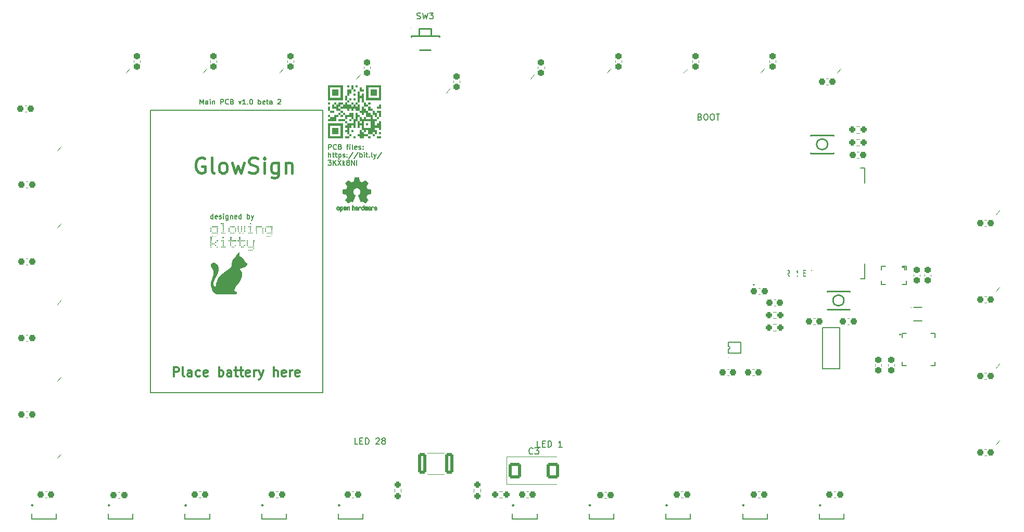
<source format=gbr>
%TF.GenerationSoftware,KiCad,Pcbnew,(6.0.6-0)*%
%TF.CreationDate,2022-08-02T12:10:40+02:00*%
%TF.ProjectId,GlowSignMainPCB,476c6f77-5369-4676-9e4d-61696e504342,rev?*%
%TF.SameCoordinates,Original*%
%TF.FileFunction,Legend,Top*%
%TF.FilePolarity,Positive*%
%FSLAX46Y46*%
G04 Gerber Fmt 4.6, Leading zero omitted, Abs format (unit mm)*
G04 Created by KiCad (PCBNEW (6.0.6-0)) date 2022-08-02 12:10:40*
%MOMM*%
%LPD*%
G01*
G04 APERTURE LIST*
G04 Aperture macros list*
%AMRoundRect*
0 Rectangle with rounded corners*
0 $1 Rounding radius*
0 $2 $3 $4 $5 $6 $7 $8 $9 X,Y pos of 4 corners*
0 Add a 4 corners polygon primitive as box body*
4,1,4,$2,$3,$4,$5,$6,$7,$8,$9,$2,$3,0*
0 Add four circle primitives for the rounded corners*
1,1,$1+$1,$2,$3*
1,1,$1+$1,$4,$5*
1,1,$1+$1,$6,$7*
1,1,$1+$1,$8,$9*
0 Add four rect primitives between the rounded corners*
20,1,$1+$1,$2,$3,$4,$5,0*
20,1,$1+$1,$4,$5,$6,$7,0*
20,1,$1+$1,$6,$7,$8,$9,0*
20,1,$1+$1,$8,$9,$2,$3,0*%
G04 Aperture macros list end*
%ADD10C,0.200000*%
%ADD11C,0.150000*%
%ADD12C,0.400000*%
%ADD13C,0.300000*%
%ADD14C,0.120000*%
%ADD15C,0.180010*%
%ADD16C,0.254001*%
%ADD17C,0.127000*%
%ADD18C,0.059995*%
%ADD19C,0.152400*%
%ADD20C,0.010000*%
%ADD21C,0.151994*%
%ADD22C,0.350013*%
%ADD23RoundRect,0.237500X-0.237500X0.300000X-0.237500X-0.300000X0.237500X-0.300000X0.237500X0.300000X0*%
%ADD24R,0.419990X1.300000*%
%ADD25R,0.900000X2.000000*%
%ADD26R,2.000000X0.900000*%
%ADD27R,1.330000X1.330000*%
%ADD28R,1.500000X1.000000*%
%ADD29RoundRect,0.237500X-0.300000X-0.237500X0.300000X-0.237500X0.300000X0.237500X-0.300000X0.237500X0*%
%ADD30RoundRect,0.250000X-0.400000X-1.450000X0.400000X-1.450000X0.400000X1.450000X-0.400000X1.450000X0*%
%ADD31RoundRect,0.237500X-0.237500X0.250000X-0.237500X-0.250000X0.237500X-0.250000X0.237500X0.250000X0*%
%ADD32RoundRect,0.237500X0.300000X0.237500X-0.300000X0.237500X-0.300000X-0.237500X0.300000X-0.237500X0*%
%ADD33R,0.900000X0.280010*%
%ADD34R,0.280010X0.900000*%
%ADD35R,3.300000X3.300000*%
%ADD36O,0.250013X0.750013*%
%ADD37R,2.470003X0.980010*%
%ADD38R,2.470003X3.600000*%
%ADD39R,1.500000X0.900000*%
%ADD40RoundRect,0.250000X-0.787500X-1.025000X0.787500X-1.025000X0.787500X1.025000X-0.787500X1.025000X0*%
%ADD41RoundRect,0.237500X0.237500X-0.300000X0.237500X0.300000X-0.237500X0.300000X-0.237500X-0.300000X0*%
%ADD42R,0.600000X0.419990*%
%ADD43C,0.700025*%
%ADD44R,0.600000X1.300000*%
%ADD45R,0.300000X1.300000*%
%ADD46O,1.200000X1.800000*%
%ADD47O,1.200000X2.200000*%
%ADD48RoundRect,0.237500X-0.250000X-0.237500X0.250000X-0.237500X0.250000X0.237500X-0.250000X0.237500X0*%
%ADD49RoundRect,0.237500X0.250000X0.237500X-0.250000X0.237500X-0.250000X-0.237500X0.250000X-0.237500X0*%
%ADD50R,1.050013X0.550013*%
%ADD51R,0.450013X1.400000*%
%ADD52R,2.400000X0.450013*%
%ADD53R,0.900000X1.200000*%
%ADD54R,1.200000X1.300000*%
G04 APERTURE END LIST*
D10*
X95590000Y-73770000D02*
X123590000Y-73770000D01*
X123590000Y-73770000D02*
X123590000Y-119770000D01*
X123590000Y-119770000D02*
X95590000Y-119770000D01*
X95590000Y-119770000D02*
X95590000Y-73770000D01*
D11*
X103657976Y-72821904D02*
X103657976Y-72021904D01*
X103924642Y-72593333D01*
X104191309Y-72021904D01*
X104191309Y-72821904D01*
X104915119Y-72821904D02*
X104915119Y-72402857D01*
X104877023Y-72326666D01*
X104800833Y-72288571D01*
X104648452Y-72288571D01*
X104572261Y-72326666D01*
X104915119Y-72783809D02*
X104838928Y-72821904D01*
X104648452Y-72821904D01*
X104572261Y-72783809D01*
X104534166Y-72707619D01*
X104534166Y-72631428D01*
X104572261Y-72555238D01*
X104648452Y-72517142D01*
X104838928Y-72517142D01*
X104915119Y-72479047D01*
X105296071Y-72821904D02*
X105296071Y-72288571D01*
X105296071Y-72021904D02*
X105257976Y-72060000D01*
X105296071Y-72098095D01*
X105334166Y-72060000D01*
X105296071Y-72021904D01*
X105296071Y-72098095D01*
X105677023Y-72288571D02*
X105677023Y-72821904D01*
X105677023Y-72364761D02*
X105715119Y-72326666D01*
X105791309Y-72288571D01*
X105905595Y-72288571D01*
X105981785Y-72326666D01*
X106019880Y-72402857D01*
X106019880Y-72821904D01*
X107010357Y-72821904D02*
X107010357Y-72021904D01*
X107315119Y-72021904D01*
X107391309Y-72060000D01*
X107429404Y-72098095D01*
X107467500Y-72174285D01*
X107467500Y-72288571D01*
X107429404Y-72364761D01*
X107391309Y-72402857D01*
X107315119Y-72440952D01*
X107010357Y-72440952D01*
X108267500Y-72745714D02*
X108229404Y-72783809D01*
X108115119Y-72821904D01*
X108038928Y-72821904D01*
X107924642Y-72783809D01*
X107848452Y-72707619D01*
X107810357Y-72631428D01*
X107772261Y-72479047D01*
X107772261Y-72364761D01*
X107810357Y-72212380D01*
X107848452Y-72136190D01*
X107924642Y-72060000D01*
X108038928Y-72021904D01*
X108115119Y-72021904D01*
X108229404Y-72060000D01*
X108267500Y-72098095D01*
X108877023Y-72402857D02*
X108991309Y-72440952D01*
X109029404Y-72479047D01*
X109067500Y-72555238D01*
X109067500Y-72669523D01*
X109029404Y-72745714D01*
X108991309Y-72783809D01*
X108915119Y-72821904D01*
X108610357Y-72821904D01*
X108610357Y-72021904D01*
X108877023Y-72021904D01*
X108953214Y-72060000D01*
X108991309Y-72098095D01*
X109029404Y-72174285D01*
X109029404Y-72250476D01*
X108991309Y-72326666D01*
X108953214Y-72364761D01*
X108877023Y-72402857D01*
X108610357Y-72402857D01*
X109943690Y-72288571D02*
X110134166Y-72821904D01*
X110324642Y-72288571D01*
X111048452Y-72821904D02*
X110591309Y-72821904D01*
X110819880Y-72821904D02*
X110819880Y-72021904D01*
X110743690Y-72136190D01*
X110667500Y-72212380D01*
X110591309Y-72250476D01*
X111391309Y-72745714D02*
X111429404Y-72783809D01*
X111391309Y-72821904D01*
X111353214Y-72783809D01*
X111391309Y-72745714D01*
X111391309Y-72821904D01*
X111924642Y-72021904D02*
X112000833Y-72021904D01*
X112077023Y-72060000D01*
X112115119Y-72098095D01*
X112153214Y-72174285D01*
X112191309Y-72326666D01*
X112191309Y-72517142D01*
X112153214Y-72669523D01*
X112115119Y-72745714D01*
X112077023Y-72783809D01*
X112000833Y-72821904D01*
X111924642Y-72821904D01*
X111848452Y-72783809D01*
X111810357Y-72745714D01*
X111772261Y-72669523D01*
X111734166Y-72517142D01*
X111734166Y-72326666D01*
X111772261Y-72174285D01*
X111810357Y-72098095D01*
X111848452Y-72060000D01*
X111924642Y-72021904D01*
X113143690Y-72821904D02*
X113143690Y-72021904D01*
X113143690Y-72326666D02*
X113219880Y-72288571D01*
X113372261Y-72288571D01*
X113448452Y-72326666D01*
X113486547Y-72364761D01*
X113524642Y-72440952D01*
X113524642Y-72669523D01*
X113486547Y-72745714D01*
X113448452Y-72783809D01*
X113372261Y-72821904D01*
X113219880Y-72821904D01*
X113143690Y-72783809D01*
X114172261Y-72783809D02*
X114096071Y-72821904D01*
X113943690Y-72821904D01*
X113867500Y-72783809D01*
X113829404Y-72707619D01*
X113829404Y-72402857D01*
X113867500Y-72326666D01*
X113943690Y-72288571D01*
X114096071Y-72288571D01*
X114172261Y-72326666D01*
X114210357Y-72402857D01*
X114210357Y-72479047D01*
X113829404Y-72555238D01*
X114438928Y-72288571D02*
X114743690Y-72288571D01*
X114553214Y-72021904D02*
X114553214Y-72707619D01*
X114591309Y-72783809D01*
X114667500Y-72821904D01*
X114743690Y-72821904D01*
X115353214Y-72821904D02*
X115353214Y-72402857D01*
X115315119Y-72326666D01*
X115238928Y-72288571D01*
X115086547Y-72288571D01*
X115010357Y-72326666D01*
X115353214Y-72783809D02*
X115277023Y-72821904D01*
X115086547Y-72821904D01*
X115010357Y-72783809D01*
X114972261Y-72707619D01*
X114972261Y-72631428D01*
X115010357Y-72555238D01*
X115086547Y-72517142D01*
X115277023Y-72517142D01*
X115353214Y-72479047D01*
X116305595Y-72098095D02*
X116343690Y-72060000D01*
X116419880Y-72021904D01*
X116610357Y-72021904D01*
X116686547Y-72060000D01*
X116724642Y-72098095D01*
X116762738Y-72174285D01*
X116762738Y-72250476D01*
X116724642Y-72364761D01*
X116267500Y-72821904D01*
X116762738Y-72821904D01*
X124567976Y-80163904D02*
X124567976Y-79363904D01*
X124872738Y-79363904D01*
X124948928Y-79402000D01*
X124987023Y-79440095D01*
X125025119Y-79516285D01*
X125025119Y-79630571D01*
X124987023Y-79706761D01*
X124948928Y-79744857D01*
X124872738Y-79782952D01*
X124567976Y-79782952D01*
X125825119Y-80087714D02*
X125787023Y-80125809D01*
X125672738Y-80163904D01*
X125596547Y-80163904D01*
X125482261Y-80125809D01*
X125406071Y-80049619D01*
X125367976Y-79973428D01*
X125329880Y-79821047D01*
X125329880Y-79706761D01*
X125367976Y-79554380D01*
X125406071Y-79478190D01*
X125482261Y-79402000D01*
X125596547Y-79363904D01*
X125672738Y-79363904D01*
X125787023Y-79402000D01*
X125825119Y-79440095D01*
X126434642Y-79744857D02*
X126548928Y-79782952D01*
X126587023Y-79821047D01*
X126625119Y-79897238D01*
X126625119Y-80011523D01*
X126587023Y-80087714D01*
X126548928Y-80125809D01*
X126472738Y-80163904D01*
X126167976Y-80163904D01*
X126167976Y-79363904D01*
X126434642Y-79363904D01*
X126510833Y-79402000D01*
X126548928Y-79440095D01*
X126587023Y-79516285D01*
X126587023Y-79592476D01*
X126548928Y-79668666D01*
X126510833Y-79706761D01*
X126434642Y-79744857D01*
X126167976Y-79744857D01*
X127463214Y-79630571D02*
X127767976Y-79630571D01*
X127577500Y-80163904D02*
X127577500Y-79478190D01*
X127615595Y-79402000D01*
X127691785Y-79363904D01*
X127767976Y-79363904D01*
X128034642Y-80163904D02*
X128034642Y-79630571D01*
X128034642Y-79363904D02*
X127996547Y-79402000D01*
X128034642Y-79440095D01*
X128072738Y-79402000D01*
X128034642Y-79363904D01*
X128034642Y-79440095D01*
X128529880Y-80163904D02*
X128453690Y-80125809D01*
X128415595Y-80049619D01*
X128415595Y-79363904D01*
X129139404Y-80125809D02*
X129063214Y-80163904D01*
X128910833Y-80163904D01*
X128834642Y-80125809D01*
X128796547Y-80049619D01*
X128796547Y-79744857D01*
X128834642Y-79668666D01*
X128910833Y-79630571D01*
X129063214Y-79630571D01*
X129139404Y-79668666D01*
X129177500Y-79744857D01*
X129177500Y-79821047D01*
X128796547Y-79897238D01*
X129482261Y-80125809D02*
X129558452Y-80163904D01*
X129710833Y-80163904D01*
X129787023Y-80125809D01*
X129825119Y-80049619D01*
X129825119Y-80011523D01*
X129787023Y-79935333D01*
X129710833Y-79897238D01*
X129596547Y-79897238D01*
X129520357Y-79859142D01*
X129482261Y-79782952D01*
X129482261Y-79744857D01*
X129520357Y-79668666D01*
X129596547Y-79630571D01*
X129710833Y-79630571D01*
X129787023Y-79668666D01*
X130167976Y-80087714D02*
X130206071Y-80125809D01*
X130167976Y-80163904D01*
X130129880Y-80125809D01*
X130167976Y-80087714D01*
X130167976Y-80163904D01*
X130167976Y-79668666D02*
X130206071Y-79706761D01*
X130167976Y-79744857D01*
X130129880Y-79706761D01*
X130167976Y-79668666D01*
X130167976Y-79744857D01*
X124567976Y-81451904D02*
X124567976Y-80651904D01*
X124910833Y-81451904D02*
X124910833Y-81032857D01*
X124872738Y-80956666D01*
X124796547Y-80918571D01*
X124682261Y-80918571D01*
X124606071Y-80956666D01*
X124567976Y-80994761D01*
X125177500Y-80918571D02*
X125482261Y-80918571D01*
X125291785Y-80651904D02*
X125291785Y-81337619D01*
X125329880Y-81413809D01*
X125406071Y-81451904D01*
X125482261Y-81451904D01*
X125634642Y-80918571D02*
X125939404Y-80918571D01*
X125748928Y-80651904D02*
X125748928Y-81337619D01*
X125787023Y-81413809D01*
X125863214Y-81451904D01*
X125939404Y-81451904D01*
X126206071Y-80918571D02*
X126206071Y-81718571D01*
X126206071Y-80956666D02*
X126282261Y-80918571D01*
X126434642Y-80918571D01*
X126510833Y-80956666D01*
X126548928Y-80994761D01*
X126587023Y-81070952D01*
X126587023Y-81299523D01*
X126548928Y-81375714D01*
X126510833Y-81413809D01*
X126434642Y-81451904D01*
X126282261Y-81451904D01*
X126206071Y-81413809D01*
X126891785Y-81413809D02*
X126967976Y-81451904D01*
X127120357Y-81451904D01*
X127196547Y-81413809D01*
X127234642Y-81337619D01*
X127234642Y-81299523D01*
X127196547Y-81223333D01*
X127120357Y-81185238D01*
X127006071Y-81185238D01*
X126929880Y-81147142D01*
X126891785Y-81070952D01*
X126891785Y-81032857D01*
X126929880Y-80956666D01*
X127006071Y-80918571D01*
X127120357Y-80918571D01*
X127196547Y-80956666D01*
X127577500Y-81375714D02*
X127615595Y-81413809D01*
X127577500Y-81451904D01*
X127539404Y-81413809D01*
X127577500Y-81375714D01*
X127577500Y-81451904D01*
X127577500Y-80956666D02*
X127615595Y-80994761D01*
X127577500Y-81032857D01*
X127539404Y-80994761D01*
X127577500Y-80956666D01*
X127577500Y-81032857D01*
X128529880Y-80613809D02*
X127844166Y-81642380D01*
X129367976Y-80613809D02*
X128682261Y-81642380D01*
X129634642Y-81451904D02*
X129634642Y-80651904D01*
X129634642Y-80956666D02*
X129710833Y-80918571D01*
X129863214Y-80918571D01*
X129939404Y-80956666D01*
X129977500Y-80994761D01*
X130015595Y-81070952D01*
X130015595Y-81299523D01*
X129977500Y-81375714D01*
X129939404Y-81413809D01*
X129863214Y-81451904D01*
X129710833Y-81451904D01*
X129634642Y-81413809D01*
X130358452Y-81451904D02*
X130358452Y-80918571D01*
X130358452Y-80651904D02*
X130320357Y-80690000D01*
X130358452Y-80728095D01*
X130396547Y-80690000D01*
X130358452Y-80651904D01*
X130358452Y-80728095D01*
X130625119Y-80918571D02*
X130929880Y-80918571D01*
X130739404Y-80651904D02*
X130739404Y-81337619D01*
X130777500Y-81413809D01*
X130853690Y-81451904D01*
X130929880Y-81451904D01*
X131196547Y-81375714D02*
X131234642Y-81413809D01*
X131196547Y-81451904D01*
X131158452Y-81413809D01*
X131196547Y-81375714D01*
X131196547Y-81451904D01*
X131691785Y-81451904D02*
X131615595Y-81413809D01*
X131577500Y-81337619D01*
X131577500Y-80651904D01*
X131920357Y-80918571D02*
X132110833Y-81451904D01*
X132301309Y-80918571D02*
X132110833Y-81451904D01*
X132034642Y-81642380D01*
X131996547Y-81680476D01*
X131920357Y-81718571D01*
X133177500Y-80613809D02*
X132491785Y-81642380D01*
X124491785Y-81939904D02*
X124987023Y-81939904D01*
X124720357Y-82244666D01*
X124834642Y-82244666D01*
X124910833Y-82282761D01*
X124948928Y-82320857D01*
X124987023Y-82397047D01*
X124987023Y-82587523D01*
X124948928Y-82663714D01*
X124910833Y-82701809D01*
X124834642Y-82739904D01*
X124606071Y-82739904D01*
X124529880Y-82701809D01*
X124491785Y-82663714D01*
X125329880Y-82739904D02*
X125329880Y-81939904D01*
X125787023Y-82739904D02*
X125444166Y-82282761D01*
X125787023Y-81939904D02*
X125329880Y-82397047D01*
X126053690Y-81939904D02*
X126587023Y-82739904D01*
X126587023Y-81939904D02*
X126053690Y-82739904D01*
X126891785Y-82739904D02*
X126891785Y-81939904D01*
X126967976Y-82435142D02*
X127196547Y-82739904D01*
X127196547Y-82206571D02*
X126891785Y-82511333D01*
X127653690Y-82282761D02*
X127577500Y-82244666D01*
X127539404Y-82206571D01*
X127501309Y-82130380D01*
X127501309Y-82092285D01*
X127539404Y-82016095D01*
X127577500Y-81978000D01*
X127653690Y-81939904D01*
X127806071Y-81939904D01*
X127882261Y-81978000D01*
X127920357Y-82016095D01*
X127958452Y-82092285D01*
X127958452Y-82130380D01*
X127920357Y-82206571D01*
X127882261Y-82244666D01*
X127806071Y-82282761D01*
X127653690Y-82282761D01*
X127577500Y-82320857D01*
X127539404Y-82358952D01*
X127501309Y-82435142D01*
X127501309Y-82587523D01*
X127539404Y-82663714D01*
X127577500Y-82701809D01*
X127653690Y-82739904D01*
X127806071Y-82739904D01*
X127882261Y-82701809D01*
X127920357Y-82663714D01*
X127958452Y-82587523D01*
X127958452Y-82435142D01*
X127920357Y-82358952D01*
X127882261Y-82320857D01*
X127806071Y-82282761D01*
X128301309Y-82739904D02*
X128301309Y-81939904D01*
X128758452Y-82739904D01*
X128758452Y-81939904D01*
X129139404Y-82739904D02*
X129139404Y-81939904D01*
X184962857Y-74868571D02*
X185105714Y-74916190D01*
X185153333Y-74963809D01*
X185200952Y-75059047D01*
X185200952Y-75201904D01*
X185153333Y-75297142D01*
X185105714Y-75344761D01*
X185010476Y-75392380D01*
X184629523Y-75392380D01*
X184629523Y-74392380D01*
X184962857Y-74392380D01*
X185058095Y-74440000D01*
X185105714Y-74487619D01*
X185153333Y-74582857D01*
X185153333Y-74678095D01*
X185105714Y-74773333D01*
X185058095Y-74820952D01*
X184962857Y-74868571D01*
X184629523Y-74868571D01*
X185820000Y-74392380D02*
X186010476Y-74392380D01*
X186105714Y-74440000D01*
X186200952Y-74535238D01*
X186248571Y-74725714D01*
X186248571Y-75059047D01*
X186200952Y-75249523D01*
X186105714Y-75344761D01*
X186010476Y-75392380D01*
X185820000Y-75392380D01*
X185724761Y-75344761D01*
X185629523Y-75249523D01*
X185581904Y-75059047D01*
X185581904Y-74725714D01*
X185629523Y-74535238D01*
X185724761Y-74440000D01*
X185820000Y-74392380D01*
X186867619Y-74392380D02*
X187058095Y-74392380D01*
X187153333Y-74440000D01*
X187248571Y-74535238D01*
X187296190Y-74725714D01*
X187296190Y-75059047D01*
X187248571Y-75249523D01*
X187153333Y-75344761D01*
X187058095Y-75392380D01*
X186867619Y-75392380D01*
X186772380Y-75344761D01*
X186677142Y-75249523D01*
X186629523Y-75059047D01*
X186629523Y-74725714D01*
X186677142Y-74535238D01*
X186772380Y-74440000D01*
X186867619Y-74392380D01*
X187581904Y-74392380D02*
X188153333Y-74392380D01*
X187867619Y-75392380D02*
X187867619Y-74392380D01*
D12*
X104354761Y-81630000D02*
X104116666Y-81510952D01*
X103759523Y-81510952D01*
X103402380Y-81630000D01*
X103164285Y-81868095D01*
X103045238Y-82106190D01*
X102926190Y-82582380D01*
X102926190Y-82939523D01*
X103045238Y-83415714D01*
X103164285Y-83653809D01*
X103402380Y-83891904D01*
X103759523Y-84010952D01*
X103997619Y-84010952D01*
X104354761Y-83891904D01*
X104473809Y-83772857D01*
X104473809Y-82939523D01*
X103997619Y-82939523D01*
X105902380Y-84010952D02*
X105664285Y-83891904D01*
X105545238Y-83653809D01*
X105545238Y-81510952D01*
X107211904Y-84010952D02*
X106973809Y-83891904D01*
X106854761Y-83772857D01*
X106735714Y-83534761D01*
X106735714Y-82820476D01*
X106854761Y-82582380D01*
X106973809Y-82463333D01*
X107211904Y-82344285D01*
X107569047Y-82344285D01*
X107807142Y-82463333D01*
X107926190Y-82582380D01*
X108045238Y-82820476D01*
X108045238Y-83534761D01*
X107926190Y-83772857D01*
X107807142Y-83891904D01*
X107569047Y-84010952D01*
X107211904Y-84010952D01*
X108878571Y-82344285D02*
X109354761Y-84010952D01*
X109830952Y-82820476D01*
X110307142Y-84010952D01*
X110783333Y-82344285D01*
X111616666Y-83891904D02*
X111973809Y-84010952D01*
X112569047Y-84010952D01*
X112807142Y-83891904D01*
X112926190Y-83772857D01*
X113045238Y-83534761D01*
X113045238Y-83296666D01*
X112926190Y-83058571D01*
X112807142Y-82939523D01*
X112569047Y-82820476D01*
X112092857Y-82701428D01*
X111854761Y-82582380D01*
X111735714Y-82463333D01*
X111616666Y-82225238D01*
X111616666Y-81987142D01*
X111735714Y-81749047D01*
X111854761Y-81630000D01*
X112092857Y-81510952D01*
X112688095Y-81510952D01*
X113045238Y-81630000D01*
X114116666Y-84010952D02*
X114116666Y-82344285D01*
X114116666Y-81510952D02*
X113997619Y-81630000D01*
X114116666Y-81749047D01*
X114235714Y-81630000D01*
X114116666Y-81510952D01*
X114116666Y-81749047D01*
X116378571Y-82344285D02*
X116378571Y-84368095D01*
X116259523Y-84606190D01*
X116140476Y-84725238D01*
X115902380Y-84844285D01*
X115545238Y-84844285D01*
X115307142Y-84725238D01*
X116378571Y-83891904D02*
X116140476Y-84010952D01*
X115664285Y-84010952D01*
X115426190Y-83891904D01*
X115307142Y-83772857D01*
X115188095Y-83534761D01*
X115188095Y-82820476D01*
X115307142Y-82582380D01*
X115426190Y-82463333D01*
X115664285Y-82344285D01*
X116140476Y-82344285D01*
X116378571Y-82463333D01*
X117569047Y-82344285D02*
X117569047Y-84010952D01*
X117569047Y-82582380D02*
X117688095Y-82463333D01*
X117926190Y-82344285D01*
X118283333Y-82344285D01*
X118521428Y-82463333D01*
X118640476Y-82701428D01*
X118640476Y-84010952D01*
D11*
X129303809Y-128172380D02*
X128827619Y-128172380D01*
X128827619Y-127172380D01*
X129637142Y-127648571D02*
X129970476Y-127648571D01*
X130113333Y-128172380D02*
X129637142Y-128172380D01*
X129637142Y-127172380D01*
X130113333Y-127172380D01*
X130541904Y-128172380D02*
X130541904Y-127172380D01*
X130780000Y-127172380D01*
X130922857Y-127220000D01*
X131018095Y-127315238D01*
X131065714Y-127410476D01*
X131113333Y-127600952D01*
X131113333Y-127743809D01*
X131065714Y-127934285D01*
X131018095Y-128029523D01*
X130922857Y-128124761D01*
X130780000Y-128172380D01*
X130541904Y-128172380D01*
X132256190Y-127267619D02*
X132303809Y-127220000D01*
X132399047Y-127172380D01*
X132637142Y-127172380D01*
X132732380Y-127220000D01*
X132780000Y-127267619D01*
X132827619Y-127362857D01*
X132827619Y-127458095D01*
X132780000Y-127600952D01*
X132208571Y-128172380D01*
X132827619Y-128172380D01*
X133399047Y-127600952D02*
X133303809Y-127553333D01*
X133256190Y-127505714D01*
X133208571Y-127410476D01*
X133208571Y-127362857D01*
X133256190Y-127267619D01*
X133303809Y-127220000D01*
X133399047Y-127172380D01*
X133589523Y-127172380D01*
X133684761Y-127220000D01*
X133732380Y-127267619D01*
X133780000Y-127362857D01*
X133780000Y-127410476D01*
X133732380Y-127505714D01*
X133684761Y-127553333D01*
X133589523Y-127600952D01*
X133399047Y-127600952D01*
X133303809Y-127648571D01*
X133256190Y-127696190D01*
X133208571Y-127791428D01*
X133208571Y-127981904D01*
X133256190Y-128077142D01*
X133303809Y-128124761D01*
X133399047Y-128172380D01*
X133589523Y-128172380D01*
X133684761Y-128124761D01*
X133732380Y-128077142D01*
X133780000Y-127981904D01*
X133780000Y-127791428D01*
X133732380Y-127696190D01*
X133684761Y-127648571D01*
X133589523Y-127600952D01*
X199487619Y-100842380D02*
X199154285Y-100366190D01*
X198916190Y-100842380D02*
X198916190Y-99842380D01*
X199297142Y-99842380D01*
X199392380Y-99890000D01*
X199440000Y-99937619D01*
X199487619Y-100032857D01*
X199487619Y-100175714D01*
X199440000Y-100270952D01*
X199392380Y-100318571D01*
X199297142Y-100366190D01*
X198916190Y-100366190D01*
X199916190Y-100318571D02*
X200249523Y-100318571D01*
X200392380Y-100842380D02*
X199916190Y-100842380D01*
X199916190Y-99842380D01*
X200392380Y-99842380D01*
X200773333Y-100794761D02*
X200916190Y-100842380D01*
X201154285Y-100842380D01*
X201249523Y-100794761D01*
X201297142Y-100747142D01*
X201344761Y-100651904D01*
X201344761Y-100556666D01*
X201297142Y-100461428D01*
X201249523Y-100413809D01*
X201154285Y-100366190D01*
X200963809Y-100318571D01*
X200868571Y-100270952D01*
X200820952Y-100223333D01*
X200773333Y-100128095D01*
X200773333Y-100032857D01*
X200820952Y-99937619D01*
X200868571Y-99890000D01*
X200963809Y-99842380D01*
X201201904Y-99842380D01*
X201344761Y-99890000D01*
X201773333Y-100318571D02*
X202106666Y-100318571D01*
X202249523Y-100842380D02*
X201773333Y-100842380D01*
X201773333Y-99842380D01*
X202249523Y-99842380D01*
X202535238Y-99842380D02*
X203106666Y-99842380D01*
X202820952Y-100842380D02*
X202820952Y-99842380D01*
X159000000Y-128622380D02*
X158523809Y-128622380D01*
X158523809Y-127622380D01*
X159333333Y-128098571D02*
X159666666Y-128098571D01*
X159809523Y-128622380D02*
X159333333Y-128622380D01*
X159333333Y-127622380D01*
X159809523Y-127622380D01*
X160238095Y-128622380D02*
X160238095Y-127622380D01*
X160476190Y-127622380D01*
X160619047Y-127670000D01*
X160714285Y-127765238D01*
X160761904Y-127860476D01*
X160809523Y-128050952D01*
X160809523Y-128193809D01*
X160761904Y-128384285D01*
X160714285Y-128479523D01*
X160619047Y-128574761D01*
X160476190Y-128622380D01*
X160238095Y-128622380D01*
X162523809Y-128622380D02*
X161952380Y-128622380D01*
X162238095Y-128622380D02*
X162238095Y-127622380D01*
X162142857Y-127765238D01*
X162047619Y-127860476D01*
X161952380Y-127908095D01*
D13*
X99365714Y-117128571D02*
X99365714Y-115628571D01*
X99937142Y-115628571D01*
X100080000Y-115700000D01*
X100151428Y-115771428D01*
X100222857Y-115914285D01*
X100222857Y-116128571D01*
X100151428Y-116271428D01*
X100080000Y-116342857D01*
X99937142Y-116414285D01*
X99365714Y-116414285D01*
X101080000Y-117128571D02*
X100937142Y-117057142D01*
X100865714Y-116914285D01*
X100865714Y-115628571D01*
X102294285Y-117128571D02*
X102294285Y-116342857D01*
X102222857Y-116200000D01*
X102080000Y-116128571D01*
X101794285Y-116128571D01*
X101651428Y-116200000D01*
X102294285Y-117057142D02*
X102151428Y-117128571D01*
X101794285Y-117128571D01*
X101651428Y-117057142D01*
X101580000Y-116914285D01*
X101580000Y-116771428D01*
X101651428Y-116628571D01*
X101794285Y-116557142D01*
X102151428Y-116557142D01*
X102294285Y-116485714D01*
X103651428Y-117057142D02*
X103508571Y-117128571D01*
X103222857Y-117128571D01*
X103080000Y-117057142D01*
X103008571Y-116985714D01*
X102937142Y-116842857D01*
X102937142Y-116414285D01*
X103008571Y-116271428D01*
X103080000Y-116200000D01*
X103222857Y-116128571D01*
X103508571Y-116128571D01*
X103651428Y-116200000D01*
X104865714Y-117057142D02*
X104722857Y-117128571D01*
X104437142Y-117128571D01*
X104294285Y-117057142D01*
X104222857Y-116914285D01*
X104222857Y-116342857D01*
X104294285Y-116200000D01*
X104437142Y-116128571D01*
X104722857Y-116128571D01*
X104865714Y-116200000D01*
X104937142Y-116342857D01*
X104937142Y-116485714D01*
X104222857Y-116628571D01*
X106722857Y-117128571D02*
X106722857Y-115628571D01*
X106722857Y-116200000D02*
X106865714Y-116128571D01*
X107151428Y-116128571D01*
X107294285Y-116200000D01*
X107365714Y-116271428D01*
X107437142Y-116414285D01*
X107437142Y-116842857D01*
X107365714Y-116985714D01*
X107294285Y-117057142D01*
X107151428Y-117128571D01*
X106865714Y-117128571D01*
X106722857Y-117057142D01*
X108722857Y-117128571D02*
X108722857Y-116342857D01*
X108651428Y-116200000D01*
X108508571Y-116128571D01*
X108222857Y-116128571D01*
X108080000Y-116200000D01*
X108722857Y-117057142D02*
X108580000Y-117128571D01*
X108222857Y-117128571D01*
X108080000Y-117057142D01*
X108008571Y-116914285D01*
X108008571Y-116771428D01*
X108080000Y-116628571D01*
X108222857Y-116557142D01*
X108580000Y-116557142D01*
X108722857Y-116485714D01*
X109222857Y-116128571D02*
X109794285Y-116128571D01*
X109437142Y-115628571D02*
X109437142Y-116914285D01*
X109508571Y-117057142D01*
X109651428Y-117128571D01*
X109794285Y-117128571D01*
X110080000Y-116128571D02*
X110651428Y-116128571D01*
X110294285Y-115628571D02*
X110294285Y-116914285D01*
X110365714Y-117057142D01*
X110508571Y-117128571D01*
X110651428Y-117128571D01*
X111722857Y-117057142D02*
X111580000Y-117128571D01*
X111294285Y-117128571D01*
X111151428Y-117057142D01*
X111080000Y-116914285D01*
X111080000Y-116342857D01*
X111151428Y-116200000D01*
X111294285Y-116128571D01*
X111580000Y-116128571D01*
X111722857Y-116200000D01*
X111794285Y-116342857D01*
X111794285Y-116485714D01*
X111080000Y-116628571D01*
X112437142Y-117128571D02*
X112437142Y-116128571D01*
X112437142Y-116414285D02*
X112508571Y-116271428D01*
X112580000Y-116200000D01*
X112722857Y-116128571D01*
X112865714Y-116128571D01*
X113222857Y-116128571D02*
X113580000Y-117128571D01*
X113937142Y-116128571D02*
X113580000Y-117128571D01*
X113437142Y-117485714D01*
X113365714Y-117557142D01*
X113222857Y-117628571D01*
X115651428Y-117128571D02*
X115651428Y-115628571D01*
X116294285Y-117128571D02*
X116294285Y-116342857D01*
X116222857Y-116200000D01*
X116080000Y-116128571D01*
X115865714Y-116128571D01*
X115722857Y-116200000D01*
X115651428Y-116271428D01*
X117580000Y-117057142D02*
X117437142Y-117128571D01*
X117151428Y-117128571D01*
X117008571Y-117057142D01*
X116937142Y-116914285D01*
X116937142Y-116342857D01*
X117008571Y-116200000D01*
X117151428Y-116128571D01*
X117437142Y-116128571D01*
X117580000Y-116200000D01*
X117651428Y-116342857D01*
X117651428Y-116485714D01*
X116937142Y-116628571D01*
X118294285Y-117128571D02*
X118294285Y-116128571D01*
X118294285Y-116414285D02*
X118365714Y-116271428D01*
X118437142Y-116200000D01*
X118580000Y-116128571D01*
X118722857Y-116128571D01*
X119794285Y-117057142D02*
X119651428Y-117128571D01*
X119365714Y-117128571D01*
X119222857Y-117057142D01*
X119151428Y-116914285D01*
X119151428Y-116342857D01*
X119222857Y-116200000D01*
X119365714Y-116128571D01*
X119651428Y-116128571D01*
X119794285Y-116200000D01*
X119865714Y-116342857D01*
X119865714Y-116485714D01*
X119151428Y-116628571D01*
D11*
X105760833Y-91461904D02*
X105760833Y-90661904D01*
X105760833Y-91423809D02*
X105684642Y-91461904D01*
X105532261Y-91461904D01*
X105456071Y-91423809D01*
X105417976Y-91385714D01*
X105379880Y-91309523D01*
X105379880Y-91080952D01*
X105417976Y-91004761D01*
X105456071Y-90966666D01*
X105532261Y-90928571D01*
X105684642Y-90928571D01*
X105760833Y-90966666D01*
X106446547Y-91423809D02*
X106370357Y-91461904D01*
X106217976Y-91461904D01*
X106141785Y-91423809D01*
X106103690Y-91347619D01*
X106103690Y-91042857D01*
X106141785Y-90966666D01*
X106217976Y-90928571D01*
X106370357Y-90928571D01*
X106446547Y-90966666D01*
X106484642Y-91042857D01*
X106484642Y-91119047D01*
X106103690Y-91195238D01*
X106789404Y-91423809D02*
X106865595Y-91461904D01*
X107017976Y-91461904D01*
X107094166Y-91423809D01*
X107132261Y-91347619D01*
X107132261Y-91309523D01*
X107094166Y-91233333D01*
X107017976Y-91195238D01*
X106903690Y-91195238D01*
X106827500Y-91157142D01*
X106789404Y-91080952D01*
X106789404Y-91042857D01*
X106827500Y-90966666D01*
X106903690Y-90928571D01*
X107017976Y-90928571D01*
X107094166Y-90966666D01*
X107475119Y-91461904D02*
X107475119Y-90928571D01*
X107475119Y-90661904D02*
X107437023Y-90700000D01*
X107475119Y-90738095D01*
X107513214Y-90700000D01*
X107475119Y-90661904D01*
X107475119Y-90738095D01*
X108198928Y-90928571D02*
X108198928Y-91576190D01*
X108160833Y-91652380D01*
X108122738Y-91690476D01*
X108046547Y-91728571D01*
X107932261Y-91728571D01*
X107856071Y-91690476D01*
X108198928Y-91423809D02*
X108122738Y-91461904D01*
X107970357Y-91461904D01*
X107894166Y-91423809D01*
X107856071Y-91385714D01*
X107817976Y-91309523D01*
X107817976Y-91080952D01*
X107856071Y-91004761D01*
X107894166Y-90966666D01*
X107970357Y-90928571D01*
X108122738Y-90928571D01*
X108198928Y-90966666D01*
X108579880Y-90928571D02*
X108579880Y-91461904D01*
X108579880Y-91004761D02*
X108617976Y-90966666D01*
X108694166Y-90928571D01*
X108808452Y-90928571D01*
X108884642Y-90966666D01*
X108922738Y-91042857D01*
X108922738Y-91461904D01*
X109608452Y-91423809D02*
X109532261Y-91461904D01*
X109379880Y-91461904D01*
X109303690Y-91423809D01*
X109265595Y-91347619D01*
X109265595Y-91042857D01*
X109303690Y-90966666D01*
X109379880Y-90928571D01*
X109532261Y-90928571D01*
X109608452Y-90966666D01*
X109646547Y-91042857D01*
X109646547Y-91119047D01*
X109265595Y-91195238D01*
X110332261Y-91461904D02*
X110332261Y-90661904D01*
X110332261Y-91423809D02*
X110256071Y-91461904D01*
X110103690Y-91461904D01*
X110027500Y-91423809D01*
X109989404Y-91385714D01*
X109951309Y-91309523D01*
X109951309Y-91080952D01*
X109989404Y-91004761D01*
X110027500Y-90966666D01*
X110103690Y-90928571D01*
X110256071Y-90928571D01*
X110332261Y-90966666D01*
X111322738Y-91461904D02*
X111322738Y-90661904D01*
X111322738Y-90966666D02*
X111398928Y-90928571D01*
X111551309Y-90928571D01*
X111627500Y-90966666D01*
X111665595Y-91004761D01*
X111703690Y-91080952D01*
X111703690Y-91309523D01*
X111665595Y-91385714D01*
X111627500Y-91423809D01*
X111551309Y-91461904D01*
X111398928Y-91461904D01*
X111322738Y-91423809D01*
X111970357Y-90928571D02*
X112160833Y-91461904D01*
X112351309Y-90928571D02*
X112160833Y-91461904D01*
X112084642Y-91652380D01*
X112046547Y-91690476D01*
X111970357Y-91728571D01*
%TO.C,C3*%
X157770533Y-129692742D02*
X157722914Y-129740361D01*
X157580057Y-129787980D01*
X157484819Y-129787980D01*
X157341961Y-129740361D01*
X157246723Y-129645123D01*
X157199104Y-129549885D01*
X157151485Y-129359409D01*
X157151485Y-129216552D01*
X157199104Y-129026076D01*
X157246723Y-128930838D01*
X157341961Y-128835600D01*
X157484819Y-128787980D01*
X157580057Y-128787980D01*
X157722914Y-128835600D01*
X157770533Y-128883219D01*
X158103866Y-128787980D02*
X158722914Y-128787980D01*
X158389580Y-129168933D01*
X158532438Y-129168933D01*
X158627676Y-129216552D01*
X158675295Y-129264171D01*
X158722914Y-129359409D01*
X158722914Y-129597504D01*
X158675295Y-129692742D01*
X158627676Y-129740361D01*
X158532438Y-129787980D01*
X158246723Y-129787980D01*
X158151485Y-129740361D01*
X158103866Y-129692742D01*
%TO.C,SW3*%
X138925466Y-58886392D02*
X139068323Y-58934011D01*
X139306419Y-58934011D01*
X139401657Y-58886392D01*
X139449276Y-58838773D01*
X139496895Y-58743535D01*
X139496895Y-58648297D01*
X139449276Y-58553059D01*
X139401657Y-58505440D01*
X139306419Y-58457821D01*
X139115942Y-58410202D01*
X139020704Y-58362583D01*
X138973085Y-58314964D01*
X138925466Y-58219726D01*
X138925466Y-58124488D01*
X138973085Y-58029250D01*
X139020704Y-57981631D01*
X139115942Y-57934011D01*
X139354038Y-57934011D01*
X139496895Y-57981631D01*
X139830228Y-57934011D02*
X140068323Y-58934011D01*
X140258800Y-58219726D01*
X140449276Y-58934011D01*
X140687371Y-57934011D01*
X140973085Y-57934011D02*
X141592133Y-57934011D01*
X141258800Y-58314964D01*
X141401657Y-58314964D01*
X141496895Y-58362583D01*
X141544514Y-58410202D01*
X141592133Y-58505440D01*
X141592133Y-58743535D01*
X141544514Y-58838773D01*
X141496895Y-58886392D01*
X141401657Y-58934011D01*
X141115942Y-58934011D01*
X141020704Y-58886392D01*
X140973085Y-58838773D01*
D14*
%TO.C,C31*%
X158612600Y-66706133D02*
X158612600Y-66998667D01*
X159632600Y-66706133D02*
X159632600Y-66998667D01*
D15*
%TO.C,D3*%
X158454398Y-140308618D02*
X154454398Y-140308618D01*
X158454398Y-139508618D02*
X158454398Y-140308618D01*
X154454398Y-140308618D02*
X154454398Y-139508618D01*
D16*
X154654398Y-138108618D02*
G75*
G03*
X154654398Y-138108618I-100000J0D01*
G01*
D17*
%TO.C,U4*%
X211711250Y-85663700D02*
X211711250Y-83213700D01*
X211711250Y-101213700D02*
X211711250Y-98763700D01*
X211711250Y-83213700D02*
X211061250Y-83213700D01*
X211061250Y-101213700D02*
X211711250Y-101213700D01*
D10*
X193811250Y-102213700D02*
G75*
G03*
X193811250Y-102213700I-100000J0D01*
G01*
D14*
%TO.C,D18*%
X129061100Y-68686400D02*
X129670700Y-67984400D01*
%TO.C,D12*%
X207275700Y-67686400D02*
X207885300Y-66984400D01*
%TO.C,C48*%
X189350133Y-116981600D02*
X189642667Y-116981600D01*
X189350133Y-115961600D02*
X189642667Y-115961600D01*
%TO.C,D15*%
X169832400Y-67686400D02*
X170442000Y-66984400D01*
%TO.C,F1*%
X140599748Y-133028000D02*
X143372252Y-133028000D01*
X140599748Y-129608000D02*
X143372252Y-129608000D01*
%TO.C,D8*%
X233038000Y-128260900D02*
X233647600Y-127558900D01*
D15*
%TO.C,D28*%
X92720898Y-140308618D02*
X88720898Y-140308618D01*
X88720898Y-140308618D02*
X88720898Y-139508618D01*
X92720898Y-139508618D02*
X92720898Y-140308618D01*
D16*
X88920898Y-138108618D02*
G75*
G03*
X88920898Y-138108618I-100000J0D01*
G01*
D14*
%TO.C,C18*%
X156747333Y-135870120D02*
X157039867Y-135870120D01*
X156747333Y-136890120D02*
X157039867Y-136890120D01*
%TO.C,logo*%
G36*
X115114402Y-94257882D02*
G01*
X115135178Y-94270601D01*
X115146845Y-94297698D01*
X115148236Y-94303027D01*
X115147665Y-94343065D01*
X115128759Y-94374898D01*
X115097999Y-94394691D01*
X115061867Y-94398613D01*
X115026845Y-94382830D01*
X115021513Y-94377957D01*
X115002193Y-94343667D01*
X115003409Y-94307069D01*
X115021899Y-94275545D01*
X115054400Y-94256476D01*
X115076324Y-94253947D01*
X115114402Y-94257882D01*
G37*
G36*
X110901351Y-93462854D02*
G01*
X110941381Y-93468474D01*
X110965172Y-93481586D01*
X110978327Y-93499694D01*
X110991389Y-93543259D01*
X110984166Y-93582640D01*
X110961668Y-93614379D01*
X110928906Y-93635019D01*
X110890889Y-93641102D01*
X110852627Y-93629170D01*
X110825734Y-93605000D01*
X110805618Y-93567269D01*
X110805606Y-93532350D01*
X110818956Y-93490647D01*
X110841808Y-93468701D01*
X110880184Y-93462141D01*
X110901351Y-93462854D01*
G37*
G36*
X110943940Y-92932362D02*
G01*
X110979140Y-92959826D01*
X110999282Y-93002396D01*
X110999906Y-93056560D01*
X110999710Y-93057624D01*
X110987275Y-93092715D01*
X110961054Y-93114514D01*
X110947507Y-93120770D01*
X110914441Y-93133598D01*
X110891875Y-93136744D01*
X110866713Y-93130700D01*
X110849289Y-93124467D01*
X110817212Y-93100112D01*
X110797698Y-93059410D01*
X110793886Y-93009918D01*
X110795955Y-92996032D01*
X110813080Y-92960083D01*
X110846216Y-92936796D01*
X110898146Y-92923514D01*
X110943940Y-92932362D01*
G37*
G36*
X106515251Y-92673254D02*
G01*
X106542302Y-92690744D01*
X106559757Y-92724604D01*
X106566856Y-92769165D01*
X106563345Y-92813648D01*
X106548969Y-92847276D01*
X106546061Y-92850519D01*
X106515037Y-92867494D01*
X106471069Y-92876309D01*
X106425986Y-92875622D01*
X106397222Y-92867407D01*
X106367726Y-92839474D01*
X106351644Y-92798004D01*
X106349549Y-92751718D01*
X106362017Y-92709338D01*
X106385041Y-92682511D01*
X106424389Y-92666753D01*
X106471375Y-92663855D01*
X106515251Y-92673254D01*
G37*
G36*
X106255265Y-92673016D02*
G01*
X106291651Y-92699829D01*
X106308592Y-92742439D01*
X106304903Y-92799147D01*
X106302237Y-92809716D01*
X106279184Y-92850134D01*
X106240090Y-92874588D01*
X106190538Y-92880995D01*
X106141632Y-92869619D01*
X106114118Y-92846374D01*
X106094992Y-92807945D01*
X106088359Y-92764483D01*
X106090955Y-92744248D01*
X106109682Y-92698939D01*
X106140863Y-92673300D01*
X106189135Y-92663924D01*
X106200616Y-92663700D01*
X106255265Y-92673016D01*
G37*
G36*
X105729105Y-95461941D02*
G01*
X105761614Y-95491559D01*
X105776056Y-95538683D01*
X105776640Y-95552452D01*
X105768239Y-95600322D01*
X105742146Y-95630252D01*
X105697028Y-95643472D01*
X105676787Y-95644378D01*
X105636160Y-95639982D01*
X105610760Y-95624359D01*
X105603924Y-95615824D01*
X105584286Y-95569858D01*
X105585619Y-95524553D01*
X105605165Y-95485840D01*
X105640164Y-95459649D01*
X105680282Y-95451662D01*
X105729105Y-95461941D01*
G37*
G36*
X108679499Y-94397210D02*
G01*
X108685550Y-94399279D01*
X108722646Y-94416447D01*
X108743740Y-94440688D01*
X108753361Y-94464431D01*
X108762553Y-94522732D01*
X108751515Y-94573100D01*
X108721874Y-94610765D01*
X108699028Y-94624008D01*
X108668605Y-94636034D01*
X108647105Y-94639877D01*
X108622440Y-94635967D01*
X108593072Y-94627766D01*
X108551181Y-94603519D01*
X108525066Y-94562546D01*
X108517305Y-94510169D01*
X108521427Y-94479991D01*
X108534767Y-94443377D01*
X108559261Y-94418949D01*
X108583022Y-94405703D01*
X108617935Y-94390836D01*
X108645278Y-94388307D01*
X108679499Y-94397210D01*
G37*
G36*
X107443224Y-92925864D02*
G01*
X107483390Y-92945231D01*
X107512329Y-92980245D01*
X107523918Y-93027896D01*
X107523934Y-93029861D01*
X107517058Y-93068389D01*
X107501450Y-93099061D01*
X107468998Y-93122030D01*
X107425931Y-93134064D01*
X107385837Y-93131577D01*
X107382609Y-93130429D01*
X107342474Y-93104902D01*
X107322149Y-93065614D01*
X107318370Y-93028802D01*
X107322073Y-92988656D01*
X107336542Y-92961763D01*
X107353697Y-92946122D01*
X107397952Y-92925157D01*
X107443224Y-92925864D01*
G37*
G36*
X109442443Y-93192153D02*
G01*
X109481156Y-93211699D01*
X109507347Y-93246698D01*
X109515335Y-93286816D01*
X109505055Y-93335639D01*
X109475438Y-93368148D01*
X109428313Y-93382590D01*
X109414544Y-93383174D01*
X109368199Y-93375514D01*
X109343882Y-93359679D01*
X109326452Y-93325321D01*
X109321922Y-93282296D01*
X109329785Y-93240960D01*
X109349535Y-93211666D01*
X109351173Y-93210458D01*
X109397139Y-93190820D01*
X109442443Y-93192153D01*
G37*
G36*
X105462989Y-93463864D02*
G01*
X105489551Y-93475102D01*
X105494472Y-93480114D01*
X105509185Y-93514988D01*
X105510123Y-93558929D01*
X105497866Y-93599690D01*
X105488144Y-93613794D01*
X105455260Y-93633984D01*
X105413617Y-93639720D01*
X105374801Y-93630446D01*
X105360025Y-93619959D01*
X105335331Y-93579260D01*
X105330807Y-93532458D01*
X105341468Y-93499694D01*
X105359060Y-93477736D01*
X105385711Y-93466707D01*
X105418444Y-93462854D01*
X105462989Y-93463864D01*
G37*
G36*
X106506087Y-93467895D02*
G01*
X106527316Y-93480450D01*
X106544266Y-93512621D01*
X106547840Y-93554103D01*
X106538694Y-93593923D01*
X106518951Y-93620129D01*
X106475136Y-93637830D01*
X106429715Y-93635386D01*
X106393332Y-93614433D01*
X106373151Y-93579301D01*
X106368244Y-93536697D01*
X106378792Y-93497536D01*
X106391132Y-93481523D01*
X106423771Y-93465581D01*
X106466049Y-93461007D01*
X106506087Y-93467895D01*
G37*
G36*
X105690222Y-92664047D02*
G01*
X105733000Y-92672817D01*
X105763297Y-92688910D01*
X105763792Y-92689395D01*
X105785523Y-92727179D01*
X105791202Y-92774023D01*
X105781323Y-92819929D01*
X105756375Y-92854894D01*
X105755636Y-92855484D01*
X105708553Y-92878440D01*
X105658506Y-92879828D01*
X105613294Y-92859896D01*
X105602611Y-92850576D01*
X105579129Y-92811405D01*
X105572295Y-92763943D01*
X105581490Y-92717227D01*
X105606094Y-92680295D01*
X105614755Y-92673533D01*
X105646846Y-92663864D01*
X105690222Y-92664047D01*
G37*
G36*
X114612694Y-92671643D02*
G01*
X114647997Y-92696205D01*
X114665148Y-92738492D01*
X114667282Y-92767066D01*
X114656898Y-92817881D01*
X114629510Y-92855875D01*
X114590766Y-92878524D01*
X114546313Y-92883304D01*
X114501801Y-92867691D01*
X114480406Y-92850576D01*
X114456274Y-92815200D01*
X114448880Y-92769260D01*
X114448871Y-92767066D01*
X114457262Y-92715369D01*
X114483213Y-92681954D01*
X114527888Y-92665720D01*
X114558077Y-92663700D01*
X114612694Y-92671643D01*
G37*
G36*
X108433791Y-93471075D02*
G01*
X108463059Y-93501486D01*
X108474594Y-93548446D01*
X108474667Y-93553053D01*
X108463799Y-93594782D01*
X108435501Y-93624185D01*
X108396236Y-93638400D01*
X108352464Y-93634561D01*
X108323353Y-93620129D01*
X108303921Y-93599470D01*
X108295746Y-93568039D01*
X108294799Y-93543494D01*
X108300286Y-93499762D01*
X108319449Y-93473782D01*
X108356336Y-93461997D01*
X108389584Y-93460260D01*
X108433791Y-93471075D01*
G37*
G36*
X110421059Y-92933490D02*
G01*
X110421820Y-92933776D01*
X110454602Y-92950234D01*
X110471851Y-92972878D01*
X110478194Y-93009621D01*
X110478719Y-93031082D01*
X110468593Y-93081570D01*
X110439675Y-93116146D01*
X110394807Y-93132766D01*
X110340916Y-93130247D01*
X110306357Y-93111581D01*
X110283234Y-93076544D01*
X110273743Y-93032744D01*
X110280081Y-92987787D01*
X110292640Y-92963074D01*
X110326031Y-92936025D01*
X110371785Y-92925495D01*
X110421059Y-92933490D01*
G37*
G36*
X114857437Y-93727909D02*
G01*
X114887193Y-93757960D01*
X114898512Y-93804320D01*
X114898542Y-93807150D01*
X114893266Y-93847658D01*
X114874958Y-93873332D01*
X114869988Y-93877084D01*
X114825799Y-93895325D01*
X114783236Y-93889506D01*
X114757217Y-93871388D01*
X114736284Y-93835556D01*
X114733832Y-93794965D01*
X114747273Y-93756874D01*
X114774022Y-93728540D01*
X114811490Y-93717219D01*
X114812173Y-93717215D01*
X114857437Y-93727909D01*
G37*
G36*
X108956325Y-94934461D02*
G01*
X108983374Y-94951954D01*
X108999900Y-94984825D01*
X109006646Y-95029003D01*
X109003441Y-95073659D01*
X108990119Y-95107960D01*
X108985882Y-95112973D01*
X108956763Y-95128578D01*
X108914129Y-95137456D01*
X108869615Y-95138150D01*
X108839225Y-95131320D01*
X108810785Y-95106562D01*
X108794340Y-95067222D01*
X108790480Y-95021743D01*
X108799796Y-94978570D01*
X108822877Y-94946145D01*
X108826113Y-94943715D01*
X108865463Y-94927955D01*
X108912450Y-94925058D01*
X108956325Y-94934461D01*
G37*
G36*
X109916873Y-92673016D02*
G01*
X109953260Y-92699829D01*
X109970201Y-92742439D01*
X109966512Y-92799147D01*
X109963845Y-92809716D01*
X109940792Y-92850134D01*
X109901698Y-92874588D01*
X109852146Y-92880995D01*
X109803241Y-92869619D01*
X109775727Y-92846374D01*
X109756601Y-92807945D01*
X109749967Y-92764483D01*
X109752564Y-92744248D01*
X109771291Y-92698939D01*
X109802472Y-92673300D01*
X109850743Y-92663924D01*
X109862224Y-92663700D01*
X109916873Y-92673016D01*
G37*
G36*
X114859755Y-92667359D02*
G01*
X114897856Y-92688719D01*
X114898542Y-92689395D01*
X114920272Y-92727179D01*
X114925952Y-92774023D01*
X114916073Y-92819929D01*
X114891125Y-92854894D01*
X114890385Y-92855484D01*
X114843303Y-92878440D01*
X114793256Y-92879828D01*
X114748044Y-92859896D01*
X114737361Y-92850576D01*
X114711532Y-92808102D01*
X114706953Y-92758619D01*
X114723873Y-92709926D01*
X114732454Y-92697552D01*
X114767053Y-92672267D01*
X114812821Y-92662039D01*
X114859755Y-92667359D01*
G37*
G36*
X108915554Y-93722377D02*
G01*
X108959267Y-93739941D01*
X108981714Y-93771813D01*
X108983525Y-93818903D01*
X108983363Y-93819955D01*
X108966308Y-93865118D01*
X108935765Y-93891187D01*
X108897199Y-93896422D01*
X108856074Y-93879082D01*
X108840244Y-93865549D01*
X108813914Y-93827434D01*
X108813045Y-93790002D01*
X108837661Y-93751455D01*
X108841680Y-93747315D01*
X108870454Y-93724764D01*
X108899671Y-93720051D01*
X108915554Y-93722377D01*
G37*
G36*
X111655778Y-92673395D02*
G01*
X111691711Y-92701313D01*
X111708439Y-92745699D01*
X111707909Y-92785622D01*
X111690530Y-92834949D01*
X111657288Y-92868022D01*
X111613822Y-92882656D01*
X111565771Y-92876662D01*
X111527740Y-92855484D01*
X111502455Y-92820884D01*
X111492227Y-92775117D01*
X111497548Y-92728182D01*
X111518907Y-92690081D01*
X111519584Y-92689395D01*
X111553125Y-92669682D01*
X111602162Y-92663700D01*
X111655778Y-92673395D01*
G37*
G36*
X111883516Y-93192153D02*
G01*
X111922229Y-93211699D01*
X111948420Y-93246698D01*
X111956407Y-93286816D01*
X111946128Y-93335639D01*
X111916510Y-93368148D01*
X111869386Y-93382590D01*
X111855617Y-93383174D01*
X111809272Y-93375514D01*
X111784954Y-93359679D01*
X111767524Y-93325321D01*
X111762994Y-93282296D01*
X111770857Y-93240960D01*
X111790608Y-93211666D01*
X111792245Y-93210458D01*
X111838211Y-93190820D01*
X111883516Y-93192153D01*
G37*
G36*
X115110336Y-93727594D02*
G01*
X115142149Y-93753712D01*
X115161252Y-93788048D01*
X115162603Y-93817432D01*
X115142337Y-93859769D01*
X115109214Y-93886607D01*
X115069776Y-93895567D01*
X115030563Y-93884271D01*
X115014172Y-93871388D01*
X114992716Y-93834853D01*
X114990555Y-93794022D01*
X115004982Y-93756041D01*
X115033291Y-93728057D01*
X115072571Y-93717215D01*
X115110336Y-93727594D01*
G37*
G36*
X110668720Y-93724322D02*
G01*
X110701896Y-93747376D01*
X110720819Y-93785898D01*
X110723023Y-93807150D01*
X110712433Y-93851532D01*
X110684818Y-93881847D01*
X110646417Y-93894943D01*
X110603467Y-93887672D01*
X110584557Y-93877084D01*
X110563506Y-93853113D01*
X110556157Y-93815950D01*
X110556003Y-93807150D01*
X110561278Y-93766641D01*
X110579586Y-93740968D01*
X110584557Y-93737216D01*
X110627528Y-93719885D01*
X110668720Y-93724322D01*
G37*
G36*
X115114444Y-92667850D02*
G01*
X115151070Y-92682601D01*
X115177437Y-92715935D01*
X115186455Y-92763699D01*
X115179677Y-92811001D01*
X115156801Y-92850755D01*
X115117762Y-92874613D01*
X115067961Y-92880656D01*
X115017197Y-92868794D01*
X114987240Y-92844256D01*
X114970399Y-92804981D01*
X114967543Y-92758824D01*
X114979544Y-92713641D01*
X114997044Y-92687027D01*
X115026717Y-92670360D01*
X115069417Y-92663865D01*
X115114444Y-92667850D01*
G37*
G36*
X106248778Y-93739781D02*
G01*
X106260245Y-93749981D01*
X106283669Y-93788356D01*
X106282610Y-93829077D01*
X106257417Y-93867883D01*
X106250036Y-93874600D01*
X106216016Y-93893535D01*
X106177503Y-93892295D01*
X106153567Y-93884254D01*
X106124702Y-93859919D01*
X106113451Y-93819349D01*
X106117192Y-93781059D01*
X106136324Y-93741770D01*
X106168616Y-93720928D01*
X106208092Y-93719833D01*
X106248778Y-93739781D01*
G37*
G36*
X111913405Y-92140238D02*
G01*
X111953019Y-92171058D01*
X111977142Y-92216856D01*
X111982103Y-92253588D01*
X111970928Y-92306248D01*
X111940231Y-92346059D01*
X111894253Y-92369947D01*
X111837236Y-92374839D01*
X111818550Y-92372130D01*
X111781232Y-92352661D01*
X111753360Y-92314764D01*
X111739283Y-92265192D01*
X111738404Y-92247627D01*
X111745949Y-92194701D01*
X111769681Y-92158958D01*
X111808079Y-92137163D01*
X111863393Y-92127803D01*
X111913405Y-92140238D01*
G37*
G36*
X111640760Y-96522729D02*
G01*
X111653801Y-96530304D01*
X111669998Y-96558287D01*
X111672284Y-96595655D01*
X111660685Y-96630207D01*
X111653568Y-96639161D01*
X111622879Y-96655436D01*
X111585195Y-96657984D01*
X111552720Y-96646749D01*
X111544910Y-96639633D01*
X111533176Y-96611333D01*
X111530273Y-96573835D01*
X111536301Y-96539986D01*
X111544042Y-96526971D01*
X111569576Y-96516083D01*
X111606058Y-96514798D01*
X111640760Y-96522729D01*
G37*
G36*
X106474482Y-93722377D02*
G01*
X106518195Y-93739941D01*
X106540641Y-93771813D01*
X106542453Y-93818903D01*
X106542291Y-93819955D01*
X106525235Y-93865118D01*
X106494693Y-93891187D01*
X106456127Y-93896422D01*
X106415001Y-93879082D01*
X106399172Y-93865549D01*
X106372841Y-93827434D01*
X106371973Y-93790002D01*
X106396589Y-93751455D01*
X106400608Y-93747315D01*
X106429382Y-93724764D01*
X106458598Y-93720051D01*
X106474482Y-93722377D01*
G37*
G36*
X109446741Y-92926619D02*
G01*
X109486097Y-92945072D01*
X109511455Y-92978517D01*
X109522308Y-93020078D01*
X109518149Y-93062878D01*
X109498473Y-93100040D01*
X109462772Y-93124689D01*
X109461370Y-93125191D01*
X109432438Y-93134695D01*
X109412923Y-93136709D01*
X109388594Y-93131627D01*
X109374010Y-93127607D01*
X109340067Y-93106590D01*
X109319819Y-93070983D01*
X109313595Y-93028140D01*
X109321720Y-92985414D01*
X109344523Y-92950161D01*
X109365467Y-92935617D01*
X109414776Y-92924307D01*
X109446741Y-92926619D01*
G37*
G36*
X115388067Y-93733143D02*
G01*
X115409876Y-93753686D01*
X115417813Y-93790304D01*
X115418292Y-93808749D01*
X115408740Y-93856112D01*
X115383580Y-93886425D01*
X115348054Y-93897655D01*
X115307402Y-93887769D01*
X115275531Y-93864113D01*
X115252980Y-93835339D01*
X115248267Y-93806122D01*
X115250592Y-93790238D01*
X115268289Y-93746448D01*
X115300342Y-93723939D01*
X115347104Y-93722256D01*
X115388067Y-93733143D01*
G37*
G36*
X114847898Y-94259856D02*
G01*
X114866383Y-94269636D01*
X114880661Y-94295245D01*
X114885197Y-94331980D01*
X114879549Y-94367014D01*
X114870277Y-94382729D01*
X114842401Y-94396269D01*
X114806300Y-94397708D01*
X114773524Y-94388015D01*
X114757669Y-94373295D01*
X114743922Y-94328339D01*
X114750772Y-94289926D01*
X114775718Y-94263278D01*
X114815032Y-94253609D01*
X114847898Y-94259856D01*
G37*
G36*
X110167696Y-95729099D02*
G01*
X110188924Y-95741654D01*
X110205874Y-95773825D01*
X110209448Y-95815307D01*
X110200302Y-95855127D01*
X110180559Y-95881333D01*
X110136744Y-95899034D01*
X110091323Y-95896590D01*
X110054940Y-95875637D01*
X110034759Y-95840505D01*
X110029853Y-95797901D01*
X110040401Y-95758740D01*
X110052740Y-95742727D01*
X110085380Y-95726785D01*
X110127657Y-95722211D01*
X110167696Y-95729099D01*
G37*
G36*
X112867639Y-93465748D02*
G01*
X112893620Y-93484910D01*
X112905404Y-93521797D01*
X112907141Y-93555045D01*
X112896373Y-93596575D01*
X112868635Y-93625825D01*
X112830773Y-93640157D01*
X112789634Y-93636934D01*
X112752968Y-93614433D01*
X112731555Y-93576395D01*
X112729875Y-93530861D01*
X112747272Y-93488815D01*
X112767932Y-93469382D01*
X112799362Y-93461208D01*
X112823907Y-93460260D01*
X112867639Y-93465748D01*
G37*
G36*
X105721373Y-94263408D02*
G01*
X105745160Y-94291997D01*
X105750945Y-94326487D01*
X105743587Y-94368564D01*
X105719824Y-94391583D01*
X105680282Y-94398146D01*
X105647015Y-94393445D01*
X105625037Y-94382729D01*
X105612574Y-94355614D01*
X105610580Y-94318512D01*
X105618615Y-94284248D01*
X105628930Y-94269636D01*
X105656692Y-94256961D01*
X105680282Y-94253609D01*
X105721373Y-94263408D01*
G37*
G36*
X105469081Y-93199713D02*
G01*
X105493990Y-93216153D01*
X105514846Y-93253207D01*
X105519685Y-93286816D01*
X105509405Y-93335639D01*
X105479788Y-93368148D01*
X105432663Y-93382590D01*
X105418894Y-93383174D01*
X105372550Y-93375514D01*
X105348232Y-93359679D01*
X105333808Y-93331152D01*
X105327041Y-93292976D01*
X105326969Y-93289016D01*
X105337180Y-93239061D01*
X105366279Y-93205577D01*
X105411961Y-93190923D01*
X105423327Y-93190458D01*
X105469081Y-93199713D01*
G37*
G36*
X107468524Y-93469723D02*
G01*
X107499170Y-93497446D01*
X107510981Y-93542431D01*
X107511086Y-93547994D01*
X107500363Y-93592617D01*
X107472293Y-93623905D01*
X107433025Y-93638929D01*
X107388707Y-93634756D01*
X107359772Y-93620129D01*
X107338667Y-93596042D01*
X107331356Y-93558685D01*
X107331218Y-93550384D01*
X107339165Y-93501956D01*
X107364017Y-93472568D01*
X107407292Y-93460681D01*
X107420078Y-93460260D01*
X107468524Y-93469723D01*
G37*
G36*
X105965822Y-95453502D02*
G01*
X106005041Y-95471662D01*
X106025833Y-95500058D01*
X106034622Y-95540915D01*
X106031058Y-95583794D01*
X106014793Y-95618255D01*
X106010100Y-95623115D01*
X105974202Y-95640529D01*
X105929066Y-95643494D01*
X105886451Y-95632371D01*
X105866574Y-95618682D01*
X105845718Y-95581629D01*
X105840879Y-95548020D01*
X105851653Y-95501990D01*
X105880022Y-95469055D01*
X105920055Y-95451973D01*
X105965822Y-95453502D01*
G37*
G36*
X111642406Y-95989992D02*
G01*
X111671913Y-96019701D01*
X111686182Y-96060033D01*
X111686605Y-96068353D01*
X111676059Y-96112574D01*
X111648676Y-96142806D01*
X111610837Y-96156064D01*
X111568926Y-96149365D01*
X111544688Y-96134697D01*
X111520676Y-96101352D01*
X111516292Y-96062166D01*
X111528876Y-96024085D01*
X111555770Y-95994056D01*
X111594313Y-95979025D01*
X111604518Y-95978419D01*
X111642406Y-95989992D01*
G37*
G36*
X105451091Y-95187823D02*
G01*
X105490447Y-95206276D01*
X105515805Y-95239721D01*
X105526658Y-95281281D01*
X105522499Y-95324081D01*
X105502823Y-95361244D01*
X105467122Y-95385893D01*
X105465720Y-95386395D01*
X105436189Y-95395463D01*
X105418666Y-95398595D01*
X105418198Y-95398521D01*
X105400734Y-95394966D01*
X105380896Y-95391115D01*
X105352951Y-95374361D01*
X105330662Y-95342156D01*
X105317140Y-95289802D01*
X105325784Y-95243735D01*
X105353130Y-95208393D01*
X105395717Y-95188214D01*
X105450080Y-95187637D01*
X105451091Y-95187823D01*
G37*
G36*
X115384967Y-92669621D02*
G01*
X115414347Y-92685078D01*
X115415365Y-92686184D01*
X115442011Y-92733745D01*
X115444028Y-92788130D01*
X115437818Y-92812448D01*
X115412260Y-92853620D01*
X115371450Y-92877031D01*
X115320185Y-92880991D01*
X115275947Y-92869459D01*
X115247716Y-92845587D01*
X115231254Y-92806941D01*
X115227148Y-92761884D01*
X115235983Y-92718775D01*
X115258346Y-92685977D01*
X115262836Y-92682511D01*
X115298614Y-92668083D01*
X115342857Y-92663871D01*
X115384967Y-92669621D01*
G37*
G36*
X110901351Y-95724057D02*
G01*
X110941381Y-95729678D01*
X110965172Y-95742789D01*
X110978327Y-95760898D01*
X110991389Y-95804463D01*
X110984166Y-95843844D01*
X110961668Y-95875583D01*
X110928906Y-95896223D01*
X110890889Y-95902306D01*
X110852627Y-95890373D01*
X110825734Y-95866204D01*
X110805618Y-95828473D01*
X110805606Y-95793554D01*
X110818956Y-95751851D01*
X110841808Y-95729905D01*
X110880184Y-95723345D01*
X110901351Y-95724057D01*
G37*
G36*
X105469081Y-95460917D02*
G01*
X105493990Y-95477357D01*
X105514846Y-95514411D01*
X105519685Y-95548020D01*
X105509405Y-95596843D01*
X105479788Y-95629351D01*
X105432663Y-95643794D01*
X105418894Y-95644378D01*
X105372550Y-95636718D01*
X105348232Y-95620883D01*
X105333808Y-95592356D01*
X105327041Y-95554180D01*
X105326969Y-95550220D01*
X105337180Y-95500264D01*
X105366279Y-95466781D01*
X105411961Y-95452126D01*
X105423327Y-95451662D01*
X105469081Y-95460917D01*
G37*
G36*
X110163741Y-95195032D02*
G01*
X110195240Y-95213049D01*
X110214846Y-95245117D01*
X110222580Y-95288075D01*
X110218140Y-95331130D01*
X110201227Y-95363492D01*
X110199478Y-95365159D01*
X110158192Y-95387327D01*
X110106703Y-95394077D01*
X110083961Y-95391451D01*
X110049076Y-95372793D01*
X110026169Y-95337961D01*
X110017108Y-95294403D01*
X110023758Y-95249566D01*
X110040721Y-95218905D01*
X110074007Y-95196099D01*
X110118415Y-95188012D01*
X110163741Y-95195032D01*
G37*
G36*
X107458963Y-92136006D02*
G01*
X107465014Y-92138075D01*
X107502110Y-92155244D01*
X107523204Y-92179484D01*
X107532825Y-92203227D01*
X107542016Y-92261528D01*
X107530979Y-92311896D01*
X107501338Y-92349561D01*
X107478492Y-92362804D01*
X107448069Y-92374830D01*
X107426569Y-92378673D01*
X107401904Y-92374763D01*
X107372536Y-92366562D01*
X107330645Y-92342315D01*
X107304529Y-92301342D01*
X107296769Y-92248965D01*
X107300891Y-92218787D01*
X107314231Y-92182173D01*
X107338725Y-92157745D01*
X107362486Y-92144499D01*
X107397399Y-92129632D01*
X107424741Y-92127103D01*
X107458963Y-92136006D01*
G37*
G36*
X114599168Y-94263408D02*
G01*
X114622954Y-94291997D01*
X114628739Y-94326487D01*
X114621382Y-94368564D01*
X114597618Y-94391583D01*
X114558077Y-94398146D01*
X114524809Y-94393445D01*
X114502831Y-94382729D01*
X114490368Y-94355614D01*
X114488375Y-94318512D01*
X114496409Y-94284248D01*
X114506725Y-94269636D01*
X114534487Y-94256961D01*
X114558077Y-94253609D01*
X114599168Y-94263408D01*
G37*
G36*
X113127608Y-92671865D02*
G01*
X113162573Y-92696813D01*
X113163163Y-92697552D01*
X113186770Y-92743779D01*
X113188816Y-92789032D01*
X113173262Y-92829348D01*
X113144068Y-92860769D01*
X113105195Y-92879333D01*
X113060604Y-92881079D01*
X113014256Y-92862047D01*
X113005232Y-92855484D01*
X112979947Y-92820884D01*
X112969719Y-92775117D01*
X112975039Y-92728182D01*
X112996398Y-92690081D01*
X112997075Y-92689395D01*
X113034858Y-92667665D01*
X113081703Y-92661985D01*
X113127608Y-92671865D01*
G37*
G36*
X110176861Y-94934461D02*
G01*
X110203910Y-94951954D01*
X110220436Y-94984825D01*
X110227182Y-95029003D01*
X110223978Y-95073659D01*
X110210655Y-95107960D01*
X110206418Y-95112973D01*
X110177299Y-95128578D01*
X110134666Y-95137456D01*
X110090151Y-95138150D01*
X110059761Y-95131320D01*
X110031321Y-95106562D01*
X110014876Y-95067222D01*
X110011017Y-95021743D01*
X110020332Y-94978570D01*
X110043413Y-94946145D01*
X110046650Y-94943715D01*
X110085999Y-94927955D01*
X110132986Y-94925058D01*
X110176861Y-94934461D01*
G37*
G36*
X112402544Y-95453502D02*
G01*
X112441763Y-95471662D01*
X112462555Y-95500058D01*
X112471344Y-95540915D01*
X112467780Y-95583794D01*
X112451516Y-95618255D01*
X112446822Y-95623115D01*
X112410924Y-95640529D01*
X112365789Y-95643494D01*
X112323174Y-95632371D01*
X112303297Y-95618682D01*
X112282440Y-95581629D01*
X112277601Y-95548020D01*
X112288375Y-95501990D01*
X112316744Y-95469055D01*
X112356777Y-95451973D01*
X112402544Y-95453502D01*
G37*
G36*
X109191228Y-93724322D02*
G01*
X109224405Y-93747376D01*
X109243328Y-93785898D01*
X109245532Y-93807150D01*
X109234941Y-93851532D01*
X109207327Y-93881847D01*
X109168926Y-93894943D01*
X109125976Y-93887672D01*
X109107066Y-93877084D01*
X109086015Y-93853113D01*
X109078666Y-93815950D01*
X109078512Y-93807150D01*
X109083787Y-93766641D01*
X109102095Y-93740968D01*
X109107066Y-93737216D01*
X109150036Y-93719885D01*
X109191228Y-93724322D01*
G37*
G36*
X110951086Y-94932846D02*
G01*
X110986388Y-94957409D01*
X111003540Y-94999696D01*
X111005674Y-95028270D01*
X110995289Y-95079085D01*
X110967901Y-95117079D01*
X110929157Y-95139728D01*
X110884705Y-95144508D01*
X110840192Y-95128895D01*
X110818798Y-95111780D01*
X110794666Y-95076404D01*
X110787272Y-95030464D01*
X110787262Y-95028270D01*
X110795653Y-94976573D01*
X110821604Y-94943158D01*
X110866279Y-94926924D01*
X110896468Y-94924904D01*
X110951086Y-94932846D01*
G37*
G36*
X114348178Y-93466627D02*
G01*
X114376801Y-93487747D01*
X114388869Y-93526650D01*
X114389771Y-93546627D01*
X114378747Y-93590782D01*
X114349940Y-93622820D01*
X114309749Y-93639313D01*
X114264576Y-93636832D01*
X114240611Y-93626541D01*
X114219428Y-93601074D01*
X114209280Y-93562221D01*
X114211545Y-93520406D01*
X114222891Y-93492323D01*
X114242334Y-93471005D01*
X114269688Y-93461776D01*
X114299845Y-93460260D01*
X114348178Y-93466627D01*
G37*
G36*
X107465195Y-95460732D02*
G01*
X107499325Y-95489989D01*
X107516318Y-95523839D01*
X107517431Y-95557172D01*
X107507313Y-95595630D01*
X107489976Y-95626528D01*
X107481375Y-95634284D01*
X107455984Y-95641460D01*
X107418739Y-95643696D01*
X107382562Y-95640963D01*
X107362048Y-95634545D01*
X107340467Y-95609584D01*
X107323716Y-95573123D01*
X107318370Y-95544173D01*
X107326039Y-95517046D01*
X107344534Y-95486108D01*
X107344998Y-95485514D01*
X107381277Y-95456983D01*
X107423594Y-95449226D01*
X107465195Y-95460732D01*
G37*
G36*
X115370173Y-93993767D02*
G01*
X115399405Y-94019946D01*
X115412253Y-94062128D01*
X115412452Y-94068877D01*
X115405740Y-94110215D01*
X115383320Y-94133221D01*
X115341766Y-94141108D01*
X115335365Y-94141191D01*
X115300161Y-94137143D01*
X115275384Y-94127250D01*
X115273696Y-94125774D01*
X115260547Y-94098529D01*
X115257885Y-94061459D01*
X115264883Y-94025555D01*
X115280714Y-94001808D01*
X115283130Y-94000318D01*
X115329701Y-93986315D01*
X115370173Y-93993767D01*
G37*
G36*
X107458963Y-94397210D02*
G01*
X107465014Y-94399279D01*
X107502110Y-94416447D01*
X107523204Y-94440688D01*
X107532825Y-94464431D01*
X107542016Y-94522732D01*
X107530979Y-94573100D01*
X107501338Y-94610765D01*
X107478492Y-94624008D01*
X107448069Y-94636034D01*
X107426569Y-94639877D01*
X107401904Y-94635967D01*
X107372536Y-94627766D01*
X107330645Y-94603519D01*
X107304529Y-94562546D01*
X107296769Y-94510169D01*
X107300891Y-94479991D01*
X107314231Y-94443377D01*
X107338725Y-94418949D01*
X107362486Y-94405703D01*
X107397399Y-94390836D01*
X107424741Y-94388307D01*
X107458963Y-94397210D01*
G37*
G36*
X109466000Y-94933069D02*
G01*
X109500965Y-94958016D01*
X109501555Y-94958756D01*
X109521587Y-94998638D01*
X109528183Y-95036426D01*
X109517294Y-95083926D01*
X109488569Y-95119038D01*
X109447917Y-95139195D01*
X109401247Y-95141825D01*
X109354469Y-95124359D01*
X109343623Y-95116688D01*
X109318338Y-95082088D01*
X109308110Y-95036321D01*
X109313430Y-94989386D01*
X109334790Y-94951285D01*
X109335467Y-94950599D01*
X109373250Y-94928869D01*
X109420094Y-94923189D01*
X109466000Y-94933069D01*
G37*
G36*
X108956325Y-92673257D02*
G01*
X108983374Y-92690750D01*
X108999900Y-92723621D01*
X109006646Y-92767799D01*
X109003441Y-92812455D01*
X108990119Y-92846757D01*
X108985882Y-92851770D01*
X108956763Y-92867375D01*
X108914129Y-92876252D01*
X108869615Y-92876946D01*
X108839225Y-92870116D01*
X108810785Y-92845358D01*
X108794340Y-92806018D01*
X108790480Y-92760539D01*
X108799796Y-92717366D01*
X108822877Y-92684941D01*
X108826113Y-92682511D01*
X108865463Y-92666751D01*
X108912450Y-92663855D01*
X108956325Y-92673257D01*
G37*
G36*
X106503640Y-93993185D02*
G01*
X106519240Y-94002435D01*
X106530568Y-94027798D01*
X106534196Y-94065239D01*
X106530124Y-94102321D01*
X106519240Y-94125774D01*
X106491996Y-94138923D01*
X106454925Y-94141585D01*
X106419021Y-94134587D01*
X106395274Y-94118756D01*
X106393784Y-94116340D01*
X106381486Y-94073958D01*
X106385904Y-94032272D01*
X106400674Y-94007207D01*
X106429389Y-93992362D01*
X106467866Y-93987521D01*
X106503640Y-93993185D01*
G37*
G36*
X105970184Y-93725396D02*
G01*
X105992193Y-93737216D01*
X106014779Y-93766984D01*
X106022305Y-93807161D01*
X106014771Y-93847335D01*
X105992193Y-93877084D01*
X105948004Y-93895325D01*
X105905441Y-93889506D01*
X105879422Y-93871388D01*
X105855763Y-93833737D01*
X105853037Y-93794968D01*
X105867179Y-93759914D01*
X105894127Y-93733410D01*
X105929816Y-93720293D01*
X105970184Y-93725396D01*
G37*
G36*
X111889256Y-93724322D02*
G01*
X111922432Y-93747376D01*
X111941355Y-93785898D01*
X111943560Y-93807150D01*
X111932969Y-93851532D01*
X111905354Y-93881847D01*
X111866953Y-93894943D01*
X111824003Y-93887672D01*
X111805093Y-93877084D01*
X111784042Y-93853113D01*
X111776694Y-93815950D01*
X111776539Y-93807150D01*
X111781815Y-93766641D01*
X111800123Y-93740968D01*
X111805093Y-93737216D01*
X111848064Y-93719885D01*
X111889256Y-93724322D01*
G37*
G36*
X115383882Y-93467895D02*
G01*
X115405110Y-93480450D01*
X115422060Y-93512621D01*
X115425634Y-93554103D01*
X115416489Y-93593923D01*
X115396745Y-93620129D01*
X115352930Y-93637830D01*
X115307509Y-93635386D01*
X115271127Y-93614433D01*
X115250946Y-93579301D01*
X115246039Y-93536697D01*
X115256587Y-93497536D01*
X115268926Y-93481523D01*
X115301566Y-93465581D01*
X115343843Y-93461007D01*
X115383882Y-93467895D01*
G37*
G36*
X112415690Y-95725240D02*
G01*
X112440986Y-95738914D01*
X112450317Y-95750018D01*
X112468783Y-95793603D01*
X112466360Y-95834797D01*
X112447459Y-95869381D01*
X112416486Y-95893134D01*
X112377853Y-95901835D01*
X112335966Y-95891263D01*
X112316283Y-95878333D01*
X112293939Y-95847950D01*
X112287879Y-95807323D01*
X112293737Y-95760818D01*
X112313857Y-95733786D01*
X112352061Y-95722452D01*
X112374804Y-95721464D01*
X112415690Y-95725240D01*
G37*
G36*
X115387851Y-92938094D02*
G01*
X115421810Y-92967858D01*
X115437386Y-93014660D01*
X115438147Y-93029861D01*
X115427295Y-93079113D01*
X115397406Y-93114075D01*
X115352484Y-93131835D01*
X115300147Y-93130247D01*
X115264828Y-93110966D01*
X115241122Y-93072953D01*
X115232583Y-93022569D01*
X115242586Y-92974408D01*
X115272024Y-92942784D01*
X115320043Y-92928467D01*
X115337763Y-92927663D01*
X115387851Y-92938094D01*
G37*
G36*
X109916873Y-94934219D02*
G01*
X109953260Y-94961033D01*
X109970201Y-95003643D01*
X109966512Y-95060351D01*
X109963845Y-95070920D01*
X109940792Y-95111338D01*
X109901698Y-95135791D01*
X109852146Y-95142199D01*
X109803241Y-95130823D01*
X109775727Y-95107578D01*
X109756601Y-95069149D01*
X109749967Y-95025687D01*
X109752564Y-95005452D01*
X109771291Y-94960143D01*
X109802472Y-94934504D01*
X109850743Y-94925128D01*
X109862224Y-94924904D01*
X109916873Y-94934219D01*
G37*
G36*
X106222687Y-95187068D02*
G01*
X106262854Y-95206434D01*
X106291793Y-95241449D01*
X106303382Y-95289100D01*
X106303398Y-95291065D01*
X106296522Y-95329593D01*
X106280914Y-95360265D01*
X106248461Y-95383234D01*
X106205395Y-95395268D01*
X106165301Y-95392781D01*
X106162073Y-95391633D01*
X106121938Y-95366106D01*
X106101613Y-95326818D01*
X106097834Y-95290006D01*
X106101537Y-95249860D01*
X106116006Y-95222967D01*
X106133161Y-95207326D01*
X106177415Y-95186361D01*
X106222687Y-95187068D01*
G37*
G36*
X107695018Y-93722377D02*
G01*
X107738731Y-93739941D01*
X107761177Y-93771813D01*
X107762989Y-93818903D01*
X107762827Y-93819955D01*
X107745772Y-93865118D01*
X107715229Y-93891187D01*
X107676663Y-93896422D01*
X107635537Y-93879082D01*
X107619708Y-93865549D01*
X107593377Y-93827434D01*
X107592509Y-93790002D01*
X107617125Y-93751455D01*
X107621144Y-93747315D01*
X107649918Y-93724764D01*
X107679135Y-93720051D01*
X107695018Y-93722377D01*
G37*
G36*
X105467360Y-94663438D02*
G01*
X105506826Y-94687958D01*
X105533502Y-94728312D01*
X105538711Y-94766322D01*
X105532099Y-94810048D01*
X105516464Y-94849124D01*
X105494600Y-94873185D01*
X105494398Y-94873294D01*
X105453669Y-94885176D01*
X105406085Y-94885502D01*
X105362881Y-94875169D01*
X105340143Y-94860992D01*
X105311039Y-94815217D01*
X105305856Y-94760964D01*
X105313271Y-94728339D01*
X105338234Y-94687669D01*
X105376567Y-94663294D01*
X105421774Y-94655217D01*
X105467360Y-94663438D01*
G37*
G36*
X108673613Y-93727594D02*
G01*
X108705427Y-93753712D01*
X108724530Y-93788048D01*
X108725881Y-93817432D01*
X108704488Y-93862022D01*
X108668751Y-93888334D01*
X108623931Y-93893335D01*
X108603145Y-93888168D01*
X108570560Y-93865389D01*
X108554781Y-93831218D01*
X108554502Y-93792486D01*
X108568416Y-93756025D01*
X108595215Y-93728667D01*
X108633593Y-93717246D01*
X108635848Y-93717215D01*
X108673613Y-93727594D01*
G37*
G36*
X110421869Y-95989992D02*
G01*
X110451377Y-96019701D01*
X110465646Y-96060033D01*
X110466068Y-96068353D01*
X110455523Y-96112574D01*
X110428140Y-96142806D01*
X110390301Y-96156064D01*
X110348389Y-96149365D01*
X110324152Y-96134697D01*
X110300140Y-96101352D01*
X110295756Y-96062166D01*
X110308340Y-96024085D01*
X110335234Y-95994056D01*
X110373776Y-95979025D01*
X110383981Y-95978419D01*
X110421869Y-95989992D01*
G37*
G36*
X108696337Y-94934219D02*
G01*
X108732724Y-94961033D01*
X108749664Y-95003643D01*
X108745976Y-95060351D01*
X108743309Y-95070920D01*
X108720256Y-95111338D01*
X108681162Y-95135791D01*
X108631610Y-95142199D01*
X108582705Y-95130823D01*
X108555190Y-95107578D01*
X108536065Y-95069149D01*
X108529431Y-95025687D01*
X108532028Y-95005452D01*
X108550755Y-94960143D01*
X108581935Y-94934504D01*
X108630207Y-94925128D01*
X108641688Y-94924904D01*
X108696337Y-94934219D01*
G37*
G36*
X107465195Y-93199528D02*
G01*
X107499325Y-93228786D01*
X107516318Y-93262635D01*
X107517431Y-93295968D01*
X107507313Y-93334426D01*
X107489976Y-93365324D01*
X107481375Y-93373080D01*
X107455984Y-93380257D01*
X107418739Y-93382492D01*
X107382562Y-93379759D01*
X107362048Y-93373341D01*
X107340467Y-93348381D01*
X107323716Y-93311919D01*
X107318370Y-93282969D01*
X107326039Y-93255842D01*
X107344534Y-93224904D01*
X107344998Y-93224310D01*
X107381277Y-93195779D01*
X107423594Y-93188022D01*
X107465195Y-93199528D01*
G37*
G36*
X109466033Y-95727831D02*
G01*
X109494657Y-95748951D01*
X109506725Y-95787854D01*
X109507626Y-95807831D01*
X109496602Y-95851986D01*
X109467795Y-95884024D01*
X109427605Y-95900517D01*
X109382431Y-95898036D01*
X109358467Y-95887745D01*
X109337283Y-95862278D01*
X109327136Y-95823425D01*
X109329401Y-95781610D01*
X109340746Y-95753527D01*
X109360189Y-95732209D01*
X109387544Y-95722980D01*
X109417700Y-95721464D01*
X109466033Y-95727831D01*
G37*
G36*
X106247988Y-95730927D02*
G01*
X106278634Y-95758650D01*
X106290445Y-95803635D01*
X106290550Y-95809198D01*
X106279827Y-95853821D01*
X106251757Y-95885109D01*
X106212489Y-95900132D01*
X106168170Y-95895959D01*
X106139236Y-95881333D01*
X106118131Y-95857246D01*
X106110820Y-95819889D01*
X106110682Y-95811588D01*
X106118629Y-95763160D01*
X106143481Y-95733772D01*
X106186756Y-95721885D01*
X106199542Y-95721464D01*
X106247988Y-95730927D01*
G37*
G36*
X106241210Y-94262309D02*
G01*
X106261245Y-94277769D01*
X106275542Y-94314254D01*
X106269565Y-94349086D01*
X106248578Y-94377776D01*
X106217844Y-94395838D01*
X106182628Y-94398784D01*
X106148194Y-94382126D01*
X106143719Y-94377957D01*
X106125879Y-94343668D01*
X106127854Y-94302955D01*
X106140886Y-94276538D01*
X106167746Y-94258806D01*
X106205062Y-94254103D01*
X106241210Y-94262309D01*
G37*
G36*
X112861768Y-92933829D02*
G01*
X112893267Y-92951846D01*
X112912874Y-92983913D01*
X112920607Y-93026871D01*
X112916168Y-93069927D01*
X112899254Y-93102288D01*
X112897505Y-93103955D01*
X112856220Y-93126123D01*
X112804730Y-93132873D01*
X112781988Y-93130247D01*
X112747103Y-93111589D01*
X112724197Y-93076757D01*
X112715135Y-93033199D01*
X112721785Y-92988363D01*
X112738748Y-92957702D01*
X112772034Y-92934895D01*
X112816442Y-92926808D01*
X112861768Y-92933829D01*
G37*
G36*
X109906268Y-93199528D02*
G01*
X109940397Y-93228786D01*
X109957390Y-93262635D01*
X109958504Y-93295968D01*
X109948385Y-93334426D01*
X109931048Y-93365324D01*
X109922447Y-93373080D01*
X109897056Y-93380257D01*
X109859811Y-93382492D01*
X109823634Y-93379759D01*
X109803121Y-93373341D01*
X109781539Y-93348381D01*
X109764788Y-93311919D01*
X109759442Y-93282969D01*
X109767112Y-93255842D01*
X109785606Y-93224904D01*
X109786070Y-93224310D01*
X109822350Y-93195779D01*
X109864667Y-93188022D01*
X109906268Y-93199528D01*
G37*
G36*
X109214706Y-94934599D02*
G01*
X109250638Y-94962517D01*
X109267367Y-95006903D01*
X109266837Y-95046826D01*
X109249458Y-95096153D01*
X109216216Y-95129226D01*
X109172750Y-95143860D01*
X109124699Y-95137866D01*
X109086668Y-95116688D01*
X109061383Y-95082088D01*
X109051155Y-95036321D01*
X109056475Y-94989386D01*
X109077835Y-94951285D01*
X109078512Y-94950599D01*
X109112053Y-94930886D01*
X109161089Y-94924904D01*
X109214706Y-94934599D01*
G37*
G36*
X108663760Y-95187068D02*
G01*
X108703927Y-95206434D01*
X108732866Y-95241449D01*
X108744454Y-95289100D01*
X108744470Y-95291065D01*
X108737594Y-95329593D01*
X108721987Y-95360265D01*
X108689534Y-95383234D01*
X108646467Y-95395268D01*
X108606373Y-95392781D01*
X108603145Y-95391633D01*
X108563010Y-95366106D01*
X108542686Y-95326818D01*
X108538906Y-95290006D01*
X108542609Y-95249860D01*
X108557078Y-95222967D01*
X108574233Y-95207326D01*
X108618488Y-95186361D01*
X108663760Y-95187068D01*
G37*
G36*
X112417337Y-96258706D02*
G01*
X112446293Y-96286413D01*
X112457343Y-96325726D01*
X112447418Y-96371026D01*
X112444170Y-96377544D01*
X112422065Y-96395062D01*
X112386798Y-96402678D01*
X112349083Y-96399984D01*
X112319637Y-96386571D01*
X112315576Y-96382439D01*
X112303224Y-96355078D01*
X112299014Y-96325308D01*
X112308123Y-96281249D01*
X112335219Y-96255482D01*
X112373541Y-96248222D01*
X112417337Y-96258706D01*
G37*
G36*
X108915554Y-95983581D02*
G01*
X108959267Y-96001145D01*
X108981714Y-96033017D01*
X108983525Y-96080107D01*
X108983363Y-96081159D01*
X108966308Y-96126322D01*
X108935765Y-96152391D01*
X108897199Y-96157625D01*
X108856074Y-96140285D01*
X108840244Y-96126752D01*
X108813914Y-96088638D01*
X108813045Y-96051206D01*
X108837661Y-96012659D01*
X108841680Y-96008519D01*
X108870454Y-95985968D01*
X108899671Y-95981255D01*
X108915554Y-95983581D01*
G37*
G36*
X107228237Y-92143695D02*
G01*
X107254848Y-92163354D01*
X107273857Y-92197983D01*
X107280868Y-92244821D01*
X107275953Y-92293395D01*
X107259184Y-92333230D01*
X107253631Y-92340084D01*
X107229960Y-92360396D01*
X107211876Y-92368377D01*
X107186608Y-92370765D01*
X107170621Y-92373314D01*
X107135992Y-92374695D01*
X107117360Y-92372421D01*
X107080925Y-92353015D01*
X107054210Y-92316322D01*
X107039862Y-92269755D01*
X107040527Y-92220731D01*
X107051652Y-92188333D01*
X107083844Y-92152284D01*
X107129161Y-92132194D01*
X107179869Y-92129014D01*
X107228237Y-92143695D01*
G37*
G36*
X107475801Y-92673016D02*
G01*
X107512188Y-92699829D01*
X107529128Y-92742439D01*
X107525440Y-92799147D01*
X107522773Y-92809716D01*
X107499720Y-92850134D01*
X107460626Y-92874588D01*
X107411074Y-92880995D01*
X107362168Y-92869619D01*
X107334654Y-92846374D01*
X107315529Y-92807945D01*
X107308895Y-92764483D01*
X107311492Y-92744248D01*
X107330219Y-92698939D01*
X107361399Y-92673300D01*
X107409671Y-92663924D01*
X107421152Y-92663700D01*
X107475801Y-92673016D01*
G37*
G36*
X110426567Y-93465748D02*
G01*
X110452547Y-93484910D01*
X110464332Y-93521797D01*
X110466068Y-93555045D01*
X110455301Y-93596575D01*
X110427562Y-93625825D01*
X110389700Y-93640157D01*
X110348561Y-93636934D01*
X110311895Y-93614433D01*
X110290483Y-93576395D01*
X110288803Y-93530861D01*
X110306200Y-93488815D01*
X110326859Y-93469382D01*
X110358290Y-93461208D01*
X110382835Y-93460260D01*
X110426567Y-93465748D01*
G37*
G36*
X107453077Y-93727594D02*
G01*
X107484891Y-93753712D01*
X107503993Y-93788048D01*
X107505345Y-93817432D01*
X107483952Y-93862022D01*
X107448215Y-93888334D01*
X107403395Y-93893335D01*
X107382609Y-93888168D01*
X107350024Y-93865389D01*
X107334245Y-93831218D01*
X107333966Y-93792486D01*
X107347880Y-93756025D01*
X107374679Y-93728667D01*
X107413056Y-93717246D01*
X107415312Y-93717215D01*
X107453077Y-93727594D01*
G37*
G36*
X111397397Y-94934461D02*
G01*
X111424446Y-94951954D01*
X111440973Y-94984825D01*
X111447718Y-95029003D01*
X111444514Y-95073659D01*
X111431192Y-95107960D01*
X111426955Y-95112973D01*
X111397836Y-95128578D01*
X111355202Y-95137456D01*
X111310687Y-95138150D01*
X111280297Y-95131320D01*
X111251857Y-95106562D01*
X111235412Y-95067222D01*
X111231553Y-95021743D01*
X111240868Y-94978570D01*
X111263949Y-94946145D01*
X111267186Y-94943715D01*
X111306536Y-94927955D01*
X111353522Y-94925058D01*
X111397397Y-94934461D01*
G37*
G36*
X108696389Y-94665438D02*
G01*
X108734768Y-94695104D01*
X108754806Y-94742077D01*
X108757318Y-94770731D01*
X108747327Y-94825384D01*
X108718105Y-94863277D01*
X108670780Y-94883328D01*
X108636781Y-94886361D01*
X108596009Y-94883074D01*
X108569383Y-94870252D01*
X108552686Y-94852509D01*
X108528020Y-94804153D01*
X108524835Y-94754902D01*
X108540642Y-94710279D01*
X108572953Y-94675805D01*
X108619277Y-94657000D01*
X108641688Y-94655101D01*
X108696389Y-94665438D01*
G37*
G36*
X110668720Y-95985526D02*
G01*
X110701896Y-96008580D01*
X110720819Y-96047102D01*
X110723023Y-96068353D01*
X110712433Y-96112736D01*
X110684818Y-96143051D01*
X110646417Y-96156147D01*
X110603467Y-96148875D01*
X110584557Y-96138288D01*
X110563506Y-96114317D01*
X110556157Y-96077154D01*
X110556003Y-96068353D01*
X110561278Y-96027845D01*
X110579586Y-96002171D01*
X110584557Y-95998419D01*
X110627528Y-95981089D01*
X110668720Y-95985526D01*
G37*
G36*
X106518510Y-93209480D02*
G01*
X106546067Y-93242067D01*
X106556884Y-93286476D01*
X106555383Y-93306041D01*
X106544418Y-93341121D01*
X106527578Y-93365880D01*
X106526071Y-93367072D01*
X106489098Y-93381336D01*
X106444437Y-93382008D01*
X106403891Y-93369952D01*
X106386330Y-93356839D01*
X106366197Y-93318495D01*
X106363010Y-93273799D01*
X106376349Y-93232961D01*
X106392186Y-93214498D01*
X106435891Y-93192510D01*
X106479892Y-93191899D01*
X106518510Y-93209480D01*
G37*
G36*
X112868067Y-93196150D02*
G01*
X112876310Y-93200290D01*
X112904109Y-93232404D01*
X112917183Y-93275766D01*
X112914413Y-93320589D01*
X112894679Y-93357089D01*
X112894293Y-93357478D01*
X112859825Y-93377130D01*
X112816215Y-93383423D01*
X112774327Y-93376194D01*
X112748535Y-93359679D01*
X112731106Y-93325321D01*
X112726575Y-93282296D01*
X112734438Y-93240960D01*
X112754189Y-93211666D01*
X112755827Y-93210458D01*
X112790489Y-93195959D01*
X112832178Y-93190829D01*
X112868067Y-93196150D01*
G37*
G36*
X111388232Y-95729099D02*
G01*
X111409460Y-95741654D01*
X111426410Y-95773825D01*
X111429984Y-95815307D01*
X111420839Y-95855127D01*
X111401095Y-95881333D01*
X111357280Y-95899034D01*
X111311859Y-95896590D01*
X111275477Y-95875637D01*
X111255296Y-95840505D01*
X111250389Y-95797901D01*
X111260937Y-95758740D01*
X111273276Y-95742727D01*
X111305916Y-95726785D01*
X111348193Y-95722211D01*
X111388232Y-95729099D01*
G37*
G36*
X113905246Y-93469723D02*
G01*
X113935892Y-93497446D01*
X113947703Y-93542431D01*
X113947808Y-93547994D01*
X113937085Y-93592617D01*
X113909016Y-93623905D01*
X113869747Y-93638929D01*
X113825429Y-93634756D01*
X113796494Y-93620129D01*
X113775390Y-93596042D01*
X113768079Y-93558685D01*
X113767940Y-93550384D01*
X113775887Y-93501956D01*
X113800739Y-93472568D01*
X113844014Y-93460681D01*
X113856801Y-93460260D01*
X113905246Y-93469723D01*
G37*
G36*
X108685731Y-95460732D02*
G01*
X108719861Y-95489989D01*
X108736854Y-95523839D01*
X108737968Y-95557172D01*
X108727849Y-95595630D01*
X108710512Y-95626528D01*
X108701911Y-95634284D01*
X108676520Y-95641460D01*
X108639275Y-95643696D01*
X108603098Y-95640963D01*
X108582585Y-95634545D01*
X108561003Y-95609584D01*
X108544252Y-95573123D01*
X108538906Y-95544173D01*
X108546575Y-95517046D01*
X108565070Y-95486108D01*
X108565534Y-95485514D01*
X108601813Y-95456983D01*
X108644131Y-95449226D01*
X108685731Y-95460732D01*
G37*
G36*
X107475852Y-92404234D02*
G01*
X107514232Y-92433900D01*
X107534270Y-92480874D01*
X107536782Y-92509527D01*
X107526790Y-92564180D01*
X107497569Y-92602073D01*
X107450244Y-92622124D01*
X107416245Y-92625157D01*
X107375473Y-92621870D01*
X107348847Y-92609048D01*
X107332150Y-92591305D01*
X107307483Y-92542949D01*
X107304298Y-92493699D01*
X107320106Y-92449075D01*
X107352417Y-92414601D01*
X107398741Y-92395796D01*
X107421152Y-92393897D01*
X107475852Y-92404234D01*
G37*
G36*
X110165717Y-95461906D02*
G01*
X110196494Y-95486989D01*
X110214933Y-95526650D01*
X110217190Y-95571088D01*
X110203879Y-95610449D01*
X110187680Y-95628276D01*
X110158229Y-95639390D01*
X110117502Y-95643875D01*
X110078575Y-95641121D01*
X110058956Y-95634284D01*
X110039353Y-95609883D01*
X110025932Y-95572070D01*
X110022423Y-95533013D01*
X110024268Y-95521133D01*
X110045393Y-95482697D01*
X110081013Y-95459021D01*
X110123624Y-95451595D01*
X110165717Y-95461906D01*
G37*
G36*
X108418122Y-92930375D02*
G01*
X108456229Y-92950068D01*
X108467874Y-92962570D01*
X108484644Y-93005311D01*
X108484629Y-93053478D01*
X108468078Y-93095118D01*
X108465032Y-93099061D01*
X108432579Y-93122030D01*
X108389512Y-93134064D01*
X108349418Y-93131577D01*
X108346190Y-93130429D01*
X108305539Y-93104279D01*
X108285328Y-93064146D01*
X108282148Y-93031082D01*
X108285044Y-92987366D01*
X108296373Y-92960075D01*
X108320710Y-92940228D01*
X108331483Y-92934250D01*
X108372773Y-92924320D01*
X108418122Y-92930375D01*
G37*
G36*
X114365559Y-92945400D02*
G01*
X114392824Y-92981615D01*
X114401859Y-93030389D01*
X114396322Y-93066658D01*
X114378894Y-93103206D01*
X114347472Y-93123759D01*
X114343887Y-93125061D01*
X114314669Y-93134663D01*
X114295041Y-93136700D01*
X114270677Y-93131588D01*
X114256257Y-93127595D01*
X114221676Y-93105708D01*
X114200658Y-93066879D01*
X114196625Y-93017778D01*
X114197273Y-93012655D01*
X114209896Y-92966947D01*
X114234607Y-92939917D01*
X114270739Y-92926697D01*
X114323663Y-92925756D01*
X114365559Y-92945400D01*
G37*
G36*
X105981960Y-92667359D02*
G01*
X106020061Y-92688719D01*
X106020747Y-92689395D01*
X106042478Y-92727179D01*
X106048157Y-92774023D01*
X106038278Y-92819929D01*
X106013330Y-92854894D01*
X106012591Y-92855484D01*
X105965508Y-92878440D01*
X105915461Y-92879828D01*
X105870249Y-92859896D01*
X105859566Y-92850576D01*
X105833738Y-92808102D01*
X105829159Y-92758619D01*
X105846079Y-92709926D01*
X105854659Y-92697552D01*
X105889259Y-92672267D01*
X105935026Y-92662039D01*
X105981960Y-92667359D01*
G37*
G36*
X110686536Y-94933069D02*
G01*
X110721501Y-94958016D01*
X110722091Y-94958756D01*
X110745698Y-95004983D01*
X110747744Y-95050236D01*
X110732189Y-95090552D01*
X110702996Y-95121973D01*
X110664123Y-95140537D01*
X110619532Y-95142283D01*
X110573183Y-95123251D01*
X110564159Y-95116688D01*
X110538874Y-95082088D01*
X110528646Y-95036321D01*
X110533966Y-94989386D01*
X110555326Y-94951285D01*
X110556003Y-94950599D01*
X110593786Y-94928869D01*
X110640631Y-94923189D01*
X110686536Y-94933069D01*
G37*
G36*
X108423033Y-94928563D02*
G01*
X108461134Y-94949923D01*
X108461820Y-94950599D01*
X108483550Y-94988383D01*
X108489230Y-95035227D01*
X108479350Y-95081132D01*
X108454402Y-95116098D01*
X108453663Y-95116688D01*
X108406580Y-95139644D01*
X108356533Y-95141032D01*
X108311322Y-95121100D01*
X108300639Y-95111780D01*
X108274810Y-95069306D01*
X108270231Y-95019823D01*
X108287151Y-94971130D01*
X108295731Y-94958756D01*
X108330331Y-94933471D01*
X108376098Y-94923243D01*
X108423033Y-94928563D01*
G37*
G36*
X106502132Y-92933829D02*
G01*
X106533631Y-92951846D01*
X106553238Y-92983913D01*
X106560972Y-93026871D01*
X106556532Y-93069927D01*
X106539618Y-93102288D01*
X106537869Y-93103955D01*
X106496584Y-93126123D01*
X106445095Y-93132873D01*
X106422352Y-93130247D01*
X106387467Y-93111589D01*
X106364561Y-93076757D01*
X106355499Y-93033199D01*
X106362150Y-92988363D01*
X106379113Y-92957702D01*
X106412398Y-92934895D01*
X106456806Y-92926808D01*
X106502132Y-92933829D01*
G37*
G36*
X112876314Y-92673395D02*
G01*
X112912247Y-92701313D01*
X112928975Y-92745699D01*
X112928445Y-92785622D01*
X112911067Y-92834949D01*
X112877824Y-92868022D01*
X112834358Y-92882656D01*
X112786308Y-92876662D01*
X112748277Y-92855484D01*
X112722992Y-92820884D01*
X112712764Y-92775117D01*
X112718084Y-92728182D01*
X112739443Y-92690081D01*
X112740120Y-92689395D01*
X112773661Y-92669682D01*
X112822698Y-92663700D01*
X112876314Y-92673395D01*
G37*
G36*
X111924487Y-92945400D02*
G01*
X111951752Y-92981615D01*
X111960786Y-93030389D01*
X111955250Y-93066658D01*
X111937822Y-93103206D01*
X111906400Y-93123759D01*
X111902815Y-93125061D01*
X111873596Y-93134663D01*
X111853968Y-93136700D01*
X111829605Y-93131588D01*
X111815185Y-93127595D01*
X111780603Y-93105708D01*
X111759585Y-93066879D01*
X111755552Y-93017778D01*
X111756201Y-93012655D01*
X111768824Y-92966947D01*
X111793534Y-92939917D01*
X111829666Y-92926697D01*
X111882591Y-92925756D01*
X111924487Y-92945400D01*
G37*
G36*
X105454027Y-95983316D02*
G01*
X105486570Y-96006518D01*
X105504796Y-96046454D01*
X105506837Y-96068353D01*
X105496634Y-96115156D01*
X105468340Y-96146373D01*
X105425426Y-96158267D01*
X105423327Y-96158288D01*
X105392648Y-96151027D01*
X105368371Y-96138288D01*
X105345785Y-96108519D01*
X105338259Y-96068342D01*
X105345793Y-96028168D01*
X105368371Y-95998419D01*
X105412762Y-95979674D01*
X105454027Y-95983316D01*
G37*
G36*
X110173880Y-94665438D02*
G01*
X110212259Y-94695104D01*
X110232297Y-94742077D01*
X110234809Y-94770731D01*
X110224472Y-94825431D01*
X110194806Y-94863810D01*
X110147833Y-94883849D01*
X110119179Y-94886361D01*
X110072785Y-94879825D01*
X110037607Y-94857292D01*
X110035085Y-94854825D01*
X110011170Y-94820018D01*
X110003583Y-94774876D01*
X110003550Y-94770731D01*
X110013887Y-94716030D01*
X110043552Y-94677651D01*
X110090526Y-94657613D01*
X110119179Y-94655101D01*
X110173880Y-94665438D01*
G37*
G36*
X110435242Y-92673395D02*
G01*
X110471175Y-92701313D01*
X110487903Y-92745699D01*
X110487373Y-92785622D01*
X110469994Y-92834949D01*
X110436752Y-92868022D01*
X110393286Y-92882656D01*
X110345235Y-92876662D01*
X110307204Y-92855484D01*
X110281919Y-92820884D01*
X110271691Y-92775117D01*
X110277011Y-92728182D01*
X110298371Y-92690081D01*
X110299048Y-92689395D01*
X110332589Y-92669682D01*
X110381626Y-92663700D01*
X110435242Y-92673395D01*
G37*
G36*
X114588776Y-93722112D02*
G01*
X114621320Y-93745314D01*
X114639545Y-93785250D01*
X114641587Y-93807150D01*
X114631384Y-93853952D01*
X114603089Y-93885169D01*
X114560176Y-93897063D01*
X114558077Y-93897084D01*
X114527397Y-93889823D01*
X114503120Y-93877084D01*
X114482069Y-93853113D01*
X114474721Y-93815950D01*
X114474566Y-93807150D01*
X114479842Y-93766641D01*
X114498150Y-93740968D01*
X114503120Y-93737216D01*
X114547511Y-93718471D01*
X114588776Y-93722112D01*
G37*
G36*
X113889799Y-93727594D02*
G01*
X113921613Y-93753712D01*
X113940716Y-93788048D01*
X113942067Y-93817432D01*
X113922350Y-93857657D01*
X113889507Y-93884925D01*
X113850467Y-93896691D01*
X113812161Y-93890409D01*
X113789203Y-93873589D01*
X113769987Y-93836307D01*
X113769650Y-93794774D01*
X113785277Y-93756245D01*
X113813953Y-93727975D01*
X113852034Y-93717215D01*
X113889799Y-93727594D01*
G37*
G36*
X108406894Y-93192298D02*
G01*
X108446113Y-93210458D01*
X108466906Y-93238854D01*
X108475694Y-93279711D01*
X108472130Y-93322590D01*
X108455866Y-93357051D01*
X108451172Y-93361911D01*
X108415274Y-93379325D01*
X108370139Y-93382290D01*
X108327524Y-93371168D01*
X108307647Y-93357478D01*
X108286790Y-93320425D01*
X108281951Y-93286816D01*
X108292725Y-93240786D01*
X108321094Y-93207851D01*
X108361127Y-93190769D01*
X108406894Y-93192298D01*
G37*
G36*
X105481597Y-94404003D02*
G01*
X105521228Y-94433485D01*
X105542203Y-94480329D01*
X105545381Y-94513776D01*
X105534257Y-94567054D01*
X105503640Y-94607204D01*
X105457658Y-94631208D01*
X105400442Y-94636046D01*
X105381828Y-94633334D01*
X105343208Y-94614018D01*
X105316520Y-94577986D01*
X105303411Y-94532070D01*
X105305526Y-94483100D01*
X105324513Y-94437908D01*
X105332287Y-94427770D01*
X105356361Y-94404905D01*
X105383373Y-94394728D01*
X105424438Y-94393007D01*
X105481597Y-94404003D01*
G37*
G36*
X109909596Y-93469723D02*
G01*
X109940242Y-93497446D01*
X109952053Y-93542431D01*
X109952159Y-93547994D01*
X109941436Y-93592617D01*
X109913366Y-93623905D01*
X109874097Y-93638929D01*
X109829779Y-93634756D01*
X109800844Y-93620129D01*
X109779740Y-93596042D01*
X109772429Y-93558685D01*
X109772290Y-93550384D01*
X109780237Y-93501956D01*
X109805089Y-93472568D01*
X109848364Y-93460681D01*
X109861151Y-93460260D01*
X109909596Y-93469723D01*
G37*
G36*
X109884296Y-92925864D02*
G01*
X109924463Y-92945231D01*
X109953402Y-92980245D01*
X109964990Y-93027896D01*
X109965006Y-93029861D01*
X109958131Y-93068389D01*
X109942523Y-93099061D01*
X109910070Y-93122030D01*
X109867003Y-93134064D01*
X109826909Y-93131577D01*
X109823681Y-93130429D01*
X109783546Y-93104902D01*
X109763222Y-93065614D01*
X109759442Y-93028802D01*
X109763145Y-92988656D01*
X109777614Y-92961763D01*
X109794770Y-92946122D01*
X109839024Y-92925157D01*
X109884296Y-92925864D01*
G37*
G36*
X105710982Y-93722112D02*
G01*
X105743525Y-93745314D01*
X105761751Y-93785250D01*
X105763792Y-93807150D01*
X105758517Y-93847658D01*
X105740209Y-93873332D01*
X105735238Y-93877084D01*
X105691049Y-93895325D01*
X105648486Y-93889506D01*
X105622467Y-93871388D01*
X105601418Y-93835768D01*
X105596736Y-93794053D01*
X105608213Y-93756055D01*
X105625326Y-93737216D01*
X105669716Y-93718471D01*
X105710982Y-93722112D01*
G37*
G36*
X107453077Y-95988797D02*
G01*
X107484891Y-96014916D01*
X107503993Y-96049251D01*
X107505345Y-96078636D01*
X107483952Y-96123226D01*
X107448215Y-96149538D01*
X107403395Y-96154539D01*
X107382609Y-96149372D01*
X107350024Y-96126593D01*
X107334245Y-96092422D01*
X107333966Y-96053689D01*
X107347880Y-96017228D01*
X107374679Y-95989871D01*
X107413056Y-95978449D01*
X107415312Y-95978419D01*
X107453077Y-95988797D01*
G37*
G36*
X107200179Y-95989113D02*
G01*
X107229934Y-96019164D01*
X107241254Y-96065524D01*
X107241283Y-96068353D01*
X107236008Y-96108862D01*
X107217700Y-96134536D01*
X107212729Y-96138288D01*
X107168540Y-96156529D01*
X107125977Y-96150710D01*
X107099958Y-96132592D01*
X107079026Y-96096759D01*
X107076573Y-96056169D01*
X107090015Y-96018078D01*
X107116763Y-95989744D01*
X107154231Y-95978422D01*
X107154914Y-95978419D01*
X107200179Y-95989113D01*
G37*
G36*
X105477311Y-94933731D02*
G01*
X105513214Y-94960296D01*
X105530665Y-95004721D01*
X105532533Y-95030692D01*
X105521971Y-95080564D01*
X105494177Y-95117766D01*
X105454992Y-95139765D01*
X105410252Y-95144029D01*
X105365799Y-95128023D01*
X105345656Y-95111780D01*
X105321524Y-95076404D01*
X105314131Y-95030464D01*
X105314121Y-95028270D01*
X105322562Y-94976512D01*
X105348614Y-94943054D01*
X105393367Y-94926855D01*
X105422826Y-94924904D01*
X105477311Y-94933731D01*
G37*
G36*
X113906073Y-93200673D02*
G01*
X113938662Y-93229979D01*
X113952579Y-93276370D01*
X113952948Y-93286816D01*
X113942699Y-93336083D01*
X113913526Y-93368895D01*
X113867787Y-93382850D01*
X113858339Y-93383174D01*
X113820613Y-93378876D01*
X113791340Y-93368394D01*
X113789374Y-93367072D01*
X113772344Y-93343863D01*
X113760606Y-93309118D01*
X113760062Y-93306041D01*
X113762768Y-93255702D01*
X113786128Y-93217000D01*
X113826394Y-93194412D01*
X113856815Y-93190458D01*
X113906073Y-93200673D01*
G37*
G36*
X110435242Y-94934599D02*
G01*
X110471175Y-94962517D01*
X110487903Y-95006903D01*
X110487373Y-95046826D01*
X110469994Y-95096153D01*
X110436752Y-95129226D01*
X110393286Y-95143860D01*
X110345235Y-95137866D01*
X110307204Y-95116688D01*
X110281919Y-95082088D01*
X110271691Y-95036321D01*
X110277011Y-94989386D01*
X110298371Y-94951285D01*
X110299048Y-94950599D01*
X110332589Y-94930886D01*
X110381626Y-94924904D01*
X110435242Y-94934599D01*
G37*
G36*
X109191228Y-95985526D02*
G01*
X109224405Y-96008580D01*
X109243328Y-96047102D01*
X109245532Y-96068353D01*
X109234941Y-96112736D01*
X109207327Y-96143051D01*
X109168926Y-96156147D01*
X109125976Y-96148875D01*
X109107066Y-96138288D01*
X109086015Y-96114317D01*
X109078666Y-96077154D01*
X109078512Y-96068353D01*
X109083787Y-96027845D01*
X109102095Y-96002171D01*
X109107066Y-95998419D01*
X109150036Y-95981089D01*
X109191228Y-95985526D01*
G37*
G36*
X109214706Y-92673395D02*
G01*
X109250638Y-92701313D01*
X109267367Y-92745699D01*
X109266837Y-92785622D01*
X109249458Y-92834949D01*
X109216216Y-92868022D01*
X109172750Y-92882656D01*
X109124699Y-92876662D01*
X109086668Y-92855484D01*
X109061383Y-92820884D01*
X109051155Y-92775117D01*
X109056475Y-92728182D01*
X109077835Y-92690081D01*
X109078512Y-92689395D01*
X109112053Y-92669682D01*
X109161089Y-92663700D01*
X109214706Y-92673395D01*
G37*
G36*
X110951086Y-92671643D02*
G01*
X110986388Y-92696205D01*
X111003540Y-92738492D01*
X111005674Y-92767066D01*
X110995289Y-92817881D01*
X110967901Y-92855875D01*
X110929157Y-92878524D01*
X110884705Y-92883304D01*
X110840192Y-92867691D01*
X110818798Y-92850576D01*
X110794666Y-92815200D01*
X110787272Y-92769260D01*
X110787262Y-92767066D01*
X110795653Y-92715369D01*
X110821604Y-92681954D01*
X110866279Y-92665720D01*
X110896468Y-92663700D01*
X110951086Y-92671643D01*
G37*
G36*
X114324588Y-93192153D02*
G01*
X114363301Y-93211699D01*
X114389492Y-93246698D01*
X114397480Y-93286816D01*
X114387200Y-93335639D01*
X114357582Y-93368148D01*
X114310458Y-93382590D01*
X114296689Y-93383174D01*
X114250344Y-93375514D01*
X114226026Y-93359679D01*
X114208597Y-93325321D01*
X114204066Y-93282296D01*
X114211930Y-93240960D01*
X114231680Y-93211666D01*
X114233318Y-93210458D01*
X114279284Y-93190820D01*
X114324588Y-93192153D01*
G37*
G36*
X115384296Y-93201254D02*
G01*
X115418361Y-93229802D01*
X115435172Y-93270338D01*
X115431281Y-93317098D01*
X115423376Y-93335839D01*
X115402802Y-93365472D01*
X115375937Y-93379414D01*
X115335365Y-93382780D01*
X115300965Y-93380243D01*
X115277469Y-93374060D01*
X115276262Y-93373341D01*
X115251440Y-93343850D01*
X115237976Y-93302877D01*
X115238916Y-93269559D01*
X115259896Y-93222732D01*
X115295146Y-93196925D01*
X115336424Y-93190458D01*
X115384296Y-93201254D01*
G37*
G36*
X111889256Y-95985526D02*
G01*
X111922432Y-96008580D01*
X111941355Y-96047102D01*
X111943560Y-96068353D01*
X111932969Y-96112736D01*
X111905354Y-96143051D01*
X111866953Y-96156147D01*
X111824003Y-96148875D01*
X111805093Y-96138288D01*
X111784042Y-96114317D01*
X111776694Y-96077154D01*
X111776539Y-96068353D01*
X111781815Y-96027845D01*
X111800123Y-96002171D01*
X111805093Y-95998419D01*
X111848064Y-95981089D01*
X111889256Y-95985526D01*
G37*
G36*
X106515251Y-94934458D02*
G01*
X106542302Y-94951948D01*
X106559757Y-94985808D01*
X106566856Y-95030368D01*
X106563345Y-95074852D01*
X106548969Y-95108480D01*
X106546061Y-95111723D01*
X106515037Y-95128698D01*
X106471069Y-95137513D01*
X106425986Y-95136826D01*
X106397222Y-95128611D01*
X106367726Y-95100678D01*
X106351644Y-95059208D01*
X106349549Y-95012922D01*
X106362017Y-94970541D01*
X106385041Y-94943715D01*
X106424389Y-94927957D01*
X106471375Y-94925059D01*
X106515251Y-94934458D01*
G37*
G36*
X107475801Y-94934219D02*
G01*
X107512188Y-94961033D01*
X107529128Y-95003643D01*
X107525440Y-95060351D01*
X107522773Y-95070920D01*
X107499720Y-95111338D01*
X107460626Y-95135791D01*
X107411074Y-95142199D01*
X107362168Y-95130823D01*
X107334654Y-95107578D01*
X107315529Y-95069149D01*
X107308895Y-95025687D01*
X107311492Y-95005452D01*
X107330219Y-94960143D01*
X107361399Y-94934504D01*
X107409671Y-94925128D01*
X107421152Y-94924904D01*
X107475801Y-94934219D01*
G37*
G36*
X111386253Y-95461906D02*
G01*
X111417030Y-95486989D01*
X111435469Y-95526650D01*
X111437726Y-95571088D01*
X111424416Y-95610449D01*
X111408216Y-95628276D01*
X111378765Y-95639390D01*
X111338038Y-95643875D01*
X111299111Y-95641121D01*
X111279492Y-95634284D01*
X111259889Y-95609883D01*
X111246468Y-95572070D01*
X111242959Y-95533013D01*
X111244804Y-95521133D01*
X111265929Y-95482697D01*
X111301550Y-95459021D01*
X111344160Y-95451595D01*
X111386253Y-95461906D01*
G37*
G36*
X112423644Y-95193245D02*
G01*
X112453190Y-95214955D01*
X112474857Y-95241724D01*
X112481627Y-95269876D01*
X112479287Y-95300233D01*
X112470755Y-95337765D01*
X112458344Y-95365594D01*
X112455071Y-95369632D01*
X112426274Y-95385570D01*
X112386335Y-95394566D01*
X112349463Y-95393860D01*
X112341840Y-95391633D01*
X112301189Y-95365483D01*
X112280978Y-95325350D01*
X112277798Y-95292285D01*
X112280749Y-95248379D01*
X112292082Y-95221047D01*
X112316134Y-95201490D01*
X112324936Y-95196630D01*
X112375659Y-95182522D01*
X112423644Y-95193245D01*
G37*
G36*
X107443224Y-95187068D02*
G01*
X107483390Y-95206434D01*
X107512329Y-95241449D01*
X107523918Y-95289100D01*
X107523934Y-95291065D01*
X107517058Y-95329593D01*
X107501450Y-95360265D01*
X107468998Y-95383234D01*
X107425931Y-95395268D01*
X107385837Y-95392781D01*
X107382609Y-95391633D01*
X107342474Y-95366106D01*
X107322149Y-95326818D01*
X107318370Y-95290006D01*
X107322073Y-95249860D01*
X107336542Y-95222967D01*
X107353697Y-95207326D01*
X107397952Y-95186361D01*
X107443224Y-95187068D01*
G37*
G36*
X111907072Y-92671865D02*
G01*
X111942037Y-92696813D01*
X111942627Y-92697552D01*
X111966234Y-92743779D01*
X111968280Y-92789032D01*
X111952726Y-92829348D01*
X111923532Y-92860769D01*
X111884659Y-92879333D01*
X111840068Y-92881079D01*
X111793719Y-92862047D01*
X111784695Y-92855484D01*
X111759410Y-92820884D01*
X111749182Y-92775117D01*
X111754503Y-92728182D01*
X111775862Y-92690081D01*
X111776539Y-92689395D01*
X111814322Y-92667665D01*
X111861167Y-92661985D01*
X111907072Y-92671865D01*
G37*
G36*
X110172004Y-94397482D02*
G01*
X110212449Y-94424877D01*
X110237486Y-94469881D01*
X110239437Y-94477190D01*
X110242728Y-94535938D01*
X110225191Y-94583913D01*
X110190564Y-94617879D01*
X110142584Y-94634600D01*
X110084987Y-94630841D01*
X110067835Y-94625744D01*
X110028877Y-94600330D01*
X110005230Y-94561013D01*
X109997043Y-94514635D01*
X110004468Y-94468041D01*
X110027656Y-94428075D01*
X110062928Y-94403088D01*
X110120661Y-94389588D01*
X110172004Y-94397482D01*
G37*
G36*
X105462989Y-95725068D02*
G01*
X105489551Y-95736306D01*
X105494472Y-95741318D01*
X105509185Y-95776192D01*
X105510123Y-95820133D01*
X105497866Y-95860894D01*
X105488144Y-95874998D01*
X105455260Y-95895188D01*
X105413617Y-95900924D01*
X105374801Y-95891650D01*
X105360025Y-95881163D01*
X105335331Y-95840464D01*
X105330807Y-95793661D01*
X105341468Y-95760898D01*
X105359060Y-95738940D01*
X105385711Y-95727910D01*
X105418444Y-95724057D01*
X105462989Y-95725068D01*
G37*
G36*
X112406906Y-95986599D02*
G01*
X112428915Y-95998419D01*
X112451501Y-96028188D01*
X112459027Y-96068365D01*
X112451493Y-96108539D01*
X112428915Y-96138288D01*
X112384727Y-96156529D01*
X112342164Y-96150710D01*
X112316144Y-96132592D01*
X112292485Y-96094941D01*
X112289759Y-96056171D01*
X112303901Y-96021117D01*
X112330849Y-95994614D01*
X112366539Y-95981497D01*
X112406906Y-95986599D01*
G37*
G36*
X107200179Y-93727909D02*
G01*
X107229934Y-93757960D01*
X107241254Y-93804320D01*
X107241283Y-93807150D01*
X107236008Y-93847658D01*
X107217700Y-93873332D01*
X107212729Y-93877084D01*
X107168540Y-93895325D01*
X107125977Y-93889506D01*
X107099958Y-93871388D01*
X107079026Y-93835556D01*
X107076573Y-93794965D01*
X107090015Y-93756874D01*
X107116763Y-93728540D01*
X107154231Y-93717219D01*
X107154914Y-93717215D01*
X107200179Y-93727909D01*
G37*
G36*
X111907106Y-93466627D02*
G01*
X111935729Y-93487747D01*
X111947797Y-93526650D01*
X111948699Y-93546627D01*
X111937674Y-93590782D01*
X111908867Y-93622820D01*
X111868677Y-93639313D01*
X111823503Y-93636832D01*
X111799539Y-93626541D01*
X111778355Y-93601074D01*
X111768208Y-93562221D01*
X111770473Y-93520406D01*
X111781818Y-93492323D01*
X111801261Y-93471005D01*
X111828616Y-93461776D01*
X111858772Y-93460260D01*
X111907106Y-93466627D01*
G37*
G36*
X107202497Y-94928563D02*
G01*
X107240598Y-94949923D01*
X107241283Y-94950599D01*
X107263014Y-94988383D01*
X107268694Y-95035227D01*
X107258814Y-95081132D01*
X107233866Y-95116098D01*
X107233127Y-95116688D01*
X107186044Y-95139644D01*
X107135997Y-95141032D01*
X107090786Y-95121100D01*
X107080103Y-95111780D01*
X107054274Y-95069306D01*
X107049695Y-95019823D01*
X107066615Y-94971130D01*
X107075195Y-94958756D01*
X107109795Y-94933471D01*
X107155562Y-94923243D01*
X107202497Y-94928563D01*
G37*
G36*
X112158096Y-96524612D02*
G01*
X112181882Y-96553201D01*
X112187667Y-96587691D01*
X112180310Y-96629768D01*
X112156546Y-96652787D01*
X112117004Y-96659350D01*
X112083737Y-96654649D01*
X112061759Y-96643933D01*
X112049296Y-96616818D01*
X112047303Y-96579715D01*
X112055337Y-96545451D01*
X112065653Y-96530840D01*
X112093414Y-96518165D01*
X112117004Y-96514813D01*
X112158096Y-96524612D01*
G37*
G36*
X112147704Y-95983316D02*
G01*
X112180248Y-96006518D01*
X112198473Y-96046454D01*
X112200515Y-96068353D01*
X112190312Y-96115156D01*
X112162017Y-96146373D01*
X112119103Y-96158267D01*
X112117004Y-96158288D01*
X112086325Y-96151027D01*
X112062048Y-96138288D01*
X112040997Y-96114317D01*
X112033649Y-96077154D01*
X112033494Y-96068353D01*
X112038770Y-96027845D01*
X112057078Y-96002171D01*
X112062048Y-95998419D01*
X112106439Y-95979674D01*
X112147704Y-95983316D01*
G37*
G36*
X113639219Y-92667359D02*
G01*
X113677320Y-92688719D01*
X113678006Y-92689395D01*
X113699736Y-92727179D01*
X113705416Y-92774023D01*
X113695536Y-92819929D01*
X113670589Y-92854894D01*
X113669849Y-92855484D01*
X113622766Y-92878440D01*
X113572719Y-92879828D01*
X113527508Y-92859896D01*
X113516825Y-92850576D01*
X113490996Y-92808102D01*
X113486417Y-92758619D01*
X113503337Y-92709926D01*
X113511918Y-92697552D01*
X113546517Y-92672267D01*
X113592285Y-92662039D01*
X113639219Y-92667359D01*
G37*
G36*
X110136091Y-93722377D02*
G01*
X110179803Y-93739941D01*
X110202250Y-93771813D01*
X110204061Y-93818903D01*
X110203900Y-93819955D01*
X110186844Y-93865118D01*
X110156301Y-93891187D01*
X110117735Y-93896422D01*
X110076610Y-93879082D01*
X110060780Y-93865549D01*
X110034450Y-93827434D01*
X110033581Y-93790002D01*
X110058197Y-93751455D01*
X110062216Y-93747315D01*
X110090990Y-93724764D01*
X110120207Y-93720051D01*
X110136091Y-93722377D01*
G37*
G36*
X112418683Y-94928563D02*
G01*
X112456784Y-94949923D01*
X112457470Y-94950599D01*
X112479200Y-94988383D01*
X112484880Y-95035227D01*
X112475000Y-95081132D01*
X112450052Y-95116098D01*
X112449313Y-95116688D01*
X112402230Y-95139644D01*
X112352183Y-95141032D01*
X112306972Y-95121100D01*
X112296289Y-95111780D01*
X112270460Y-95069306D01*
X112265881Y-95019823D01*
X112282801Y-94971130D01*
X112291381Y-94958756D01*
X112325981Y-94933471D01*
X112371748Y-94923243D01*
X112418683Y-94928563D01*
G37*
G36*
X111642406Y-93728788D02*
G01*
X111671913Y-93758498D01*
X111686182Y-93798829D01*
X111686605Y-93807150D01*
X111676059Y-93851371D01*
X111648676Y-93881602D01*
X111610837Y-93894860D01*
X111568926Y-93888162D01*
X111544688Y-93873493D01*
X111520676Y-93840148D01*
X111516292Y-93800962D01*
X111528876Y-93762881D01*
X111555770Y-93732852D01*
X111594313Y-93717821D01*
X111604518Y-93717215D01*
X111642406Y-93728788D01*
G37*
G36*
X112147704Y-93722112D02*
G01*
X112180248Y-93745314D01*
X112198473Y-93785250D01*
X112200515Y-93807150D01*
X112190312Y-93853952D01*
X112162017Y-93885169D01*
X112119103Y-93897063D01*
X112117004Y-93897084D01*
X112086325Y-93889823D01*
X112062048Y-93877084D01*
X112040997Y-93853113D01*
X112033649Y-93815950D01*
X112033494Y-93807150D01*
X112038770Y-93766641D01*
X112057078Y-93740968D01*
X112062048Y-93737216D01*
X112106439Y-93718471D01*
X112147704Y-93722112D01*
G37*
G36*
X107468524Y-95730927D02*
G01*
X107499170Y-95758650D01*
X107510981Y-95803635D01*
X107511086Y-95809198D01*
X107500363Y-95853821D01*
X107472293Y-95885109D01*
X107433025Y-95900132D01*
X107388707Y-95895959D01*
X107359772Y-95881333D01*
X107338667Y-95857246D01*
X107331356Y-95819889D01*
X107331218Y-95811588D01*
X107339165Y-95763160D01*
X107364017Y-95733772D01*
X107407292Y-95721885D01*
X107420078Y-95721464D01*
X107468524Y-95730927D01*
G37*
G36*
X105981625Y-94261238D02*
G01*
X106006109Y-94286607D01*
X106013921Y-94323116D01*
X106004729Y-94357577D01*
X105980979Y-94383944D01*
X105946898Y-94397141D01*
X105911617Y-94396078D01*
X105884266Y-94379663D01*
X105879470Y-94372541D01*
X105868322Y-94331807D01*
X105874881Y-94292894D01*
X105897239Y-94265045D01*
X105902262Y-94262180D01*
X105945375Y-94251573D01*
X105981625Y-94261238D01*
G37*
G36*
X108689060Y-95730927D02*
G01*
X108719706Y-95758650D01*
X108731517Y-95803635D01*
X108731622Y-95809198D01*
X108720899Y-95853821D01*
X108692829Y-95885109D01*
X108653561Y-95900132D01*
X108609243Y-95895959D01*
X108580308Y-95881333D01*
X108559204Y-95857246D01*
X108551893Y-95819889D01*
X108551754Y-95811588D01*
X108559701Y-95763160D01*
X108584553Y-95733772D01*
X108627828Y-95721885D01*
X108640615Y-95721464D01*
X108689060Y-95730927D01*
G37*
G36*
X106474482Y-95983581D02*
G01*
X106518195Y-96001145D01*
X106540641Y-96033017D01*
X106542453Y-96080107D01*
X106542291Y-96081159D01*
X106525235Y-96126322D01*
X106494693Y-96152391D01*
X106456127Y-96157625D01*
X106415001Y-96140285D01*
X106399172Y-96126752D01*
X106372841Y-96088638D01*
X106371973Y-96051206D01*
X106396589Y-96012659D01*
X106400608Y-96008519D01*
X106429382Y-95985968D01*
X106458598Y-95981255D01*
X106474482Y-95983581D01*
G37*
G36*
X113392158Y-92671643D02*
G01*
X113427460Y-92696205D01*
X113444612Y-92738492D01*
X113446746Y-92767066D01*
X113436362Y-92817881D01*
X113408974Y-92855875D01*
X113370230Y-92878524D01*
X113325777Y-92883304D01*
X113281264Y-92867691D01*
X113259870Y-92850576D01*
X113235738Y-92815200D01*
X113228344Y-92769260D01*
X113228335Y-92767066D01*
X113236726Y-92715369D01*
X113262676Y-92681954D01*
X113307352Y-92665720D01*
X113337540Y-92663700D01*
X113392158Y-92671643D01*
G37*
G36*
X113879946Y-92925864D02*
G01*
X113920113Y-92945231D01*
X113949052Y-92980245D01*
X113960640Y-93027896D01*
X113960656Y-93029861D01*
X113953781Y-93068389D01*
X113938173Y-93099061D01*
X113905720Y-93122030D01*
X113862653Y-93134064D01*
X113822559Y-93131577D01*
X113819331Y-93130429D01*
X113779196Y-93104902D01*
X113758872Y-93065614D01*
X113755092Y-93028802D01*
X113758795Y-92988656D01*
X113773264Y-92961763D01*
X113790420Y-92946122D01*
X113834674Y-92925157D01*
X113879946Y-92925864D01*
G37*
G36*
X109466033Y-93466627D02*
G01*
X109494657Y-93487747D01*
X109506725Y-93526650D01*
X109507626Y-93546627D01*
X109496602Y-93590782D01*
X109467795Y-93622820D01*
X109427605Y-93639313D01*
X109382431Y-93636832D01*
X109358467Y-93626541D01*
X109337283Y-93601074D01*
X109327136Y-93562221D01*
X109329401Y-93520406D01*
X109340746Y-93492323D01*
X109360189Y-93471005D01*
X109387544Y-93461776D01*
X109417700Y-93460260D01*
X109466033Y-93466627D01*
G37*
G36*
X105451091Y-92926619D02*
G01*
X105490447Y-92945072D01*
X105515805Y-92978517D01*
X105526658Y-93020078D01*
X105522499Y-93062878D01*
X105502823Y-93100040D01*
X105467122Y-93124689D01*
X105465720Y-93125191D01*
X105436189Y-93134259D01*
X105418666Y-93137391D01*
X105418198Y-93137317D01*
X105400734Y-93133762D01*
X105380896Y-93129911D01*
X105352951Y-93113158D01*
X105330662Y-93080952D01*
X105317140Y-93028598D01*
X105325784Y-92982531D01*
X105353130Y-92947189D01*
X105395717Y-92927011D01*
X105450080Y-92926433D01*
X105451091Y-92926619D01*
G37*
G36*
X112862942Y-93728788D02*
G01*
X112892449Y-93758498D01*
X112906718Y-93798829D01*
X112907141Y-93807150D01*
X112896595Y-93851371D01*
X112869212Y-93881602D01*
X112831374Y-93894860D01*
X112789462Y-93888162D01*
X112765224Y-93873493D01*
X112741212Y-93840148D01*
X112736828Y-93800962D01*
X112749413Y-93762881D01*
X112776306Y-93732852D01*
X112814849Y-93717821D01*
X112825054Y-93717215D01*
X112862942Y-93728788D01*
G37*
G36*
X110405159Y-93193331D02*
G01*
X110445182Y-93211566D01*
X110452720Y-93218576D01*
X110474119Y-93257844D01*
X110477595Y-93303535D01*
X110463111Y-93345202D01*
X110453221Y-93357478D01*
X110418752Y-93377130D01*
X110375142Y-93383423D01*
X110333255Y-93376194D01*
X110307463Y-93359679D01*
X110290033Y-93325321D01*
X110285503Y-93282296D01*
X110293366Y-93240960D01*
X110313117Y-93211666D01*
X110314754Y-93210458D01*
X110358324Y-93192764D01*
X110405159Y-93193331D01*
G37*
G36*
X110093484Y-97581528D02*
G01*
X110141663Y-97590525D01*
X110188512Y-97603943D01*
X110248999Y-97627798D01*
X110315269Y-97658447D01*
X110379462Y-97692249D01*
X110433723Y-97725562D01*
X110435197Y-97726572D01*
X110516745Y-97788690D01*
X110594371Y-97860950D01*
X110670246Y-97946067D01*
X110746539Y-98046755D01*
X110825419Y-98165728D01*
X110909055Y-98305702D01*
X110936039Y-98353340D01*
X110985710Y-98439690D01*
X111027138Y-98505604D01*
X111062877Y-98553961D01*
X111095480Y-98587643D01*
X111127501Y-98609529D01*
X111161494Y-98622501D01*
X111177881Y-98626154D01*
X111250391Y-98650334D01*
X111306448Y-98690624D01*
X111344183Y-98743328D01*
X111361726Y-98804746D01*
X111357209Y-98871180D01*
X111332647Y-98932363D01*
X111259445Y-99039669D01*
X111165843Y-99144421D01*
X111057082Y-99242361D01*
X110938399Y-99329229D01*
X110815035Y-99400765D01*
X110692800Y-99452518D01*
X110653002Y-99462562D01*
X110596449Y-99472501D01*
X110532048Y-99480905D01*
X110492376Y-99484695D01*
X110405188Y-99494490D01*
X110336163Y-99508105D01*
X110296866Y-99521198D01*
X110242917Y-99553019D01*
X110191428Y-99596930D01*
X110150487Y-99645250D01*
X110132609Y-99677167D01*
X110126793Y-99694640D01*
X110127720Y-99710363D01*
X110138197Y-99729063D01*
X110161030Y-99755465D01*
X110199024Y-99794293D01*
X110206764Y-99802041D01*
X110315764Y-99927847D01*
X110401094Y-100063415D01*
X110462730Y-100208457D01*
X110500650Y-100362682D01*
X110514830Y-100525802D01*
X110505247Y-100697526D01*
X110471879Y-100877566D01*
X110414703Y-101065631D01*
X110333695Y-101261432D01*
X110324151Y-101281702D01*
X110291793Y-101348600D01*
X110260699Y-101410013D01*
X110229147Y-101468572D01*
X110195414Y-101526910D01*
X110157779Y-101587656D01*
X110114519Y-101653442D01*
X110063912Y-101726899D01*
X110004236Y-101810660D01*
X109933769Y-101907354D01*
X109850788Y-102019613D01*
X109771495Y-102126067D01*
X109660442Y-102276603D01*
X109565237Y-102409740D01*
X109484771Y-102527387D01*
X109417936Y-102631451D01*
X109363624Y-102723840D01*
X109320725Y-102806462D01*
X109288131Y-102881225D01*
X109264734Y-102950035D01*
X109249425Y-103014802D01*
X109247051Y-103028577D01*
X109241749Y-103118114D01*
X109257174Y-103192686D01*
X109293399Y-103252611D01*
X109299307Y-103258999D01*
X109325983Y-103281962D01*
X109358868Y-103299562D01*
X109403534Y-103313821D01*
X109465552Y-103326761D01*
X109503780Y-103333203D01*
X109550507Y-103351606D01*
X109596540Y-103387752D01*
X109634638Y-103434536D01*
X109657267Y-103483757D01*
X109662661Y-103550411D01*
X109645692Y-103616428D01*
X109609155Y-103675941D01*
X109555846Y-103723084D01*
X109538457Y-103733183D01*
X109530105Y-103735933D01*
X109515290Y-103738392D01*
X109492716Y-103740574D01*
X109461092Y-103742493D01*
X109419122Y-103744161D01*
X109365512Y-103745593D01*
X109298970Y-103746801D01*
X109218201Y-103747800D01*
X109121911Y-103748603D01*
X109008807Y-103749223D01*
X108877594Y-103749674D01*
X108726979Y-103749970D01*
X108555668Y-103750124D01*
X108362368Y-103750149D01*
X108145783Y-103750059D01*
X107938912Y-103749900D01*
X107739538Y-103749637D01*
X107546694Y-103749222D01*
X107362007Y-103748665D01*
X107187104Y-103747978D01*
X107023614Y-103747174D01*
X106873163Y-103746263D01*
X106737380Y-103745258D01*
X106617891Y-103744171D01*
X106516324Y-103743012D01*
X106434307Y-103741795D01*
X106373468Y-103740530D01*
X106335433Y-103739230D01*
X106322669Y-103738204D01*
X106201588Y-103701156D01*
X106084305Y-103640159D01*
X105972127Y-103556838D01*
X105866356Y-103452817D01*
X105768297Y-103329722D01*
X105679254Y-103189177D01*
X105600531Y-103032808D01*
X105533431Y-102862239D01*
X105482286Y-102691050D01*
X105450672Y-102548573D01*
X105427032Y-102401892D01*
X105411769Y-102256476D01*
X105405286Y-102117793D01*
X105407987Y-101991310D01*
X105420275Y-101882496D01*
X105421963Y-101873239D01*
X105441905Y-101781330D01*
X105471131Y-101666758D01*
X105509311Y-101530690D01*
X105556113Y-101374292D01*
X105611206Y-101198730D01*
X105629070Y-101143214D01*
X105659094Y-101048560D01*
X105690491Y-100946387D01*
X105720834Y-100844815D01*
X105747696Y-100751959D01*
X105767384Y-100680695D01*
X105787445Y-100604480D01*
X105801676Y-100545586D01*
X105811064Y-100496562D01*
X105816590Y-100449952D01*
X105819238Y-100398304D01*
X105819991Y-100334164D01*
X105819931Y-100282415D01*
X105818538Y-100186627D01*
X105814512Y-100108496D01*
X105807165Y-100040054D01*
X105795810Y-99973336D01*
X105791377Y-99951795D01*
X105749433Y-99787022D01*
X105698346Y-99644942D01*
X105637437Y-99523988D01*
X105566029Y-99422593D01*
X105558740Y-99413996D01*
X105518817Y-99362531D01*
X105479438Y-99303443D01*
X105451913Y-99254790D01*
X105432118Y-99212758D01*
X105419885Y-99177955D01*
X105413447Y-99141545D01*
X105411037Y-99094693D01*
X105410805Y-99049226D01*
X105415089Y-98963592D01*
X105429307Y-98895092D01*
X105456288Y-98836168D01*
X105498858Y-98779261D01*
X105520598Y-98755668D01*
X105598911Y-98692200D01*
X105690736Y-98649128D01*
X105793066Y-98627161D01*
X105902897Y-98627010D01*
X105995451Y-98643407D01*
X106128905Y-98690412D01*
X106255229Y-98759793D01*
X106371333Y-98848550D01*
X106474124Y-98953682D01*
X106560511Y-99072190D01*
X106627404Y-99201072D01*
X106658286Y-99286715D01*
X106673249Y-99361050D01*
X106680596Y-99455407D01*
X106680640Y-99565368D01*
X106673699Y-99686514D01*
X106660087Y-99814428D01*
X106640120Y-99944691D01*
X106614113Y-100072884D01*
X106597301Y-100141090D01*
X106572534Y-100231260D01*
X106547339Y-100313925D01*
X106520152Y-100392504D01*
X106489408Y-100470419D01*
X106453542Y-100551092D01*
X106410990Y-100637942D01*
X106360187Y-100734391D01*
X106299569Y-100843861D01*
X106227571Y-100969771D01*
X106183941Y-101044891D01*
X106096151Y-101199843D01*
X106023488Y-101338362D01*
X105964646Y-101463767D01*
X105918317Y-101579376D01*
X105883196Y-101688509D01*
X105857975Y-101794486D01*
X105841348Y-101900626D01*
X105839054Y-101921072D01*
X105832511Y-102034821D01*
X105836855Y-102141713D01*
X105851299Y-102238337D01*
X105875056Y-102321282D01*
X105907340Y-102387137D01*
X105947363Y-102432490D01*
X105958855Y-102440452D01*
X106019076Y-102463280D01*
X106081968Y-102462851D01*
X106142470Y-102440413D01*
X106195519Y-102397213D01*
X106210682Y-102378399D01*
X106228551Y-102351140D01*
X106240415Y-102323934D01*
X106248102Y-102289678D01*
X106253439Y-102241268D01*
X106256388Y-102200754D01*
X106278843Y-102027479D01*
X106324031Y-101842344D01*
X106391928Y-101645425D01*
X106482511Y-101436797D01*
X106497034Y-101406593D01*
X106630037Y-101156618D01*
X106776491Y-100927122D01*
X106938232Y-100716083D01*
X107117092Y-100521482D01*
X107314907Y-100341298D01*
X107533510Y-100173510D01*
X107739727Y-100037466D01*
X107861853Y-99961957D01*
X107964583Y-99897977D01*
X108050517Y-99843771D01*
X108122254Y-99797583D01*
X108182393Y-99757658D01*
X108233533Y-99722241D01*
X108278275Y-99689576D01*
X108319217Y-99657908D01*
X108358958Y-99625482D01*
X108394845Y-99595061D01*
X108489553Y-99510310D01*
X108565664Y-99433955D01*
X108626910Y-99361684D01*
X108677025Y-99289182D01*
X108710427Y-99230388D01*
X108741315Y-99166919D01*
X108764651Y-99106928D01*
X108781835Y-99044359D01*
X108794262Y-98973152D01*
X108803332Y-98887252D01*
X108809203Y-98802307D01*
X108814854Y-98723017D01*
X108822229Y-98643544D01*
X108830498Y-98571619D01*
X108838834Y-98514972D01*
X108841572Y-98500385D01*
X108886009Y-98329612D01*
X108946100Y-98172470D01*
X109020590Y-98030855D01*
X109108219Y-97906660D01*
X109207733Y-97801779D01*
X109317872Y-97718107D01*
X109386001Y-97680102D01*
X109431094Y-97655748D01*
X109457180Y-97634666D01*
X109469679Y-97612161D01*
X109471199Y-97606297D01*
X109497807Y-97520136D01*
X109539522Y-97428732D01*
X109593478Y-97335502D01*
X109656806Y-97243862D01*
X109726640Y-97157227D01*
X109800112Y-97079013D01*
X109874356Y-97012638D01*
X109946504Y-96961515D01*
X110013690Y-96929062D01*
X110046803Y-96920518D01*
X110093484Y-96912943D01*
X110093484Y-97581528D01*
G37*
G36*
X107695018Y-95983581D02*
G01*
X107738731Y-96001145D01*
X107761177Y-96033017D01*
X107762989Y-96080107D01*
X107762827Y-96081159D01*
X107745772Y-96126322D01*
X107715229Y-96152391D01*
X107676663Y-96157625D01*
X107635537Y-96140285D01*
X107619708Y-96126752D01*
X107593377Y-96088638D01*
X107592509Y-96051206D01*
X107617125Y-96012659D01*
X107621144Y-96008519D01*
X107649918Y-95985968D01*
X107679135Y-95981255D01*
X107695018Y-95983581D01*
G37*
G36*
X111886804Y-96517278D02*
G01*
X111913625Y-96538879D01*
X111928003Y-96576657D01*
X111928377Y-96579980D01*
X111926853Y-96614959D01*
X111917511Y-96640491D01*
X111917168Y-96640918D01*
X111892095Y-96654605D01*
X111855760Y-96658843D01*
X111820928Y-96653287D01*
X111804804Y-96643933D01*
X111793998Y-96620984D01*
X111789389Y-96587097D01*
X111789387Y-96586414D01*
X111798832Y-96546420D01*
X111822693Y-96521359D01*
X111854255Y-96511541D01*
X111886804Y-96517278D01*
G37*
G36*
X110945291Y-93200737D02*
G01*
X110977800Y-93230355D01*
X110992243Y-93277480D01*
X110992826Y-93291248D01*
X110984425Y-93339118D01*
X110958333Y-93369048D01*
X110913214Y-93382268D01*
X110892973Y-93383174D01*
X110852346Y-93378778D01*
X110826946Y-93363155D01*
X110820110Y-93354620D01*
X110800472Y-93308654D01*
X110801805Y-93263349D01*
X110821351Y-93224636D01*
X110856350Y-93198445D01*
X110896468Y-93190458D01*
X110945291Y-93200737D01*
G37*
G36*
X108696337Y-92673016D02*
G01*
X108732724Y-92699829D01*
X108749664Y-92742439D01*
X108745976Y-92799147D01*
X108743309Y-92809716D01*
X108720256Y-92850134D01*
X108681162Y-92874588D01*
X108631610Y-92880995D01*
X108582705Y-92869619D01*
X108555190Y-92846374D01*
X108536065Y-92807945D01*
X108529431Y-92764483D01*
X108532028Y-92744248D01*
X108550755Y-92698939D01*
X108581935Y-92673300D01*
X108630207Y-92663924D01*
X108641688Y-92663700D01*
X108696337Y-92673016D01*
G37*
G36*
X111384277Y-95195032D02*
G01*
X111415776Y-95213049D01*
X111435382Y-95245117D01*
X111443116Y-95288075D01*
X111438677Y-95331130D01*
X111421763Y-95363492D01*
X111420014Y-95365159D01*
X111378729Y-95387327D01*
X111327239Y-95394077D01*
X111304497Y-95391451D01*
X111269612Y-95372793D01*
X111246705Y-95337961D01*
X111237644Y-95294403D01*
X111244294Y-95249566D01*
X111261257Y-95218905D01*
X111294543Y-95196099D01*
X111338951Y-95188012D01*
X111384277Y-95195032D01*
G37*
%TO.C,D19*%
X116580000Y-67686400D02*
X117189600Y-66984400D01*
%TO.C,R2*%
X136348500Y-135413276D02*
X136348500Y-135922724D01*
X135303500Y-135413276D02*
X135303500Y-135922724D01*
%TO.C,C7*%
X203690167Y-108721600D02*
X203397633Y-108721600D01*
X203690167Y-107701600D02*
X203397633Y-107701600D01*
%TO.C,D21*%
X91617800Y-67686400D02*
X92227400Y-66984400D01*
%TO.C,C38*%
X75333933Y-86438600D02*
X75626467Y-86438600D01*
X75333933Y-85418600D02*
X75626467Y-85418600D01*
%TO.C,D13*%
X194794600Y-67686400D02*
X195404200Y-66984400D01*
D10*
%TO.C,U7*%
X217856413Y-115411587D02*
X218506400Y-115411587D01*
X217856413Y-114761600D02*
X217856413Y-115411587D01*
X217856413Y-110111613D02*
X218506400Y-110111613D01*
X223156387Y-110111613D02*
X222506400Y-110111613D01*
X223156387Y-115411587D02*
X223156387Y-114761600D01*
X217856413Y-110761600D02*
X217856413Y-110111613D01*
X223156387Y-110761600D02*
X223156387Y-110111613D01*
X222506400Y-115411587D02*
X223156387Y-115411587D01*
D13*
X217506654Y-110313035D02*
G75*
G03*
X217506654Y-110310495I-161288J1270D01*
G01*
D14*
%TO.C,D10*%
X233038000Y-103270900D02*
X233647600Y-102568900D01*
%TO.C,C32*%
X144888000Y-68989333D02*
X144888000Y-69281867D01*
X145908000Y-68989333D02*
X145908000Y-69281867D01*
%TO.C,C40*%
X75333933Y-110365266D02*
X75626467Y-110365266D01*
X75333933Y-111385266D02*
X75626467Y-111385266D01*
%TO.C,C46*%
X128344833Y-136890120D02*
X128637367Y-136890120D01*
X128344833Y-135870120D02*
X128637367Y-135870120D01*
D10*
%TO.C,U3*%
X191564401Y-111569916D02*
X189564452Y-111569916D01*
X189564452Y-113369941D02*
X191564401Y-113369941D01*
X189548399Y-112723967D02*
X189548399Y-113369941D01*
X191564401Y-113369941D02*
X191564401Y-111569916D01*
X189548399Y-112215966D02*
X189548399Y-111569916D01*
X189548424Y-112723942D02*
G75*
G03*
X189548424Y-112215940I0J254001D01*
G01*
D18*
X189596455Y-114069408D02*
G75*
G03*
X189596455Y-114069408I-29997J0D01*
G01*
D14*
%TO.C,D25*%
X80441800Y-117927600D02*
X81051400Y-117225600D01*
%TO.C,C37*%
X75139333Y-74017600D02*
X75431867Y-74017600D01*
X75139333Y-72997600D02*
X75431867Y-72997600D01*
%TO.C,C27*%
X205493833Y-69672400D02*
X205786367Y-69672400D01*
X205493833Y-68652400D02*
X205786367Y-68652400D01*
D15*
%TO.C,D4*%
X166935498Y-140308618D02*
X166935498Y-139508618D01*
X170935498Y-139508618D02*
X170935498Y-140308618D01*
X170935498Y-140308618D02*
X166935498Y-140308618D01*
D16*
X167135498Y-138108618D02*
G75*
G03*
X167135498Y-138108618I-100000J0D01*
G01*
D14*
%TO.C,C19*%
X169417333Y-136950120D02*
X169709867Y-136950120D01*
X169417333Y-135930120D02*
X169709867Y-135930120D01*
D19*
%TO.C,U18*%
X204905000Y-115877813D02*
X204905000Y-109225387D01*
X204905000Y-109225387D02*
X207647800Y-109225387D01*
X207647800Y-115877813D02*
X204905000Y-115877813D01*
X207647800Y-109225387D02*
X207647800Y-115877813D01*
D14*
%TO.C,C44*%
X103497333Y-136890120D02*
X103789867Y-136890120D01*
X103497333Y-135870120D02*
X103789867Y-135870120D01*
%TO.C,D24*%
X80441800Y-105432600D02*
X81051400Y-104730600D01*
%TO.C,D16*%
X157351300Y-68686400D02*
X157960900Y-67984400D01*
%TO.C,C39*%
X75333933Y-98911933D02*
X75626467Y-98911933D01*
X75333933Y-97891933D02*
X75626467Y-97891933D01*
%TO.C,C41*%
X75333933Y-122838600D02*
X75626467Y-122838600D01*
X75333933Y-123858600D02*
X75626467Y-123858600D01*
D15*
%TO.C,D7*%
X208378798Y-139508618D02*
X208378798Y-140308618D01*
X208378798Y-140308618D02*
X204378798Y-140308618D01*
X204378798Y-140308618D02*
X204378798Y-139508618D01*
D16*
X204578798Y-138108618D02*
G75*
G03*
X204578798Y-138108618I-100000J0D01*
G01*
%TO.C,SW1*%
X205626413Y-106261600D02*
X209326387Y-106261600D01*
X205626413Y-103261600D02*
X209326413Y-103261600D01*
X205626413Y-103261600D02*
X205626413Y-103330434D01*
X209326413Y-106192766D02*
X209326413Y-106261600D01*
X209326413Y-103261600D02*
X209326413Y-103330434D01*
X205626413Y-106192766D02*
X205626413Y-106261600D01*
X208365402Y-104761600D02*
G75*
G03*
X208365402Y-104761600I-889002J0D01*
G01*
D14*
%TO.C,D9*%
X233038000Y-115765900D02*
X233647600Y-115063900D01*
%TO.C,C24*%
X231256133Y-117609400D02*
X231548667Y-117609400D01*
X231256133Y-116589400D02*
X231548667Y-116589400D01*
%TO.C,C33*%
X131302600Y-66706133D02*
X131302600Y-66998667D01*
X130282600Y-66706133D02*
X130282600Y-66998667D01*
%TO.C,D20*%
X104098900Y-67686400D02*
X104708500Y-66984400D01*
%TO.C,C35*%
X106372600Y-65706133D02*
X106372600Y-65998667D01*
X105352600Y-65706133D02*
X105352600Y-65998667D01*
%TO.C,C3*%
X161587200Y-130175600D02*
X153527200Y-130175600D01*
X153527200Y-134695600D02*
X161587200Y-134695600D01*
X153527200Y-130175600D02*
X153527200Y-134695600D01*
%TO.C,C20*%
X181889833Y-136890120D02*
X182182367Y-136890120D01*
X181889833Y-135870120D02*
X182182367Y-135870120D01*
%TO.C,D17*%
X143666500Y-70969600D02*
X144276100Y-70267600D01*
%TO.C,C47*%
X221496400Y-100807867D02*
X221496400Y-100515333D01*
X222516400Y-100807867D02*
X222516400Y-100515333D01*
D15*
%TO.C,D29*%
X105201998Y-140308618D02*
X101201998Y-140308618D01*
X105201998Y-139508618D02*
X105201998Y-140308618D01*
X101201998Y-140308618D02*
X101201998Y-139508618D01*
D16*
X101401998Y-138108618D02*
G75*
G03*
X101401998Y-138108618I-100000J0D01*
G01*
D10*
%TO.C,U8*%
X221077259Y-108101600D02*
X219677259Y-108101600D01*
X221077259Y-105901600D02*
X219677259Y-105901600D01*
X219283787Y-105907391D02*
G75*
G03*
X219286327Y-105907391I1270J134405D01*
G01*
D18*
X219353814Y-105901676D02*
G75*
G03*
X219353814Y-105901676I-29997J0D01*
G01*
D15*
%TO.C,D6*%
X195897698Y-139508618D02*
X195897698Y-140308618D01*
X191897698Y-140308618D02*
X191897698Y-139508618D01*
X195897698Y-140308618D02*
X191897698Y-140308618D01*
D16*
X192097698Y-138108618D02*
G75*
G03*
X192097698Y-138108618I-100000J0D01*
G01*
D14*
%TO.C,C42*%
X78437333Y-136890120D02*
X78729867Y-136890120D01*
X78437333Y-135870120D02*
X78729867Y-135870120D01*
%TO.C,R1*%
X152328876Y-135857620D02*
X152838324Y-135857620D01*
X152328876Y-136902620D02*
X152838324Y-136902620D01*
%TO.C,R3*%
X149238500Y-135413276D02*
X149238500Y-135922724D01*
X148193500Y-135413276D02*
X148193500Y-135922724D01*
%TO.C,C25*%
X231256133Y-105161900D02*
X231548667Y-105161900D01*
X231256133Y-104141900D02*
X231548667Y-104141900D01*
%TO.C,C30*%
X171165933Y-65706133D02*
X171165933Y-65998667D01*
X172185933Y-65706133D02*
X172185933Y-65998667D01*
%TO.C,D26*%
X80441800Y-130422600D02*
X81051400Y-129720600D01*
%TO.C,D23*%
X80441800Y-92937600D02*
X81051400Y-92235600D01*
D15*
%TO.C,D5*%
X183416598Y-139508618D02*
X183416598Y-140308618D01*
X179416598Y-140308618D02*
X179416598Y-139508618D01*
X183416598Y-140308618D02*
X179416598Y-140308618D01*
D16*
X179616598Y-138108618D02*
G75*
G03*
X179616598Y-138108618I-100000J0D01*
G01*
D14*
%TO.C,D11*%
X233038000Y-90775900D02*
X233647600Y-90073900D01*
%TO.C,C29*%
X184739266Y-65706133D02*
X184739266Y-65998667D01*
X183719266Y-65706133D02*
X183719266Y-65998667D01*
%TO.C,qrcode*%
G36*
X127906594Y-70085721D02*
G01*
X127561720Y-70085721D01*
X127561720Y-69740846D01*
X127906594Y-69740846D01*
X127906594Y-70085721D01*
G37*
G36*
X133079710Y-78362706D02*
G01*
X132389962Y-78362706D01*
X132389962Y-78017832D01*
X133079710Y-78017832D01*
X133079710Y-78362706D01*
G37*
G36*
X126871971Y-75948586D02*
G01*
X126871971Y-78362706D01*
X124457850Y-78362706D01*
X124457850Y-78000588D01*
X124819968Y-78000588D01*
X126509853Y-78000588D01*
X126509853Y-76310704D01*
X124819968Y-76310704D01*
X124819968Y-78000588D01*
X124457850Y-78000588D01*
X124457850Y-75948586D01*
X126871971Y-75948586D01*
G37*
G36*
X128941218Y-72154967D02*
G01*
X128596343Y-72154967D01*
X128596343Y-71810093D01*
X128941218Y-71810093D01*
X128941218Y-72154967D01*
G37*
G36*
X126182222Y-77672958D02*
G01*
X125147599Y-77672958D01*
X125147599Y-76638334D01*
X126182222Y-76638334D01*
X126182222Y-77672958D01*
G37*
G36*
X124802725Y-73879339D02*
G01*
X124457850Y-73879339D01*
X124457850Y-73189590D01*
X124802725Y-73189590D01*
X124802725Y-73879339D01*
G37*
G36*
X128251469Y-71120344D02*
G01*
X127906594Y-71120344D01*
X127906594Y-71465218D01*
X127561720Y-71465218D01*
X127561720Y-70430595D01*
X128251469Y-70430595D01*
X128251469Y-71120344D01*
G37*
G36*
X128251469Y-75603711D02*
G01*
X127906594Y-75603711D01*
X127906594Y-75258837D01*
X128251469Y-75258837D01*
X128251469Y-75603711D01*
G37*
G36*
X125492474Y-74224214D02*
G01*
X124802725Y-74224214D01*
X124802725Y-73879339D01*
X125492474Y-73879339D01*
X125492474Y-74224214D01*
G37*
G36*
X124802725Y-72844716D02*
G01*
X124457850Y-72844716D01*
X124457850Y-72499842D01*
X124802725Y-72499842D01*
X124802725Y-72844716D01*
G37*
G36*
X128251469Y-78017832D02*
G01*
X127906594Y-78017832D01*
X127906594Y-77672958D01*
X128251469Y-77672958D01*
X128251469Y-78017832D01*
G37*
G36*
X133079710Y-73534465D02*
G01*
X132389962Y-73534465D01*
X132389962Y-73189590D01*
X132734836Y-73189590D01*
X132734836Y-72844716D01*
X133079710Y-72844716D01*
X133079710Y-73534465D01*
G37*
G36*
X126182222Y-71465218D02*
G01*
X125147599Y-71465218D01*
X125147599Y-70430595D01*
X126182222Y-70430595D01*
X126182222Y-71465218D01*
G37*
G36*
X127906594Y-78362706D02*
G01*
X127216846Y-78362706D01*
X127216846Y-78017832D01*
X127906594Y-78017832D01*
X127906594Y-78362706D01*
G37*
G36*
X126871971Y-69740846D02*
G01*
X126871971Y-72154967D01*
X124457850Y-72154967D01*
X124457850Y-71792849D01*
X124819968Y-71792849D01*
X126509853Y-71792849D01*
X126509853Y-70102964D01*
X124819968Y-70102964D01*
X124819968Y-71792849D01*
X124457850Y-71792849D01*
X124457850Y-69740846D01*
X126871971Y-69740846D01*
G37*
G36*
X128941218Y-78362706D02*
G01*
X128596343Y-78362706D01*
X128596343Y-78017832D01*
X128941218Y-78017832D01*
X128941218Y-78362706D01*
G37*
G36*
X126182222Y-74913962D02*
G01*
X125837348Y-74913962D01*
X125837348Y-75603711D01*
X124457850Y-75603711D01*
X124457850Y-75258837D01*
X124802725Y-75258837D01*
X124802725Y-74913962D01*
X125492474Y-74913962D01*
X125492474Y-74569088D01*
X126182222Y-74569088D01*
X126182222Y-74913962D01*
G37*
G36*
X131010464Y-76293460D02*
G01*
X130665590Y-76293460D01*
X130665590Y-75948586D01*
X131010464Y-75948586D01*
X131010464Y-76293460D01*
G37*
G36*
X131355338Y-72844716D02*
G01*
X131010464Y-72844716D01*
X131010464Y-72499842D01*
X131355338Y-72499842D01*
X131355338Y-72844716D01*
G37*
G36*
X132389962Y-71465218D02*
G01*
X131355338Y-71465218D01*
X131355338Y-70430595D01*
X132389962Y-70430595D01*
X132389962Y-71465218D01*
G37*
G36*
X127561720Y-72154967D02*
G01*
X127216846Y-72154967D01*
X127216846Y-71465218D01*
X127561720Y-71465218D01*
X127561720Y-72154967D01*
G37*
G36*
X124802725Y-74913962D02*
G01*
X124457850Y-74913962D01*
X124457850Y-74569088D01*
X124802725Y-74569088D01*
X124802725Y-74913962D01*
G37*
G36*
X133079710Y-77672958D02*
G01*
X132734836Y-77672958D01*
X132734836Y-77328083D01*
X133079710Y-77328083D01*
X133079710Y-77672958D01*
G37*
G36*
X127216846Y-74224214D02*
G01*
X127216846Y-74569088D01*
X127906594Y-74569088D01*
X127906594Y-74224214D01*
X128596343Y-74224214D01*
X128596343Y-75258837D01*
X128941218Y-75258837D01*
X128941218Y-74224214D01*
X129286092Y-74224214D01*
X129286092Y-74569088D01*
X129630966Y-74569088D01*
X129630966Y-74913962D01*
X129286092Y-74913962D01*
X129286092Y-75603711D01*
X128941218Y-75603711D01*
X128941218Y-76638334D01*
X128596343Y-76638334D01*
X128596343Y-76293460D01*
X128251469Y-76293460D01*
X128251469Y-76638334D01*
X127906594Y-76638334D01*
X127906594Y-77672958D01*
X127561720Y-77672958D01*
X127561720Y-77328083D01*
X127216846Y-77328083D01*
X127216846Y-76983209D01*
X127561720Y-76983209D01*
X127561720Y-76638334D01*
X127216846Y-76638334D01*
X127216846Y-76293460D01*
X127561720Y-76293460D01*
X127561720Y-75948586D01*
X127216846Y-75948586D01*
X127216846Y-75603711D01*
X127561720Y-75603711D01*
X127561720Y-75948586D01*
X128596343Y-75948586D01*
X128596343Y-75258837D01*
X128251469Y-75258837D01*
X128251469Y-74913962D01*
X127561720Y-74913962D01*
X127561720Y-75258837D01*
X127216846Y-75258837D01*
X127216846Y-75603711D01*
X126182222Y-75603711D01*
X126182222Y-75258837D01*
X127216846Y-75258837D01*
X127216846Y-74569088D01*
X126871971Y-74569088D01*
X126871971Y-74913962D01*
X126527097Y-74913962D01*
X126527097Y-74569088D01*
X126871971Y-74569088D01*
X126871971Y-74224214D01*
X127216846Y-74224214D01*
G37*
G36*
X126871971Y-74224214D02*
G01*
X126527097Y-74224214D01*
X126527097Y-74569088D01*
X126182222Y-74569088D01*
X126182222Y-74224214D01*
X126527097Y-74224214D01*
X126527097Y-73879339D01*
X126871971Y-73879339D01*
X126871971Y-74224214D01*
G37*
G36*
X130665590Y-73879339D02*
G01*
X131010464Y-73879339D01*
X131010464Y-73189590D01*
X131355338Y-73189590D01*
X131355338Y-73534465D01*
X131700213Y-73534465D01*
X131700213Y-73879339D01*
X131010464Y-73879339D01*
X131010464Y-74224214D01*
X131355338Y-74224214D01*
X131355338Y-74569088D01*
X131700213Y-74569088D01*
X131700213Y-73879339D01*
X132045087Y-73879339D01*
X132045087Y-74224214D01*
X132389962Y-74224214D01*
X132389962Y-73879339D01*
X133079710Y-73879339D01*
X133079710Y-74913962D01*
X132734836Y-74913962D01*
X132734836Y-75258837D01*
X132389962Y-75258837D01*
X132389962Y-75603711D01*
X132045087Y-75603711D01*
X132045087Y-76293460D01*
X132389962Y-76293460D01*
X132389962Y-75948586D01*
X132734836Y-75948586D01*
X132734836Y-75603711D01*
X133079710Y-75603711D01*
X133079710Y-76983209D01*
X132734836Y-76983209D01*
X132734836Y-76638334D01*
X132045087Y-76638334D01*
X132045087Y-76983209D01*
X132389962Y-76983209D01*
X132389962Y-77672958D01*
X132045087Y-77672958D01*
X132045087Y-78017832D01*
X131700213Y-78017832D01*
X131700213Y-77672958D01*
X132045087Y-77672958D01*
X132045087Y-77328083D01*
X131700213Y-77328083D01*
X131700213Y-77672958D01*
X131010464Y-77672958D01*
X131010464Y-78017832D01*
X130320715Y-78017832D01*
X130320715Y-78362706D01*
X129630966Y-78362706D01*
X129630966Y-78017832D01*
X129286092Y-78017832D01*
X129286092Y-77672958D01*
X129630966Y-77672958D01*
X130320715Y-77672958D01*
X131010464Y-77672958D01*
X131010464Y-76983209D01*
X130665590Y-76983209D01*
X130665590Y-77328083D01*
X130320715Y-77328083D01*
X130320715Y-77672958D01*
X129630966Y-77672958D01*
X129630966Y-77328083D01*
X129975841Y-77328083D01*
X130320715Y-77328083D01*
X130320715Y-76983209D01*
X129975841Y-76983209D01*
X129975841Y-77328083D01*
X129630966Y-77328083D01*
X129630966Y-76983209D01*
X129975841Y-76983209D01*
X129975841Y-76638334D01*
X130320715Y-76638334D01*
X131355338Y-76638334D01*
X131355338Y-75603711D01*
X130320715Y-75603711D01*
X130320715Y-76638334D01*
X129975841Y-76638334D01*
X129975841Y-76293460D01*
X129630966Y-76293460D01*
X129630966Y-76638334D01*
X129286092Y-76638334D01*
X129286092Y-75948586D01*
X129630966Y-75948586D01*
X129975841Y-75948586D01*
X129975841Y-75603711D01*
X129630966Y-75603711D01*
X129630966Y-75948586D01*
X129286092Y-75948586D01*
X129286092Y-75603711D01*
X129630966Y-75603711D01*
X129630966Y-74913962D01*
X129975841Y-74913962D01*
X129975841Y-75258837D01*
X130320715Y-75258837D01*
X130665590Y-75258837D01*
X131355338Y-75258837D01*
X131700213Y-75258837D01*
X132389962Y-75258837D01*
X132389962Y-74913962D01*
X132734836Y-74913962D01*
X132734836Y-74224214D01*
X132389962Y-74224214D01*
X132389962Y-74913962D01*
X132045087Y-74913962D01*
X132045087Y-74569088D01*
X131700213Y-74569088D01*
X131700213Y-75258837D01*
X131355338Y-75258837D01*
X131355338Y-74913962D01*
X130665590Y-74913962D01*
X130665590Y-75258837D01*
X130320715Y-75258837D01*
X130320715Y-74913962D01*
X130665590Y-74913962D01*
X130665590Y-74224214D01*
X130320715Y-74224214D01*
X130320715Y-74569088D01*
X129975841Y-74569088D01*
X129975841Y-74224214D01*
X129630966Y-74224214D01*
X129630966Y-73879339D01*
X128941218Y-73879339D01*
X128941218Y-73534465D01*
X128596343Y-73534465D01*
X128596343Y-73879339D01*
X128251469Y-73879339D01*
X128251469Y-73534465D01*
X127906594Y-73534465D01*
X127906594Y-73879339D01*
X127561720Y-73879339D01*
X127561720Y-73534465D01*
X126527097Y-73534465D01*
X126527097Y-73879339D01*
X125837348Y-73879339D01*
X125837348Y-73534465D01*
X126182222Y-73534465D01*
X126527097Y-73534465D01*
X126527097Y-73189590D01*
X126871971Y-73189590D01*
X128251469Y-73189590D01*
X128596343Y-73189590D01*
X128941218Y-73189590D01*
X129286092Y-73189590D01*
X129286092Y-72844716D01*
X129630966Y-72844716D01*
X129630966Y-73879339D01*
X129975841Y-73879339D01*
X129975841Y-73189590D01*
X130320715Y-73189590D01*
X130320715Y-72499842D01*
X129975841Y-72499842D01*
X129975841Y-71810093D01*
X129630966Y-71810093D01*
X129630966Y-72499842D01*
X129286092Y-72499842D01*
X129286092Y-72844716D01*
X128941218Y-72844716D01*
X128941218Y-73189590D01*
X128596343Y-73189590D01*
X128596343Y-72844716D01*
X128251469Y-72844716D01*
X128251469Y-73189590D01*
X126871971Y-73189590D01*
X126871971Y-72844716D01*
X126527097Y-72844716D01*
X126527097Y-73189590D01*
X126182222Y-73189590D01*
X126182222Y-73534465D01*
X125837348Y-73534465D01*
X125147599Y-73534465D01*
X125147599Y-73189590D01*
X125492474Y-73189590D01*
X125837348Y-73189590D01*
X125837348Y-72844716D01*
X125492474Y-72844716D01*
X125492474Y-73189590D01*
X125147599Y-73189590D01*
X125147599Y-72844716D01*
X125492474Y-72844716D01*
X125492474Y-72499842D01*
X125837348Y-72499842D01*
X125837348Y-72844716D01*
X126182222Y-72844716D01*
X126182222Y-72499842D01*
X126871971Y-72499842D01*
X126871971Y-72844716D01*
X127216846Y-72844716D01*
X127216846Y-72499842D01*
X127561720Y-72499842D01*
X127561720Y-72844716D01*
X128251469Y-72844716D01*
X128251469Y-72499842D01*
X128596343Y-72499842D01*
X128596343Y-72844716D01*
X128941218Y-72844716D01*
X128941218Y-72499842D01*
X129286092Y-72499842D01*
X129286092Y-70775470D01*
X129630966Y-70775470D01*
X129630966Y-71465218D01*
X129975841Y-71465218D01*
X129975841Y-71120344D01*
X130320715Y-71120344D01*
X130320715Y-72499842D01*
X130665590Y-72499842D01*
X130665590Y-72844716D01*
X131010464Y-72844716D01*
X131010464Y-73189590D01*
X130320715Y-73189590D01*
X130320715Y-73534465D01*
X130665590Y-73534465D01*
X130665590Y-73879339D01*
G37*
G36*
X128941218Y-71465218D02*
G01*
X128596343Y-71465218D01*
X128596343Y-71120344D01*
X128941218Y-71120344D01*
X128941218Y-71465218D01*
G37*
G36*
X133079710Y-69740846D02*
G01*
X133079710Y-72154967D01*
X130665590Y-72154967D01*
X130665590Y-71792849D01*
X131027708Y-71792849D01*
X132717592Y-71792849D01*
X132717592Y-70102964D01*
X131027708Y-70102964D01*
X131027708Y-71792849D01*
X130665590Y-71792849D01*
X130665590Y-69740846D01*
X133079710Y-69740846D01*
G37*
G36*
X128251469Y-72154967D02*
G01*
X127906594Y-72154967D01*
X127906594Y-71810093D01*
X128251469Y-71810093D01*
X128251469Y-72154967D01*
G37*
G36*
X128596343Y-77328083D02*
G01*
X128251469Y-77328083D01*
X128251469Y-76983209D01*
X128596343Y-76983209D01*
X128596343Y-77328083D01*
G37*
G36*
X131355338Y-78362706D02*
G01*
X131010464Y-78362706D01*
X131010464Y-78017832D01*
X131355338Y-78017832D01*
X131355338Y-78362706D01*
G37*
G36*
X128596343Y-70430595D02*
G01*
X128251469Y-70430595D01*
X128251469Y-69740846D01*
X128596343Y-69740846D01*
X128596343Y-70430595D01*
G37*
G36*
X129286092Y-70085721D02*
G01*
X128941218Y-70085721D01*
X128941218Y-69740846D01*
X129286092Y-69740846D01*
X129286092Y-70085721D01*
G37*
G36*
X129975841Y-70430595D02*
G01*
X130320715Y-70430595D01*
X130320715Y-70775470D01*
X129630966Y-70775470D01*
X129630966Y-70085721D01*
X129975841Y-70085721D01*
X129975841Y-70430595D01*
G37*
G36*
X128941218Y-70775470D02*
G01*
X128596343Y-70775470D01*
X128596343Y-70430595D01*
X128941218Y-70430595D01*
X128941218Y-70775470D01*
G37*
G36*
X127906594Y-72499842D02*
G01*
X127561720Y-72499842D01*
X127561720Y-72154967D01*
X127906594Y-72154967D01*
X127906594Y-72499842D01*
G37*
%TO.C,OSHW logo*%
G36*
X129639926Y-89459755D02*
G01*
X129705858Y-89484084D01*
X129759273Y-89527117D01*
X129780164Y-89557409D01*
X129802939Y-89612994D01*
X129802466Y-89653186D01*
X129778562Y-89680217D01*
X129769717Y-89684813D01*
X129731530Y-89699144D01*
X129712028Y-89695472D01*
X129705422Y-89671407D01*
X129705086Y-89658114D01*
X129692992Y-89609210D01*
X129661471Y-89574999D01*
X129617659Y-89558476D01*
X129568695Y-89562634D01*
X129528894Y-89584227D01*
X129515450Y-89596544D01*
X129505921Y-89611487D01*
X129499485Y-89634075D01*
X129495317Y-89669328D01*
X129492597Y-89722266D01*
X129490502Y-89797907D01*
X129489960Y-89821857D01*
X129487981Y-89903790D01*
X129485731Y-89961455D01*
X129482357Y-89999608D01*
X129477006Y-90023004D01*
X129468824Y-90036398D01*
X129456959Y-90044545D01*
X129449362Y-90048144D01*
X129417102Y-90060452D01*
X129398111Y-90064514D01*
X129391836Y-90050948D01*
X129388006Y-90009934D01*
X129386600Y-89940999D01*
X129387598Y-89843669D01*
X129387908Y-89828657D01*
X129390101Y-89739859D01*
X129392693Y-89675019D01*
X129396382Y-89629067D01*
X129401864Y-89596935D01*
X129409835Y-89573553D01*
X129420993Y-89553852D01*
X129426830Y-89545410D01*
X129460296Y-89508057D01*
X129497727Y-89479003D01*
X129502309Y-89476467D01*
X129569426Y-89456443D01*
X129639926Y-89459755D01*
G37*
D20*
X129639926Y-89459755D02*
X129705858Y-89484084D01*
X129759273Y-89527117D01*
X129780164Y-89557409D01*
X129802939Y-89612994D01*
X129802466Y-89653186D01*
X129778562Y-89680217D01*
X129769717Y-89684813D01*
X129731530Y-89699144D01*
X129712028Y-89695472D01*
X129705422Y-89671407D01*
X129705086Y-89658114D01*
X129692992Y-89609210D01*
X129661471Y-89574999D01*
X129617659Y-89558476D01*
X129568695Y-89562634D01*
X129528894Y-89584227D01*
X129515450Y-89596544D01*
X129505921Y-89611487D01*
X129499485Y-89634075D01*
X129495317Y-89669328D01*
X129492597Y-89722266D01*
X129490502Y-89797907D01*
X129489960Y-89821857D01*
X129487981Y-89903790D01*
X129485731Y-89961455D01*
X129482357Y-89999608D01*
X129477006Y-90023004D01*
X129468824Y-90036398D01*
X129456959Y-90044545D01*
X129449362Y-90048144D01*
X129417102Y-90060452D01*
X129398111Y-90064514D01*
X129391836Y-90050948D01*
X129388006Y-90009934D01*
X129386600Y-89940999D01*
X129387598Y-89843669D01*
X129387908Y-89828657D01*
X129390101Y-89739859D01*
X129392693Y-89675019D01*
X129396382Y-89629067D01*
X129401864Y-89596935D01*
X129409835Y-89573553D01*
X129420993Y-89553852D01*
X129426830Y-89545410D01*
X129460296Y-89508057D01*
X129497727Y-89479003D01*
X129502309Y-89476467D01*
X129569426Y-89456443D01*
X129639926Y-89459755D01*
G36*
X126403677Y-89660333D02*
G01*
X126406450Y-89612958D01*
X126410388Y-89579290D01*
X126415849Y-89555498D01*
X126423192Y-89537753D01*
X126432777Y-89522224D01*
X126436887Y-89516381D01*
X126491405Y-89461185D01*
X126560336Y-89429890D01*
X126640072Y-89421165D01*
X126709744Y-89429918D01*
X126765201Y-89457568D01*
X126814148Y-89508480D01*
X126827629Y-89527338D01*
X126842314Y-89552015D01*
X126851842Y-89578816D01*
X126857293Y-89614587D01*
X126859747Y-89666169D01*
X126860286Y-89734267D01*
X126857852Y-89827588D01*
X126849394Y-89897657D01*
X126833174Y-89949931D01*
X126807454Y-89989869D01*
X126770497Y-90022929D01*
X126767782Y-90024886D01*
X126731360Y-90044908D01*
X126687502Y-90054815D01*
X126631724Y-90057257D01*
X126541048Y-90057257D01*
X126541010Y-90145283D01*
X126540166Y-90194308D01*
X126535024Y-90223065D01*
X126521587Y-90240311D01*
X126495858Y-90254808D01*
X126489679Y-90257769D01*
X126460764Y-90271648D01*
X126438376Y-90280414D01*
X126421729Y-90281171D01*
X126410036Y-90271023D01*
X126402510Y-90247073D01*
X126398366Y-90206426D01*
X126396815Y-90146186D01*
X126397071Y-90063455D01*
X126398349Y-89955339D01*
X126398748Y-89923000D01*
X126400185Y-89811524D01*
X126401472Y-89738603D01*
X126540971Y-89738603D01*
X126541755Y-89800499D01*
X126545240Y-89840997D01*
X126553124Y-89867708D01*
X126567105Y-89888244D01*
X126576597Y-89898260D01*
X126615404Y-89927567D01*
X126649763Y-89929952D01*
X126685216Y-89905750D01*
X126686114Y-89904857D01*
X126700539Y-89886153D01*
X126709313Y-89860732D01*
X126713739Y-89821584D01*
X126715118Y-89761697D01*
X126715143Y-89748430D01*
X126711812Y-89665901D01*
X126700969Y-89608691D01*
X126681340Y-89573766D01*
X126651650Y-89558094D01*
X126634491Y-89556514D01*
X126593766Y-89563926D01*
X126565832Y-89588330D01*
X126549017Y-89632980D01*
X126541650Y-89701130D01*
X126540971Y-89738603D01*
X126401472Y-89738603D01*
X126401708Y-89725245D01*
X126403677Y-89660333D01*
G37*
X126403677Y-89660333D02*
X126406450Y-89612958D01*
X126410388Y-89579290D01*
X126415849Y-89555498D01*
X126423192Y-89537753D01*
X126432777Y-89522224D01*
X126436887Y-89516381D01*
X126491405Y-89461185D01*
X126560336Y-89429890D01*
X126640072Y-89421165D01*
X126709744Y-89429918D01*
X126765201Y-89457568D01*
X126814148Y-89508480D01*
X126827629Y-89527338D01*
X126842314Y-89552015D01*
X126851842Y-89578816D01*
X126857293Y-89614587D01*
X126859747Y-89666169D01*
X126860286Y-89734267D01*
X126857852Y-89827588D01*
X126849394Y-89897657D01*
X126833174Y-89949931D01*
X126807454Y-89989869D01*
X126770497Y-90022929D01*
X126767782Y-90024886D01*
X126731360Y-90044908D01*
X126687502Y-90054815D01*
X126631724Y-90057257D01*
X126541048Y-90057257D01*
X126541010Y-90145283D01*
X126540166Y-90194308D01*
X126535024Y-90223065D01*
X126521587Y-90240311D01*
X126495858Y-90254808D01*
X126489679Y-90257769D01*
X126460764Y-90271648D01*
X126438376Y-90280414D01*
X126421729Y-90281171D01*
X126410036Y-90271023D01*
X126402510Y-90247073D01*
X126398366Y-90206426D01*
X126396815Y-90146186D01*
X126397071Y-90063455D01*
X126398349Y-89955339D01*
X126398748Y-89923000D01*
X126400185Y-89811524D01*
X126401472Y-89738603D01*
X126540971Y-89738603D01*
X126541755Y-89800499D01*
X126545240Y-89840997D01*
X126553124Y-89867708D01*
X126567105Y-89888244D01*
X126576597Y-89898260D01*
X126615404Y-89927567D01*
X126649763Y-89929952D01*
X126685216Y-89905750D01*
X126686114Y-89904857D01*
X126700539Y-89886153D01*
X126709313Y-89860732D01*
X126713739Y-89821584D01*
X126715118Y-89761697D01*
X126715143Y-89748430D01*
X126711812Y-89665901D01*
X126700969Y-89608691D01*
X126681340Y-89573766D01*
X126651650Y-89558094D01*
X126634491Y-89556514D01*
X126593766Y-89563926D01*
X126565832Y-89588330D01*
X126549017Y-89632980D01*
X126541650Y-89701130D01*
X126540971Y-89738603D01*
X126401472Y-89738603D01*
X126401708Y-89725245D01*
X126403677Y-89660333D01*
G36*
X125847096Y-89618159D02*
G01*
X125852068Y-89581949D01*
X125860713Y-89555299D01*
X125874005Y-89531722D01*
X125876943Y-89527338D01*
X125926313Y-89468249D01*
X125980109Y-89433947D01*
X126045602Y-89420331D01*
X126067842Y-89419665D01*
X126151115Y-89431962D01*
X126219145Y-89467733D01*
X126269351Y-89525301D01*
X126287185Y-89562312D01*
X126301063Y-89617882D01*
X126308167Y-89688096D01*
X126308840Y-89764727D01*
X126303427Y-89839552D01*
X126292270Y-89904342D01*
X126275714Y-89950873D01*
X126270626Y-89958887D01*
X126210355Y-90018707D01*
X126138769Y-90054535D01*
X126061092Y-90065020D01*
X125982548Y-90048810D01*
X125960689Y-90039092D01*
X125918122Y-90009143D01*
X125880763Y-89969433D01*
X125877232Y-89964397D01*
X125862881Y-89940124D01*
X125853394Y-89914178D01*
X125847790Y-89880022D01*
X125845086Y-89831119D01*
X125844299Y-89760935D01*
X125844286Y-89745200D01*
X125844322Y-89740192D01*
X125989429Y-89740192D01*
X125990273Y-89806430D01*
X125993596Y-89850386D01*
X126000583Y-89878779D01*
X126012416Y-89898325D01*
X126018457Y-89904857D01*
X126053186Y-89929680D01*
X126086903Y-89928548D01*
X126120995Y-89907016D01*
X126141329Y-89884029D01*
X126153371Y-89850478D01*
X126160134Y-89797569D01*
X126160598Y-89791399D01*
X126161752Y-89695513D01*
X126149688Y-89624299D01*
X126124570Y-89578194D01*
X126086560Y-89557635D01*
X126072992Y-89556514D01*
X126037364Y-89562152D01*
X126012994Y-89581686D01*
X125998093Y-89619042D01*
X125990875Y-89678150D01*
X125989429Y-89740192D01*
X125844322Y-89740192D01*
X125844826Y-89670413D01*
X125847096Y-89618159D01*
G37*
X125847096Y-89618159D02*
X125852068Y-89581949D01*
X125860713Y-89555299D01*
X125874005Y-89531722D01*
X125876943Y-89527338D01*
X125926313Y-89468249D01*
X125980109Y-89433947D01*
X126045602Y-89420331D01*
X126067842Y-89419665D01*
X126151115Y-89431962D01*
X126219145Y-89467733D01*
X126269351Y-89525301D01*
X126287185Y-89562312D01*
X126301063Y-89617882D01*
X126308167Y-89688096D01*
X126308840Y-89764727D01*
X126303427Y-89839552D01*
X126292270Y-89904342D01*
X126275714Y-89950873D01*
X126270626Y-89958887D01*
X126210355Y-90018707D01*
X126138769Y-90054535D01*
X126061092Y-90065020D01*
X125982548Y-90048810D01*
X125960689Y-90039092D01*
X125918122Y-90009143D01*
X125880763Y-89969433D01*
X125877232Y-89964397D01*
X125862881Y-89940124D01*
X125853394Y-89914178D01*
X125847790Y-89880022D01*
X125845086Y-89831119D01*
X125844299Y-89760935D01*
X125844286Y-89745200D01*
X125844322Y-89740192D01*
X125989429Y-89740192D01*
X125990273Y-89806430D01*
X125993596Y-89850386D01*
X126000583Y-89878779D01*
X126012416Y-89898325D01*
X126018457Y-89904857D01*
X126053186Y-89929680D01*
X126086903Y-89928548D01*
X126120995Y-89907016D01*
X126141329Y-89884029D01*
X126153371Y-89850478D01*
X126160134Y-89797569D01*
X126160598Y-89791399D01*
X126161752Y-89695513D01*
X126149688Y-89624299D01*
X126124570Y-89578194D01*
X126086560Y-89557635D01*
X126072992Y-89556514D01*
X126037364Y-89562152D01*
X126012994Y-89581686D01*
X125998093Y-89619042D01*
X125990875Y-89678150D01*
X125989429Y-89740192D01*
X125844322Y-89740192D01*
X125844826Y-89670413D01*
X125847096Y-89618159D01*
G36*
X129149744Y-89460968D02*
G01*
X129206616Y-89482087D01*
X129207267Y-89482493D01*
X129242440Y-89508380D01*
X129268407Y-89538633D01*
X129286670Y-89578058D01*
X129298732Y-89631462D01*
X129306096Y-89703651D01*
X129310264Y-89799432D01*
X129310629Y-89813078D01*
X129315876Y-90018842D01*
X129271716Y-90041678D01*
X129239763Y-90057110D01*
X129220470Y-90064423D01*
X129219578Y-90064514D01*
X129216239Y-90051022D01*
X129213587Y-90014626D01*
X129211956Y-89961452D01*
X129211600Y-89918393D01*
X129211592Y-89848641D01*
X129208403Y-89804837D01*
X129197288Y-89783944D01*
X129173501Y-89782925D01*
X129132296Y-89798741D01*
X129070086Y-89827815D01*
X129024341Y-89851963D01*
X129000813Y-89872913D01*
X128993896Y-89895747D01*
X128993886Y-89896877D01*
X129005299Y-89936212D01*
X129039092Y-89957462D01*
X129090809Y-89960539D01*
X129128061Y-89960006D01*
X129147703Y-89970735D01*
X129159952Y-89996505D01*
X129167002Y-90029337D01*
X129156842Y-90047966D01*
X129153017Y-90050632D01*
X129117001Y-90061340D01*
X129066566Y-90062856D01*
X129014626Y-90055759D01*
X128977822Y-90042788D01*
X128926938Y-89999585D01*
X128898014Y-89939446D01*
X128892286Y-89892462D01*
X128896657Y-89850082D01*
X128912475Y-89815488D01*
X128943797Y-89784763D01*
X128994678Y-89753990D01*
X129069176Y-89719252D01*
X129073714Y-89717288D01*
X129140821Y-89686287D01*
X129182232Y-89660862D01*
X129199981Y-89638014D01*
X129196107Y-89614745D01*
X129172643Y-89588056D01*
X129165627Y-89581914D01*
X129118630Y-89558100D01*
X129069933Y-89559103D01*
X129027522Y-89582451D01*
X128999384Y-89625675D01*
X128996769Y-89634160D01*
X128971308Y-89675308D01*
X128939001Y-89695128D01*
X128892286Y-89714770D01*
X128892286Y-89663950D01*
X128906496Y-89590082D01*
X128948675Y-89522327D01*
X128970624Y-89499661D01*
X129020517Y-89470569D01*
X129083967Y-89457400D01*
X129149744Y-89460968D01*
G37*
X129149744Y-89460968D02*
X129206616Y-89482087D01*
X129207267Y-89482493D01*
X129242440Y-89508380D01*
X129268407Y-89538633D01*
X129286670Y-89578058D01*
X129298732Y-89631462D01*
X129306096Y-89703651D01*
X129310264Y-89799432D01*
X129310629Y-89813078D01*
X129315876Y-90018842D01*
X129271716Y-90041678D01*
X129239763Y-90057110D01*
X129220470Y-90064423D01*
X129219578Y-90064514D01*
X129216239Y-90051022D01*
X129213587Y-90014626D01*
X129211956Y-89961452D01*
X129211600Y-89918393D01*
X129211592Y-89848641D01*
X129208403Y-89804837D01*
X129197288Y-89783944D01*
X129173501Y-89782925D01*
X129132296Y-89798741D01*
X129070086Y-89827815D01*
X129024341Y-89851963D01*
X129000813Y-89872913D01*
X128993896Y-89895747D01*
X128993886Y-89896877D01*
X129005299Y-89936212D01*
X129039092Y-89957462D01*
X129090809Y-89960539D01*
X129128061Y-89960006D01*
X129147703Y-89970735D01*
X129159952Y-89996505D01*
X129167002Y-90029337D01*
X129156842Y-90047966D01*
X129153017Y-90050632D01*
X129117001Y-90061340D01*
X129066566Y-90062856D01*
X129014626Y-90055759D01*
X128977822Y-90042788D01*
X128926938Y-89999585D01*
X128898014Y-89939446D01*
X128892286Y-89892462D01*
X128896657Y-89850082D01*
X128912475Y-89815488D01*
X128943797Y-89784763D01*
X128994678Y-89753990D01*
X129069176Y-89719252D01*
X129073714Y-89717288D01*
X129140821Y-89686287D01*
X129182232Y-89660862D01*
X129199981Y-89638014D01*
X129196107Y-89614745D01*
X129172643Y-89588056D01*
X129165627Y-89581914D01*
X129118630Y-89558100D01*
X129069933Y-89559103D01*
X129027522Y-89582451D01*
X128999384Y-89625675D01*
X128996769Y-89634160D01*
X128971308Y-89675308D01*
X128939001Y-89695128D01*
X128892286Y-89714770D01*
X128892286Y-89663950D01*
X128906496Y-89590082D01*
X128948675Y-89522327D01*
X128970624Y-89499661D01*
X129020517Y-89470569D01*
X129083967Y-89457400D01*
X129149744Y-89460968D01*
G36*
X131978196Y-89605384D02*
G01*
X131991884Y-89556695D01*
X132014096Y-89520849D01*
X132046574Y-89492513D01*
X132060733Y-89483355D01*
X132125053Y-89459507D01*
X132195473Y-89458006D01*
X132263595Y-89476966D01*
X132321021Y-89514497D01*
X132348719Y-89548096D01*
X132370662Y-89609064D01*
X132372405Y-89657308D01*
X132368457Y-89721816D01*
X132219686Y-89786934D01*
X132147349Y-89820202D01*
X132100084Y-89846964D01*
X132075507Y-89870144D01*
X132071237Y-89892667D01*
X132084889Y-89917455D01*
X132099943Y-89933886D01*
X132143746Y-89960235D01*
X132191389Y-89962081D01*
X132235145Y-89941546D01*
X132267289Y-89900752D01*
X132273038Y-89886347D01*
X132300576Y-89841356D01*
X132332258Y-89822182D01*
X132375714Y-89805779D01*
X132375714Y-89867966D01*
X132371872Y-89910283D01*
X132356823Y-89945969D01*
X132325280Y-89986943D01*
X132320592Y-89992267D01*
X132285506Y-90028720D01*
X132255347Y-90048283D01*
X132217615Y-90057283D01*
X132186335Y-90060230D01*
X132130385Y-90060965D01*
X132090555Y-90051660D01*
X132065708Y-90037846D01*
X132026656Y-90007467D01*
X131999625Y-89974613D01*
X131982517Y-89933294D01*
X131973238Y-89877521D01*
X131969693Y-89801305D01*
X131969410Y-89762622D01*
X131970372Y-89716247D01*
X132058007Y-89716247D01*
X132059023Y-89741126D01*
X132061556Y-89745200D01*
X132078274Y-89739665D01*
X132114249Y-89725017D01*
X132162331Y-89704190D01*
X132172386Y-89699714D01*
X132233152Y-89668814D01*
X132266632Y-89641657D01*
X132273990Y-89616220D01*
X132256391Y-89590481D01*
X132241856Y-89579109D01*
X132189410Y-89556364D01*
X132140322Y-89560122D01*
X132099227Y-89587884D01*
X132070758Y-89637152D01*
X132061631Y-89676257D01*
X132058007Y-89716247D01*
X131970372Y-89716247D01*
X131971285Y-89672249D01*
X131978196Y-89605384D01*
G37*
X131978196Y-89605384D02*
X131991884Y-89556695D01*
X132014096Y-89520849D01*
X132046574Y-89492513D01*
X132060733Y-89483355D01*
X132125053Y-89459507D01*
X132195473Y-89458006D01*
X132263595Y-89476966D01*
X132321021Y-89514497D01*
X132348719Y-89548096D01*
X132370662Y-89609064D01*
X132372405Y-89657308D01*
X132368457Y-89721816D01*
X132219686Y-89786934D01*
X132147349Y-89820202D01*
X132100084Y-89846964D01*
X132075507Y-89870144D01*
X132071237Y-89892667D01*
X132084889Y-89917455D01*
X132099943Y-89933886D01*
X132143746Y-89960235D01*
X132191389Y-89962081D01*
X132235145Y-89941546D01*
X132267289Y-89900752D01*
X132273038Y-89886347D01*
X132300576Y-89841356D01*
X132332258Y-89822182D01*
X132375714Y-89805779D01*
X132375714Y-89867966D01*
X132371872Y-89910283D01*
X132356823Y-89945969D01*
X132325280Y-89986943D01*
X132320592Y-89992267D01*
X132285506Y-90028720D01*
X132255347Y-90048283D01*
X132217615Y-90057283D01*
X132186335Y-90060230D01*
X132130385Y-90060965D01*
X132090555Y-90051660D01*
X132065708Y-90037846D01*
X132026656Y-90007467D01*
X131999625Y-89974613D01*
X131982517Y-89933294D01*
X131973238Y-89877521D01*
X131969693Y-89801305D01*
X131969410Y-89762622D01*
X131970372Y-89716247D01*
X132058007Y-89716247D01*
X132059023Y-89741126D01*
X132061556Y-89745200D01*
X132078274Y-89739665D01*
X132114249Y-89725017D01*
X132162331Y-89704190D01*
X132172386Y-89699714D01*
X132233152Y-89668814D01*
X132266632Y-89641657D01*
X132273990Y-89616220D01*
X132256391Y-89590481D01*
X132241856Y-89579109D01*
X132189410Y-89556364D01*
X132140322Y-89560122D01*
X132099227Y-89587884D01*
X132070758Y-89637152D01*
X132061631Y-89676257D01*
X132058007Y-89716247D01*
X131970372Y-89716247D01*
X131971285Y-89672249D01*
X131978196Y-89605384D01*
G36*
X126981550Y-89546212D02*
G01*
X127015456Y-89497302D01*
X127076653Y-89447878D01*
X127144063Y-89423359D01*
X127212880Y-89421797D01*
X127278303Y-89441239D01*
X127335527Y-89479735D01*
X127379749Y-89535335D01*
X127406167Y-89606086D01*
X127411510Y-89658162D01*
X127410903Y-89679893D01*
X127405822Y-89696531D01*
X127391855Y-89711437D01*
X127364589Y-89727973D01*
X127319612Y-89749498D01*
X127252511Y-89779374D01*
X127252171Y-89779524D01*
X127190407Y-89807813D01*
X127139759Y-89832933D01*
X127105404Y-89852179D01*
X127092518Y-89862848D01*
X127092514Y-89862934D01*
X127103872Y-89886166D01*
X127130431Y-89911774D01*
X127160923Y-89930221D01*
X127176370Y-89933886D01*
X127218515Y-89921212D01*
X127254808Y-89889471D01*
X127272517Y-89854572D01*
X127289552Y-89828845D01*
X127322922Y-89799546D01*
X127362149Y-89774235D01*
X127396756Y-89760471D01*
X127403993Y-89759714D01*
X127412139Y-89772160D01*
X127412630Y-89803972D01*
X127406643Y-89846866D01*
X127395357Y-89892558D01*
X127379950Y-89932761D01*
X127379171Y-89934322D01*
X127332804Y-89999062D01*
X127272711Y-90043097D01*
X127204465Y-90064711D01*
X127133638Y-90062185D01*
X127065804Y-90033804D01*
X127062788Y-90031808D01*
X127009427Y-89983448D01*
X126974340Y-89920352D01*
X126954922Y-89837387D01*
X126952316Y-89814078D01*
X126947701Y-89704055D01*
X126953233Y-89652748D01*
X127092514Y-89652748D01*
X127094324Y-89684753D01*
X127104222Y-89694093D01*
X127128898Y-89687105D01*
X127167795Y-89670587D01*
X127211275Y-89649881D01*
X127212356Y-89649333D01*
X127249209Y-89629949D01*
X127264000Y-89617013D01*
X127260353Y-89603451D01*
X127244995Y-89585632D01*
X127205923Y-89559845D01*
X127163846Y-89557950D01*
X127126103Y-89576717D01*
X127100034Y-89612915D01*
X127092514Y-89652748D01*
X126953233Y-89652748D01*
X126957194Y-89616027D01*
X126981550Y-89546212D01*
G37*
X126981550Y-89546212D02*
X127015456Y-89497302D01*
X127076653Y-89447878D01*
X127144063Y-89423359D01*
X127212880Y-89421797D01*
X127278303Y-89441239D01*
X127335527Y-89479735D01*
X127379749Y-89535335D01*
X127406167Y-89606086D01*
X127411510Y-89658162D01*
X127410903Y-89679893D01*
X127405822Y-89696531D01*
X127391855Y-89711437D01*
X127364589Y-89727973D01*
X127319612Y-89749498D01*
X127252511Y-89779374D01*
X127252171Y-89779524D01*
X127190407Y-89807813D01*
X127139759Y-89832933D01*
X127105404Y-89852179D01*
X127092518Y-89862848D01*
X127092514Y-89862934D01*
X127103872Y-89886166D01*
X127130431Y-89911774D01*
X127160923Y-89930221D01*
X127176370Y-89933886D01*
X127218515Y-89921212D01*
X127254808Y-89889471D01*
X127272517Y-89854572D01*
X127289552Y-89828845D01*
X127322922Y-89799546D01*
X127362149Y-89774235D01*
X127396756Y-89760471D01*
X127403993Y-89759714D01*
X127412139Y-89772160D01*
X127412630Y-89803972D01*
X127406643Y-89846866D01*
X127395357Y-89892558D01*
X127379950Y-89932761D01*
X127379171Y-89934322D01*
X127332804Y-89999062D01*
X127272711Y-90043097D01*
X127204465Y-90064711D01*
X127133638Y-90062185D01*
X127065804Y-90033804D01*
X127062788Y-90031808D01*
X127009427Y-89983448D01*
X126974340Y-89920352D01*
X126954922Y-89837387D01*
X126952316Y-89814078D01*
X126947701Y-89704055D01*
X126953233Y-89652748D01*
X127092514Y-89652748D01*
X127094324Y-89684753D01*
X127104222Y-89694093D01*
X127128898Y-89687105D01*
X127167795Y-89670587D01*
X127211275Y-89649881D01*
X127212356Y-89649333D01*
X127249209Y-89629949D01*
X127264000Y-89617013D01*
X127260353Y-89603451D01*
X127244995Y-89585632D01*
X127205923Y-89559845D01*
X127163846Y-89557950D01*
X127126103Y-89576717D01*
X127100034Y-89612915D01*
X127092514Y-89652748D01*
X126953233Y-89652748D01*
X126957194Y-89616027D01*
X126981550Y-89546212D01*
G36*
X131254876Y-89466335D02*
G01*
X131296667Y-89485344D01*
X131329469Y-89508378D01*
X131353503Y-89534133D01*
X131370097Y-89567358D01*
X131380577Y-89612800D01*
X131386271Y-89675207D01*
X131388507Y-89759327D01*
X131388743Y-89814721D01*
X131388743Y-90030826D01*
X131351774Y-90047670D01*
X131322656Y-90059981D01*
X131308231Y-90064514D01*
X131305472Y-90051025D01*
X131303282Y-90014653D01*
X131301942Y-89961542D01*
X131301657Y-89919372D01*
X131300434Y-89858447D01*
X131297136Y-89810115D01*
X131292321Y-89780518D01*
X131288496Y-89774229D01*
X131262783Y-89780652D01*
X131222418Y-89797125D01*
X131175679Y-89819458D01*
X131130845Y-89843457D01*
X131096193Y-89864930D01*
X131080002Y-89879685D01*
X131079938Y-89879845D01*
X131081330Y-89907152D01*
X131093818Y-89933219D01*
X131115743Y-89954392D01*
X131147743Y-89961474D01*
X131175092Y-89960649D01*
X131213826Y-89960042D01*
X131234158Y-89969116D01*
X131246369Y-89993092D01*
X131247909Y-89997613D01*
X131253203Y-90031806D01*
X131239047Y-90052568D01*
X131202148Y-90062462D01*
X131162289Y-90064292D01*
X131090562Y-90050727D01*
X131053432Y-90031355D01*
X131007576Y-89985845D01*
X130983256Y-89929983D01*
X130981073Y-89870957D01*
X131001629Y-89815953D01*
X131032549Y-89781486D01*
X131063420Y-89762189D01*
X131111942Y-89737759D01*
X131168485Y-89712985D01*
X131177910Y-89709199D01*
X131240019Y-89681791D01*
X131275822Y-89657634D01*
X131287337Y-89633619D01*
X131276580Y-89606635D01*
X131258114Y-89585543D01*
X131214469Y-89559572D01*
X131166446Y-89557624D01*
X131122406Y-89577637D01*
X131090709Y-89617551D01*
X131086549Y-89627848D01*
X131062327Y-89665724D01*
X131026965Y-89693842D01*
X130982343Y-89716917D01*
X130982343Y-89651485D01*
X130984969Y-89611506D01*
X130996230Y-89579997D01*
X131021199Y-89546378D01*
X131045169Y-89520484D01*
X131082441Y-89483817D01*
X131111401Y-89464121D01*
X131142505Y-89456220D01*
X131177713Y-89454914D01*
X131254876Y-89466335D01*
G37*
X131254876Y-89466335D02*
X131296667Y-89485344D01*
X131329469Y-89508378D01*
X131353503Y-89534133D01*
X131370097Y-89567358D01*
X131380577Y-89612800D01*
X131386271Y-89675207D01*
X131388507Y-89759327D01*
X131388743Y-89814721D01*
X131388743Y-90030826D01*
X131351774Y-90047670D01*
X131322656Y-90059981D01*
X131308231Y-90064514D01*
X131305472Y-90051025D01*
X131303282Y-90014653D01*
X131301942Y-89961542D01*
X131301657Y-89919372D01*
X131300434Y-89858447D01*
X131297136Y-89810115D01*
X131292321Y-89780518D01*
X131288496Y-89774229D01*
X131262783Y-89780652D01*
X131222418Y-89797125D01*
X131175679Y-89819458D01*
X131130845Y-89843457D01*
X131096193Y-89864930D01*
X131080002Y-89879685D01*
X131079938Y-89879845D01*
X131081330Y-89907152D01*
X131093818Y-89933219D01*
X131115743Y-89954392D01*
X131147743Y-89961474D01*
X131175092Y-89960649D01*
X131213826Y-89960042D01*
X131234158Y-89969116D01*
X131246369Y-89993092D01*
X131247909Y-89997613D01*
X131253203Y-90031806D01*
X131239047Y-90052568D01*
X131202148Y-90062462D01*
X131162289Y-90064292D01*
X131090562Y-90050727D01*
X131053432Y-90031355D01*
X131007576Y-89985845D01*
X130983256Y-89929983D01*
X130981073Y-89870957D01*
X131001629Y-89815953D01*
X131032549Y-89781486D01*
X131063420Y-89762189D01*
X131111942Y-89737759D01*
X131168485Y-89712985D01*
X131177910Y-89709199D01*
X131240019Y-89681791D01*
X131275822Y-89657634D01*
X131287337Y-89633619D01*
X131276580Y-89606635D01*
X131258114Y-89585543D01*
X131214469Y-89559572D01*
X131166446Y-89557624D01*
X131122406Y-89577637D01*
X131090709Y-89617551D01*
X131086549Y-89627848D01*
X131062327Y-89665724D01*
X131026965Y-89693842D01*
X130982343Y-89716917D01*
X130982343Y-89651485D01*
X130984969Y-89611506D01*
X130996230Y-89579997D01*
X131021199Y-89546378D01*
X131045169Y-89520484D01*
X131082441Y-89483817D01*
X131111401Y-89464121D01*
X131142505Y-89456220D01*
X131177713Y-89454914D01*
X131254876Y-89466335D01*
G36*
X129213910Y-84752348D02*
G01*
X129292454Y-84752778D01*
X129349298Y-84753942D01*
X129388105Y-84756207D01*
X129412538Y-84759940D01*
X129426262Y-84765506D01*
X129432940Y-84773273D01*
X129436236Y-84783605D01*
X129436556Y-84784943D01*
X129441562Y-84809079D01*
X129450829Y-84856701D01*
X129463392Y-84922741D01*
X129478287Y-85002128D01*
X129494551Y-85089796D01*
X129495119Y-85092875D01*
X129511410Y-85178789D01*
X129526652Y-85254696D01*
X129539861Y-85316045D01*
X129550054Y-85358282D01*
X129556248Y-85376855D01*
X129556543Y-85377184D01*
X129574788Y-85386253D01*
X129612405Y-85401367D01*
X129661271Y-85419262D01*
X129661543Y-85419358D01*
X129723093Y-85442493D01*
X129795657Y-85471965D01*
X129864057Y-85501597D01*
X129867294Y-85503062D01*
X129978702Y-85553626D01*
X130225399Y-85385160D01*
X130301077Y-85333803D01*
X130369631Y-85287889D01*
X130427088Y-85250030D01*
X130469476Y-85222837D01*
X130492825Y-85208921D01*
X130495042Y-85207889D01*
X130512010Y-85212484D01*
X130543701Y-85234655D01*
X130591352Y-85275447D01*
X130656198Y-85335905D01*
X130722397Y-85400227D01*
X130786214Y-85463612D01*
X130843329Y-85521451D01*
X130890305Y-85570175D01*
X130923703Y-85606210D01*
X130940085Y-85625984D01*
X130940694Y-85627002D01*
X130942505Y-85640572D01*
X130935683Y-85662733D01*
X130918540Y-85696478D01*
X130889393Y-85744800D01*
X130846555Y-85810692D01*
X130789448Y-85895517D01*
X130738766Y-85970177D01*
X130693461Y-86037140D01*
X130656150Y-86092516D01*
X130629452Y-86132420D01*
X130615985Y-86152962D01*
X130615137Y-86154356D01*
X130616781Y-86174038D01*
X130629245Y-86212293D01*
X130650048Y-86261889D01*
X130657462Y-86277728D01*
X130689814Y-86348290D01*
X130724328Y-86428353D01*
X130752365Y-86497629D01*
X130772568Y-86549045D01*
X130788615Y-86588119D01*
X130797888Y-86608541D01*
X130799041Y-86610114D01*
X130816096Y-86612721D01*
X130856298Y-86619863D01*
X130914302Y-86630523D01*
X130984763Y-86643685D01*
X131062335Y-86658333D01*
X131141672Y-86673449D01*
X131217431Y-86688018D01*
X131284264Y-86701022D01*
X131336828Y-86711445D01*
X131369776Y-86718270D01*
X131377857Y-86720199D01*
X131386205Y-86724962D01*
X131392506Y-86735718D01*
X131397045Y-86756098D01*
X131400104Y-86789734D01*
X131401967Y-86840255D01*
X131402918Y-86911292D01*
X131403240Y-87006476D01*
X131403257Y-87045492D01*
X131403257Y-87362799D01*
X131327057Y-87377839D01*
X131284663Y-87385995D01*
X131221400Y-87397899D01*
X131144962Y-87412116D01*
X131063043Y-87427210D01*
X131040400Y-87431355D01*
X130964806Y-87446053D01*
X130898953Y-87460505D01*
X130848366Y-87473375D01*
X130818574Y-87483322D01*
X130813612Y-87486287D01*
X130801426Y-87507283D01*
X130783953Y-87547967D01*
X130764577Y-87600322D01*
X130760734Y-87611600D01*
X130735339Y-87681523D01*
X130703817Y-87760418D01*
X130672969Y-87831266D01*
X130672817Y-87831595D01*
X130621447Y-87942733D01*
X130790399Y-88191253D01*
X130959352Y-88439772D01*
X130742429Y-88657058D01*
X130676819Y-88721726D01*
X130616979Y-88778733D01*
X130566267Y-88825033D01*
X130528046Y-88857584D01*
X130505675Y-88873343D01*
X130502466Y-88874343D01*
X130483626Y-88866469D01*
X130445180Y-88844578D01*
X130391330Y-88811267D01*
X130326276Y-88769131D01*
X130255940Y-88721943D01*
X130184555Y-88673810D01*
X130120908Y-88631928D01*
X130069041Y-88598871D01*
X130032995Y-88577218D01*
X130016867Y-88569543D01*
X129997189Y-88576037D01*
X129959875Y-88593150D01*
X129912621Y-88617326D01*
X129907612Y-88620013D01*
X129843977Y-88651927D01*
X129800341Y-88667579D01*
X129773202Y-88667745D01*
X129759057Y-88653204D01*
X129758975Y-88653000D01*
X129751905Y-88635779D01*
X129735042Y-88594899D01*
X129709695Y-88533525D01*
X129677171Y-88454819D01*
X129638778Y-88361947D01*
X129595822Y-88258072D01*
X129554222Y-88157502D01*
X129508504Y-88046516D01*
X129466526Y-87943703D01*
X129429548Y-87852215D01*
X129398827Y-87775201D01*
X129375622Y-87715815D01*
X129361190Y-87677209D01*
X129356743Y-87662800D01*
X129367896Y-87646272D01*
X129397069Y-87619930D01*
X129435971Y-87590887D01*
X129546757Y-87499039D01*
X129633351Y-87393759D01*
X129694716Y-87277266D01*
X129729815Y-87151776D01*
X129737608Y-87019507D01*
X129731943Y-86958457D01*
X129701078Y-86831795D01*
X129647920Y-86719941D01*
X129575767Y-86624001D01*
X129487917Y-86545076D01*
X129387665Y-86484270D01*
X129278310Y-86442687D01*
X129163147Y-86421428D01*
X129045475Y-86421599D01*
X128928590Y-86444301D01*
X128815789Y-86490638D01*
X128710369Y-86561713D01*
X128666368Y-86601911D01*
X128581979Y-86705129D01*
X128523222Y-86817925D01*
X128489704Y-86937010D01*
X128481035Y-87059095D01*
X128496823Y-87180893D01*
X128536678Y-87299116D01*
X128600207Y-87410475D01*
X128687021Y-87511684D01*
X128784029Y-87590887D01*
X128824437Y-87621162D01*
X128852982Y-87647219D01*
X128863257Y-87662825D01*
X128857877Y-87679843D01*
X128842575Y-87720500D01*
X128818612Y-87781642D01*
X128787244Y-87860119D01*
X128749732Y-87952780D01*
X128707333Y-88056472D01*
X128665663Y-88157526D01*
X128619690Y-88268607D01*
X128577107Y-88371541D01*
X128539221Y-88463165D01*
X128507340Y-88540316D01*
X128482771Y-88599831D01*
X128466820Y-88638544D01*
X128460910Y-88653000D01*
X128446948Y-88667685D01*
X128419940Y-88667642D01*
X128376413Y-88652099D01*
X128312890Y-88620284D01*
X128312388Y-88620013D01*
X128264560Y-88595323D01*
X128225897Y-88577338D01*
X128204095Y-88569614D01*
X128203133Y-88569543D01*
X128186721Y-88577378D01*
X128150487Y-88599165D01*
X128098474Y-88632328D01*
X128034725Y-88674291D01*
X127964060Y-88721943D01*
X127892116Y-88770191D01*
X127827274Y-88812151D01*
X127773735Y-88845227D01*
X127735697Y-88866821D01*
X127717533Y-88874343D01*
X127700808Y-88864457D01*
X127667180Y-88836826D01*
X127620010Y-88794495D01*
X127562658Y-88740505D01*
X127498484Y-88677899D01*
X127477497Y-88656983D01*
X127260499Y-88439623D01*
X127425668Y-88197220D01*
X127475864Y-88122781D01*
X127519919Y-88055972D01*
X127555362Y-88000665D01*
X127579719Y-87960729D01*
X127590522Y-87940036D01*
X127590838Y-87938563D01*
X127585143Y-87919058D01*
X127569826Y-87879822D01*
X127547537Y-87827430D01*
X127531893Y-87792355D01*
X127502641Y-87725201D01*
X127475094Y-87657358D01*
X127453737Y-87600034D01*
X127447935Y-87582572D01*
X127431452Y-87535938D01*
X127415340Y-87499905D01*
X127406490Y-87486287D01*
X127386960Y-87477952D01*
X127344334Y-87466137D01*
X127284145Y-87452181D01*
X127211922Y-87437422D01*
X127179600Y-87431355D01*
X127097522Y-87416273D01*
X127018795Y-87401669D01*
X126951109Y-87388980D01*
X126902160Y-87379642D01*
X126892943Y-87377839D01*
X126816743Y-87362799D01*
X126816743Y-87045492D01*
X126816914Y-86941154D01*
X126817616Y-86862213D01*
X126819134Y-86805038D01*
X126821749Y-86765999D01*
X126825746Y-86741465D01*
X126831409Y-86727805D01*
X126839020Y-86721389D01*
X126842143Y-86720199D01*
X126860978Y-86715980D01*
X126902588Y-86707562D01*
X126961630Y-86695961D01*
X127032757Y-86682195D01*
X127110625Y-86667280D01*
X127189887Y-86652232D01*
X127265198Y-86638069D01*
X127331213Y-86625806D01*
X127382587Y-86616461D01*
X127413975Y-86611050D01*
X127420959Y-86610114D01*
X127427285Y-86597596D01*
X127441290Y-86564246D01*
X127460355Y-86516377D01*
X127467634Y-86497629D01*
X127496996Y-86425195D01*
X127531571Y-86345170D01*
X127562537Y-86277728D01*
X127585323Y-86226159D01*
X127600482Y-86183785D01*
X127605542Y-86157834D01*
X127604736Y-86154356D01*
X127594041Y-86137936D01*
X127569620Y-86101417D01*
X127534095Y-86048687D01*
X127490087Y-85983635D01*
X127440217Y-85910151D01*
X127430356Y-85895645D01*
X127372492Y-85809704D01*
X127329956Y-85744261D01*
X127301054Y-85696304D01*
X127284090Y-85662820D01*
X127277367Y-85640795D01*
X127279190Y-85627217D01*
X127279236Y-85627131D01*
X127293586Y-85609297D01*
X127325323Y-85574817D01*
X127371010Y-85527268D01*
X127427204Y-85470222D01*
X127490468Y-85407255D01*
X127497602Y-85400227D01*
X127577330Y-85323020D01*
X127638857Y-85266330D01*
X127683421Y-85229110D01*
X127712257Y-85210315D01*
X127724958Y-85207889D01*
X127743494Y-85218471D01*
X127781961Y-85242916D01*
X127836386Y-85278612D01*
X127902798Y-85322947D01*
X127977225Y-85373311D01*
X127994601Y-85385160D01*
X128241297Y-85553626D01*
X128352706Y-85503062D01*
X128420457Y-85473595D01*
X128493183Y-85443959D01*
X128555703Y-85420330D01*
X128558457Y-85419358D01*
X128607360Y-85401457D01*
X128645057Y-85386320D01*
X128663425Y-85377210D01*
X128663456Y-85377184D01*
X128669285Y-85360717D01*
X128679192Y-85320219D01*
X128692195Y-85260242D01*
X128707309Y-85185340D01*
X128723552Y-85100064D01*
X128724881Y-85092875D01*
X128741175Y-85005014D01*
X128756133Y-84925260D01*
X128768791Y-84858681D01*
X128778186Y-84810347D01*
X128783354Y-84785325D01*
X128783444Y-84784943D01*
X128786589Y-84774299D01*
X128792704Y-84766262D01*
X128805453Y-84760467D01*
X128828500Y-84756547D01*
X128865509Y-84754135D01*
X128920144Y-84752865D01*
X128996067Y-84752371D01*
X129096944Y-84752286D01*
X129110000Y-84752286D01*
X129213910Y-84752348D01*
G37*
X129213910Y-84752348D02*
X129292454Y-84752778D01*
X129349298Y-84753942D01*
X129388105Y-84756207D01*
X129412538Y-84759940D01*
X129426262Y-84765506D01*
X129432940Y-84773273D01*
X129436236Y-84783605D01*
X129436556Y-84784943D01*
X129441562Y-84809079D01*
X129450829Y-84856701D01*
X129463392Y-84922741D01*
X129478287Y-85002128D01*
X129494551Y-85089796D01*
X129495119Y-85092875D01*
X129511410Y-85178789D01*
X129526652Y-85254696D01*
X129539861Y-85316045D01*
X129550054Y-85358282D01*
X129556248Y-85376855D01*
X129556543Y-85377184D01*
X129574788Y-85386253D01*
X129612405Y-85401367D01*
X129661271Y-85419262D01*
X129661543Y-85419358D01*
X129723093Y-85442493D01*
X129795657Y-85471965D01*
X129864057Y-85501597D01*
X129867294Y-85503062D01*
X129978702Y-85553626D01*
X130225399Y-85385160D01*
X130301077Y-85333803D01*
X130369631Y-85287889D01*
X130427088Y-85250030D01*
X130469476Y-85222837D01*
X130492825Y-85208921D01*
X130495042Y-85207889D01*
X130512010Y-85212484D01*
X130543701Y-85234655D01*
X130591352Y-85275447D01*
X130656198Y-85335905D01*
X130722397Y-85400227D01*
X130786214Y-85463612D01*
X130843329Y-85521451D01*
X130890305Y-85570175D01*
X130923703Y-85606210D01*
X130940085Y-85625984D01*
X130940694Y-85627002D01*
X130942505Y-85640572D01*
X130935683Y-85662733D01*
X130918540Y-85696478D01*
X130889393Y-85744800D01*
X130846555Y-85810692D01*
X130789448Y-85895517D01*
X130738766Y-85970177D01*
X130693461Y-86037140D01*
X130656150Y-86092516D01*
X130629452Y-86132420D01*
X130615985Y-86152962D01*
X130615137Y-86154356D01*
X130616781Y-86174038D01*
X130629245Y-86212293D01*
X130650048Y-86261889D01*
X130657462Y-86277728D01*
X130689814Y-86348290D01*
X130724328Y-86428353D01*
X130752365Y-86497629D01*
X130772568Y-86549045D01*
X130788615Y-86588119D01*
X130797888Y-86608541D01*
X130799041Y-86610114D01*
X130816096Y-86612721D01*
X130856298Y-86619863D01*
X130914302Y-86630523D01*
X130984763Y-86643685D01*
X131062335Y-86658333D01*
X131141672Y-86673449D01*
X131217431Y-86688018D01*
X131284264Y-86701022D01*
X131336828Y-86711445D01*
X131369776Y-86718270D01*
X131377857Y-86720199D01*
X131386205Y-86724962D01*
X131392506Y-86735718D01*
X131397045Y-86756098D01*
X131400104Y-86789734D01*
X131401967Y-86840255D01*
X131402918Y-86911292D01*
X131403240Y-87006476D01*
X131403257Y-87045492D01*
X131403257Y-87362799D01*
X131327057Y-87377839D01*
X131284663Y-87385995D01*
X131221400Y-87397899D01*
X131144962Y-87412116D01*
X131063043Y-87427210D01*
X131040400Y-87431355D01*
X130964806Y-87446053D01*
X130898953Y-87460505D01*
X130848366Y-87473375D01*
X130818574Y-87483322D01*
X130813612Y-87486287D01*
X130801426Y-87507283D01*
X130783953Y-87547967D01*
X130764577Y-87600322D01*
X130760734Y-87611600D01*
X130735339Y-87681523D01*
X130703817Y-87760418D01*
X130672969Y-87831266D01*
X130672817Y-87831595D01*
X130621447Y-87942733D01*
X130790399Y-88191253D01*
X130959352Y-88439772D01*
X130742429Y-88657058D01*
X130676819Y-88721726D01*
X130616979Y-88778733D01*
X130566267Y-88825033D01*
X130528046Y-88857584D01*
X130505675Y-88873343D01*
X130502466Y-88874343D01*
X130483626Y-88866469D01*
X130445180Y-88844578D01*
X130391330Y-88811267D01*
X130326276Y-88769131D01*
X130255940Y-88721943D01*
X130184555Y-88673810D01*
X130120908Y-88631928D01*
X130069041Y-88598871D01*
X130032995Y-88577218D01*
X130016867Y-88569543D01*
X129997189Y-88576037D01*
X129959875Y-88593150D01*
X129912621Y-88617326D01*
X129907612Y-88620013D01*
X129843977Y-88651927D01*
X129800341Y-88667579D01*
X129773202Y-88667745D01*
X129759057Y-88653204D01*
X129758975Y-88653000D01*
X129751905Y-88635779D01*
X129735042Y-88594899D01*
X129709695Y-88533525D01*
X129677171Y-88454819D01*
X129638778Y-88361947D01*
X129595822Y-88258072D01*
X129554222Y-88157502D01*
X129508504Y-88046516D01*
X129466526Y-87943703D01*
X129429548Y-87852215D01*
X129398827Y-87775201D01*
X129375622Y-87715815D01*
X129361190Y-87677209D01*
X129356743Y-87662800D01*
X129367896Y-87646272D01*
X129397069Y-87619930D01*
X129435971Y-87590887D01*
X129546757Y-87499039D01*
X129633351Y-87393759D01*
X129694716Y-87277266D01*
X129729815Y-87151776D01*
X129737608Y-87019507D01*
X129731943Y-86958457D01*
X129701078Y-86831795D01*
X129647920Y-86719941D01*
X129575767Y-86624001D01*
X129487917Y-86545076D01*
X129387665Y-86484270D01*
X129278310Y-86442687D01*
X129163147Y-86421428D01*
X129045475Y-86421599D01*
X128928590Y-86444301D01*
X128815789Y-86490638D01*
X128710369Y-86561713D01*
X128666368Y-86601911D01*
X128581979Y-86705129D01*
X128523222Y-86817925D01*
X128489704Y-86937010D01*
X128481035Y-87059095D01*
X128496823Y-87180893D01*
X128536678Y-87299116D01*
X128600207Y-87410475D01*
X128687021Y-87511684D01*
X128784029Y-87590887D01*
X128824437Y-87621162D01*
X128852982Y-87647219D01*
X128863257Y-87662825D01*
X128857877Y-87679843D01*
X128842575Y-87720500D01*
X128818612Y-87781642D01*
X128787244Y-87860119D01*
X128749732Y-87952780D01*
X128707333Y-88056472D01*
X128665663Y-88157526D01*
X128619690Y-88268607D01*
X128577107Y-88371541D01*
X128539221Y-88463165D01*
X128507340Y-88540316D01*
X128482771Y-88599831D01*
X128466820Y-88638544D01*
X128460910Y-88653000D01*
X128446948Y-88667685D01*
X128419940Y-88667642D01*
X128376413Y-88652099D01*
X128312890Y-88620284D01*
X128312388Y-88620013D01*
X128264560Y-88595323D01*
X128225897Y-88577338D01*
X128204095Y-88569614D01*
X128203133Y-88569543D01*
X128186721Y-88577378D01*
X128150487Y-88599165D01*
X128098474Y-88632328D01*
X128034725Y-88674291D01*
X127964060Y-88721943D01*
X127892116Y-88770191D01*
X127827274Y-88812151D01*
X127773735Y-88845227D01*
X127735697Y-88866821D01*
X127717533Y-88874343D01*
X127700808Y-88864457D01*
X127667180Y-88836826D01*
X127620010Y-88794495D01*
X127562658Y-88740505D01*
X127498484Y-88677899D01*
X127477497Y-88656983D01*
X127260499Y-88439623D01*
X127425668Y-88197220D01*
X127475864Y-88122781D01*
X127519919Y-88055972D01*
X127555362Y-88000665D01*
X127579719Y-87960729D01*
X127590522Y-87940036D01*
X127590838Y-87938563D01*
X127585143Y-87919058D01*
X127569826Y-87879822D01*
X127547537Y-87827430D01*
X127531893Y-87792355D01*
X127502641Y-87725201D01*
X127475094Y-87657358D01*
X127453737Y-87600034D01*
X127447935Y-87582572D01*
X127431452Y-87535938D01*
X127415340Y-87499905D01*
X127406490Y-87486287D01*
X127386960Y-87477952D01*
X127344334Y-87466137D01*
X127284145Y-87452181D01*
X127211922Y-87437422D01*
X127179600Y-87431355D01*
X127097522Y-87416273D01*
X127018795Y-87401669D01*
X126951109Y-87388980D01*
X126902160Y-87379642D01*
X126892943Y-87377839D01*
X126816743Y-87362799D01*
X126816743Y-87045492D01*
X126816914Y-86941154D01*
X126817616Y-86862213D01*
X126819134Y-86805038D01*
X126821749Y-86765999D01*
X126825746Y-86741465D01*
X126831409Y-86727805D01*
X126839020Y-86721389D01*
X126842143Y-86720199D01*
X126860978Y-86715980D01*
X126902588Y-86707562D01*
X126961630Y-86695961D01*
X127032757Y-86682195D01*
X127110625Y-86667280D01*
X127189887Y-86652232D01*
X127265198Y-86638069D01*
X127331213Y-86625806D01*
X127382587Y-86616461D01*
X127413975Y-86611050D01*
X127420959Y-86610114D01*
X127427285Y-86597596D01*
X127441290Y-86564246D01*
X127460355Y-86516377D01*
X127467634Y-86497629D01*
X127496996Y-86425195D01*
X127531571Y-86345170D01*
X127562537Y-86277728D01*
X127585323Y-86226159D01*
X127600482Y-86183785D01*
X127605542Y-86157834D01*
X127604736Y-86154356D01*
X127594041Y-86137936D01*
X127569620Y-86101417D01*
X127534095Y-86048687D01*
X127490087Y-85983635D01*
X127440217Y-85910151D01*
X127430356Y-85895645D01*
X127372492Y-85809704D01*
X127329956Y-85744261D01*
X127301054Y-85696304D01*
X127284090Y-85662820D01*
X127277367Y-85640795D01*
X127279190Y-85627217D01*
X127279236Y-85627131D01*
X127293586Y-85609297D01*
X127325323Y-85574817D01*
X127371010Y-85527268D01*
X127427204Y-85470222D01*
X127490468Y-85407255D01*
X127497602Y-85400227D01*
X127577330Y-85323020D01*
X127638857Y-85266330D01*
X127683421Y-85229110D01*
X127712257Y-85210315D01*
X127724958Y-85207889D01*
X127743494Y-85218471D01*
X127781961Y-85242916D01*
X127836386Y-85278612D01*
X127902798Y-85322947D01*
X127977225Y-85373311D01*
X127994601Y-85385160D01*
X128241297Y-85553626D01*
X128352706Y-85503062D01*
X128420457Y-85473595D01*
X128493183Y-85443959D01*
X128555703Y-85420330D01*
X128558457Y-85419358D01*
X128607360Y-85401457D01*
X128645057Y-85386320D01*
X128663425Y-85377210D01*
X128663456Y-85377184D01*
X128669285Y-85360717D01*
X128679192Y-85320219D01*
X128692195Y-85260242D01*
X128707309Y-85185340D01*
X128723552Y-85100064D01*
X128724881Y-85092875D01*
X128741175Y-85005014D01*
X128756133Y-84925260D01*
X128768791Y-84858681D01*
X128778186Y-84810347D01*
X128783354Y-84785325D01*
X128783444Y-84784943D01*
X128786589Y-84774299D01*
X128792704Y-84766262D01*
X128805453Y-84760467D01*
X128828500Y-84756547D01*
X128865509Y-84754135D01*
X128920144Y-84752865D01*
X128996067Y-84752371D01*
X129096944Y-84752286D01*
X129110000Y-84752286D01*
X129213910Y-84752348D01*
G36*
X127826093Y-89437780D02*
G01*
X127872672Y-89464723D01*
X127905057Y-89491466D01*
X127928742Y-89519484D01*
X127945059Y-89553748D01*
X127955339Y-89599227D01*
X127960914Y-89660892D01*
X127963116Y-89743711D01*
X127963371Y-89803246D01*
X127963371Y-90022391D01*
X127901686Y-90050044D01*
X127840000Y-90077697D01*
X127832743Y-89837670D01*
X127829744Y-89748028D01*
X127826598Y-89682962D01*
X127822701Y-89638026D01*
X127817447Y-89608770D01*
X127810231Y-89590748D01*
X127800450Y-89579511D01*
X127797312Y-89577079D01*
X127749761Y-89558083D01*
X127701697Y-89565600D01*
X127673086Y-89585543D01*
X127661447Y-89599675D01*
X127653391Y-89618220D01*
X127648271Y-89646334D01*
X127645441Y-89689173D01*
X127644256Y-89751895D01*
X127644057Y-89817261D01*
X127644018Y-89899268D01*
X127642614Y-89957316D01*
X127637914Y-89996465D01*
X127627987Y-90021780D01*
X127610903Y-90038323D01*
X127584732Y-90051156D01*
X127549775Y-90064491D01*
X127511596Y-90079007D01*
X127516141Y-89821389D01*
X127517971Y-89728519D01*
X127520112Y-89659889D01*
X127523181Y-89610711D01*
X127527794Y-89576198D01*
X127534568Y-89551562D01*
X127544119Y-89532016D01*
X127555634Y-89514770D01*
X127611190Y-89459680D01*
X127678980Y-89427822D01*
X127752713Y-89420191D01*
X127826093Y-89437780D01*
G37*
X127826093Y-89437780D02*
X127872672Y-89464723D01*
X127905057Y-89491466D01*
X127928742Y-89519484D01*
X127945059Y-89553748D01*
X127955339Y-89599227D01*
X127960914Y-89660892D01*
X127963116Y-89743711D01*
X127963371Y-89803246D01*
X127963371Y-90022391D01*
X127901686Y-90050044D01*
X127840000Y-90077697D01*
X127832743Y-89837670D01*
X127829744Y-89748028D01*
X127826598Y-89682962D01*
X127822701Y-89638026D01*
X127817447Y-89608770D01*
X127810231Y-89590748D01*
X127800450Y-89579511D01*
X127797312Y-89577079D01*
X127749761Y-89558083D01*
X127701697Y-89565600D01*
X127673086Y-89585543D01*
X127661447Y-89599675D01*
X127653391Y-89618220D01*
X127648271Y-89646334D01*
X127645441Y-89689173D01*
X127644256Y-89751895D01*
X127644057Y-89817261D01*
X127644018Y-89899268D01*
X127642614Y-89957316D01*
X127637914Y-89996465D01*
X127627987Y-90021780D01*
X127610903Y-90038323D01*
X127584732Y-90051156D01*
X127549775Y-90064491D01*
X127511596Y-90079007D01*
X127516141Y-89821389D01*
X127517971Y-89728519D01*
X127520112Y-89659889D01*
X127523181Y-89610711D01*
X127527794Y-89576198D01*
X127534568Y-89551562D01*
X127544119Y-89532016D01*
X127555634Y-89514770D01*
X127611190Y-89459680D01*
X127678980Y-89427822D01*
X127752713Y-89420191D01*
X127826093Y-89437780D01*
G36*
X131762600Y-89468752D02*
G01*
X131779948Y-89476334D01*
X131821356Y-89509128D01*
X131856765Y-89556547D01*
X131878664Y-89607151D01*
X131882229Y-89632098D01*
X131870279Y-89666927D01*
X131844067Y-89685357D01*
X131815964Y-89696516D01*
X131803095Y-89698572D01*
X131796829Y-89683649D01*
X131784456Y-89651175D01*
X131779028Y-89636502D01*
X131748590Y-89585744D01*
X131704520Y-89560427D01*
X131648010Y-89561206D01*
X131643825Y-89562203D01*
X131613655Y-89576507D01*
X131591476Y-89604393D01*
X131576327Y-89649287D01*
X131567250Y-89714615D01*
X131563286Y-89803804D01*
X131562914Y-89851261D01*
X131562730Y-89926071D01*
X131561522Y-89977069D01*
X131558309Y-90009471D01*
X131552109Y-90028495D01*
X131541940Y-90039356D01*
X131526819Y-90047272D01*
X131525946Y-90047670D01*
X131496828Y-90059981D01*
X131482403Y-90064514D01*
X131480186Y-90050809D01*
X131478289Y-90012925D01*
X131476847Y-89955715D01*
X131475998Y-89884027D01*
X131475829Y-89831565D01*
X131476692Y-89730047D01*
X131480070Y-89653032D01*
X131487142Y-89596023D01*
X131499088Y-89554526D01*
X131517090Y-89524043D01*
X131542327Y-89500080D01*
X131567247Y-89483355D01*
X131627171Y-89461097D01*
X131696911Y-89456076D01*
X131762600Y-89468752D01*
G37*
X131762600Y-89468752D02*
X131779948Y-89476334D01*
X131821356Y-89509128D01*
X131856765Y-89556547D01*
X131878664Y-89607151D01*
X131882229Y-89632098D01*
X131870279Y-89666927D01*
X131844067Y-89685357D01*
X131815964Y-89696516D01*
X131803095Y-89698572D01*
X131796829Y-89683649D01*
X131784456Y-89651175D01*
X131779028Y-89636502D01*
X131748590Y-89585744D01*
X131704520Y-89560427D01*
X131648010Y-89561206D01*
X131643825Y-89562203D01*
X131613655Y-89576507D01*
X131591476Y-89604393D01*
X131576327Y-89649287D01*
X131567250Y-89714615D01*
X131563286Y-89803804D01*
X131562914Y-89851261D01*
X131562730Y-89926071D01*
X131561522Y-89977069D01*
X131558309Y-90009471D01*
X131552109Y-90028495D01*
X131541940Y-90039356D01*
X131526819Y-90047272D01*
X131525946Y-90047670D01*
X131496828Y-90059981D01*
X131482403Y-90064514D01*
X131480186Y-90050809D01*
X131478289Y-90012925D01*
X131476847Y-89955715D01*
X131475998Y-89884027D01*
X131475829Y-89831565D01*
X131476692Y-89730047D01*
X131480070Y-89653032D01*
X131487142Y-89596023D01*
X131499088Y-89554526D01*
X131517090Y-89524043D01*
X131542327Y-89500080D01*
X131567247Y-89483355D01*
X131627171Y-89461097D01*
X131696911Y-89456076D01*
X131762600Y-89468752D01*
G36*
X130889833Y-89468663D02*
G01*
X130892048Y-89506850D01*
X130893784Y-89564886D01*
X130894899Y-89638180D01*
X130895257Y-89715055D01*
X130895257Y-89975196D01*
X130849326Y-90021127D01*
X130817675Y-90049429D01*
X130789890Y-90060893D01*
X130751915Y-90060168D01*
X130736840Y-90058321D01*
X130689726Y-90052948D01*
X130650756Y-90049869D01*
X130641257Y-90049585D01*
X130609233Y-90051445D01*
X130563432Y-90056114D01*
X130545674Y-90058321D01*
X130502057Y-90061735D01*
X130472745Y-90054320D01*
X130443680Y-90031427D01*
X130433188Y-90021127D01*
X130387257Y-89975196D01*
X130387257Y-89488602D01*
X130424226Y-89471758D01*
X130456059Y-89459282D01*
X130474683Y-89454914D01*
X130479458Y-89468718D01*
X130483921Y-89507286D01*
X130487775Y-89566356D01*
X130490722Y-89641663D01*
X130492143Y-89705286D01*
X130496114Y-89955657D01*
X130530759Y-89960556D01*
X130562268Y-89957131D01*
X130577708Y-89946041D01*
X130582023Y-89925308D01*
X130585708Y-89881145D01*
X130588469Y-89819146D01*
X130590012Y-89744909D01*
X130590235Y-89706706D01*
X130590457Y-89486783D01*
X130636166Y-89470849D01*
X130668518Y-89460015D01*
X130686115Y-89454962D01*
X130686623Y-89454914D01*
X130688388Y-89468648D01*
X130690329Y-89506730D01*
X130692282Y-89564482D01*
X130694084Y-89637227D01*
X130695343Y-89705286D01*
X130699314Y-89955657D01*
X130786400Y-89955657D01*
X130790396Y-89727240D01*
X130794392Y-89498822D01*
X130836847Y-89476868D01*
X130868192Y-89461793D01*
X130886744Y-89454951D01*
X130887279Y-89454914D01*
X130889833Y-89468663D01*
G37*
X130889833Y-89468663D02*
X130892048Y-89506850D01*
X130893784Y-89564886D01*
X130894899Y-89638180D01*
X130895257Y-89715055D01*
X130895257Y-89975196D01*
X130849326Y-90021127D01*
X130817675Y-90049429D01*
X130789890Y-90060893D01*
X130751915Y-90060168D01*
X130736840Y-90058321D01*
X130689726Y-90052948D01*
X130650756Y-90049869D01*
X130641257Y-90049585D01*
X130609233Y-90051445D01*
X130563432Y-90056114D01*
X130545674Y-90058321D01*
X130502057Y-90061735D01*
X130472745Y-90054320D01*
X130443680Y-90031427D01*
X130433188Y-90021127D01*
X130387257Y-89975196D01*
X130387257Y-89488602D01*
X130424226Y-89471758D01*
X130456059Y-89459282D01*
X130474683Y-89454914D01*
X130479458Y-89468718D01*
X130483921Y-89507286D01*
X130487775Y-89566356D01*
X130490722Y-89641663D01*
X130492143Y-89705286D01*
X130496114Y-89955657D01*
X130530759Y-89960556D01*
X130562268Y-89957131D01*
X130577708Y-89946041D01*
X130582023Y-89925308D01*
X130585708Y-89881145D01*
X130588469Y-89819146D01*
X130590012Y-89744909D01*
X130590235Y-89706706D01*
X130590457Y-89486783D01*
X130636166Y-89470849D01*
X130668518Y-89460015D01*
X130686115Y-89454962D01*
X130686623Y-89454914D01*
X130688388Y-89468648D01*
X130690329Y-89506730D01*
X130692282Y-89564482D01*
X130694084Y-89637227D01*
X130695343Y-89705286D01*
X130699314Y-89955657D01*
X130786400Y-89955657D01*
X130790396Y-89727240D01*
X130794392Y-89498822D01*
X130836847Y-89476868D01*
X130868192Y-89461793D01*
X130886744Y-89454951D01*
X130887279Y-89454914D01*
X130889833Y-89468663D01*
G36*
X129894726Y-89600086D02*
G01*
X129917135Y-89548600D01*
X129952124Y-89508443D01*
X129979375Y-89487861D01*
X130028907Y-89465625D01*
X130086316Y-89455304D01*
X130139682Y-89458067D01*
X130169543Y-89469212D01*
X130181261Y-89472383D01*
X130189037Y-89460557D01*
X130194465Y-89428866D01*
X130198571Y-89380593D01*
X130203067Y-89326829D01*
X130209313Y-89294482D01*
X130220676Y-89275985D01*
X130240528Y-89263770D01*
X130253000Y-89258362D01*
X130300171Y-89238601D01*
X130300117Y-89575358D01*
X130299933Y-89683837D01*
X130299219Y-89767287D01*
X130297675Y-89829704D01*
X130295001Y-89875085D01*
X130290894Y-89907429D01*
X130285055Y-89930733D01*
X130277182Y-89948995D01*
X130271221Y-89959418D01*
X130221855Y-90015945D01*
X130159264Y-90051377D01*
X130090013Y-90064090D01*
X130020668Y-90052463D01*
X129979375Y-90031568D01*
X129936025Y-89995422D01*
X129906481Y-89951276D01*
X129888655Y-89893462D01*
X129880463Y-89816313D01*
X129879302Y-89759714D01*
X129879458Y-89755647D01*
X129980857Y-89755647D01*
X129981476Y-89820550D01*
X129984314Y-89863514D01*
X129990840Y-89891622D01*
X130002523Y-89911953D01*
X130016483Y-89927288D01*
X130063365Y-89956890D01*
X130113701Y-89959419D01*
X130161276Y-89934705D01*
X130164979Y-89931356D01*
X130180783Y-89913935D01*
X130190693Y-89893209D01*
X130196058Y-89862362D01*
X130198228Y-89814577D01*
X130198571Y-89761748D01*
X130197827Y-89695381D01*
X130194748Y-89651106D01*
X130188061Y-89622009D01*
X130176496Y-89601173D01*
X130167013Y-89590107D01*
X130122960Y-89562198D01*
X130072224Y-89558843D01*
X130023796Y-89580159D01*
X130014450Y-89588073D01*
X129998540Y-89605647D01*
X129988610Y-89626587D01*
X129983278Y-89657782D01*
X129981163Y-89706122D01*
X129980857Y-89755647D01*
X129879458Y-89755647D01*
X129882810Y-89668568D01*
X129894726Y-89600086D01*
G37*
X129894726Y-89600086D02*
X129917135Y-89548600D01*
X129952124Y-89508443D01*
X129979375Y-89487861D01*
X130028907Y-89465625D01*
X130086316Y-89455304D01*
X130139682Y-89458067D01*
X130169543Y-89469212D01*
X130181261Y-89472383D01*
X130189037Y-89460557D01*
X130194465Y-89428866D01*
X130198571Y-89380593D01*
X130203067Y-89326829D01*
X130209313Y-89294482D01*
X130220676Y-89275985D01*
X130240528Y-89263770D01*
X130253000Y-89258362D01*
X130300171Y-89238601D01*
X130300117Y-89575358D01*
X130299933Y-89683837D01*
X130299219Y-89767287D01*
X130297675Y-89829704D01*
X130295001Y-89875085D01*
X130290894Y-89907429D01*
X130285055Y-89930733D01*
X130277182Y-89948995D01*
X130271221Y-89959418D01*
X130221855Y-90015945D01*
X130159264Y-90051377D01*
X130090013Y-90064090D01*
X130020668Y-90052463D01*
X129979375Y-90031568D01*
X129936025Y-89995422D01*
X129906481Y-89951276D01*
X129888655Y-89893462D01*
X129880463Y-89816313D01*
X129879302Y-89759714D01*
X129879458Y-89755647D01*
X129980857Y-89755647D01*
X129981476Y-89820550D01*
X129984314Y-89863514D01*
X129990840Y-89891622D01*
X130002523Y-89911953D01*
X130016483Y-89927288D01*
X130063365Y-89956890D01*
X130113701Y-89959419D01*
X130161276Y-89934705D01*
X130164979Y-89931356D01*
X130180783Y-89913935D01*
X130190693Y-89893209D01*
X130196058Y-89862362D01*
X130198228Y-89814577D01*
X130198571Y-89761748D01*
X130197827Y-89695381D01*
X130194748Y-89651106D01*
X130188061Y-89622009D01*
X130176496Y-89601173D01*
X130167013Y-89590107D01*
X130122960Y-89562198D01*
X130072224Y-89558843D01*
X130023796Y-89580159D01*
X130014450Y-89588073D01*
X129998540Y-89605647D01*
X129988610Y-89626587D01*
X129983278Y-89657782D01*
X129981163Y-89706122D01*
X129980857Y-89755647D01*
X129879458Y-89755647D01*
X129882810Y-89668568D01*
X129894726Y-89600086D01*
G36*
X128485886Y-89361289D02*
G01*
X128490139Y-89420613D01*
X128495025Y-89455572D01*
X128501795Y-89470820D01*
X128511702Y-89471015D01*
X128514914Y-89469195D01*
X128557644Y-89456015D01*
X128613227Y-89456785D01*
X128669737Y-89470333D01*
X128705082Y-89487861D01*
X128741321Y-89515861D01*
X128767813Y-89547549D01*
X128785999Y-89587813D01*
X128797322Y-89641543D01*
X128803222Y-89713626D01*
X128805143Y-89808951D01*
X128805177Y-89827237D01*
X128805200Y-90032646D01*
X128759491Y-90048580D01*
X128727027Y-90059420D01*
X128709215Y-90064468D01*
X128708691Y-90064514D01*
X128706937Y-90050828D01*
X128705444Y-90013076D01*
X128704326Y-89956224D01*
X128703697Y-89885234D01*
X128703600Y-89842073D01*
X128703398Y-89756973D01*
X128702358Y-89695981D01*
X128699831Y-89654177D01*
X128695164Y-89626642D01*
X128687707Y-89608456D01*
X128676811Y-89594698D01*
X128670007Y-89588073D01*
X128623272Y-89561375D01*
X128572272Y-89559375D01*
X128526001Y-89581955D01*
X128517444Y-89590107D01*
X128504893Y-89605436D01*
X128496188Y-89623618D01*
X128490631Y-89649909D01*
X128487526Y-89689562D01*
X128486176Y-89747832D01*
X128485886Y-89828173D01*
X128485886Y-90032646D01*
X128440177Y-90048580D01*
X128407713Y-90059420D01*
X128389901Y-90064468D01*
X128389377Y-90064514D01*
X128388037Y-90050623D01*
X128386828Y-90011439D01*
X128385801Y-89950700D01*
X128385002Y-89872141D01*
X128384481Y-89779498D01*
X128384286Y-89676509D01*
X128384286Y-89279342D01*
X128431457Y-89259444D01*
X128478629Y-89239547D01*
X128485886Y-89361289D01*
G37*
X128485886Y-89361289D02*
X128490139Y-89420613D01*
X128495025Y-89455572D01*
X128501795Y-89470820D01*
X128511702Y-89471015D01*
X128514914Y-89469195D01*
X128557644Y-89456015D01*
X128613227Y-89456785D01*
X128669737Y-89470333D01*
X128705082Y-89487861D01*
X128741321Y-89515861D01*
X128767813Y-89547549D01*
X128785999Y-89587813D01*
X128797322Y-89641543D01*
X128803222Y-89713626D01*
X128805143Y-89808951D01*
X128805177Y-89827237D01*
X128805200Y-90032646D01*
X128759491Y-90048580D01*
X128727027Y-90059420D01*
X128709215Y-90064468D01*
X128708691Y-90064514D01*
X128706937Y-90050828D01*
X128705444Y-90013076D01*
X128704326Y-89956224D01*
X128703697Y-89885234D01*
X128703600Y-89842073D01*
X128703398Y-89756973D01*
X128702358Y-89695981D01*
X128699831Y-89654177D01*
X128695164Y-89626642D01*
X128687707Y-89608456D01*
X128676811Y-89594698D01*
X128670007Y-89588073D01*
X128623272Y-89561375D01*
X128572272Y-89559375D01*
X128526001Y-89581955D01*
X128517444Y-89590107D01*
X128504893Y-89605436D01*
X128496188Y-89623618D01*
X128490631Y-89649909D01*
X128487526Y-89689562D01*
X128486176Y-89747832D01*
X128485886Y-89828173D01*
X128485886Y-90032646D01*
X128440177Y-90048580D01*
X128407713Y-90059420D01*
X128389901Y-90064468D01*
X128389377Y-90064514D01*
X128388037Y-90050623D01*
X128386828Y-90011439D01*
X128385801Y-89950700D01*
X128385002Y-89872141D01*
X128384481Y-89779498D01*
X128384286Y-89676509D01*
X128384286Y-89279342D01*
X128431457Y-89259444D01*
X128478629Y-89239547D01*
X128485886Y-89361289D01*
D14*
%TO.C,R6*%
X197371124Y-106609100D02*
X196861676Y-106609100D01*
X197371124Y-107654100D02*
X196861676Y-107654100D01*
%TO.C,C28*%
X197292600Y-65706133D02*
X197292600Y-65998667D01*
X196272600Y-65706133D02*
X196272600Y-65998667D01*
%TO.C,C45*%
X116027333Y-135870120D02*
X116319867Y-135870120D01*
X116027333Y-136890120D02*
X116319867Y-136890120D01*
%TO.C,C4*%
X213416400Y-115427867D02*
X213416400Y-115135333D01*
X214436400Y-115427867D02*
X214436400Y-115135333D01*
%TO.C,C2*%
X193762667Y-117001600D02*
X193470133Y-117001600D01*
X193762667Y-115981600D02*
X193470133Y-115981600D01*
%TO.C,C34*%
X118837600Y-65706133D02*
X118837600Y-65998667D01*
X117817600Y-65706133D02*
X117817600Y-65998667D01*
D21*
%TO.C,U20*%
X215118285Y-99182138D02*
X214476400Y-99182138D01*
X214496364Y-102202179D02*
X214476400Y-102182138D01*
X218476400Y-102202179D02*
X218476400Y-101540254D01*
X218114068Y-99182138D02*
X217834515Y-99182138D01*
X214476400Y-99824023D02*
X214476400Y-99182138D01*
X215129258Y-102202179D02*
X214496364Y-102202179D01*
X218276375Y-99382113D02*
X218276375Y-99782113D01*
X214476400Y-102182138D02*
X214476400Y-101540254D01*
X218475409Y-99181021D02*
X218114678Y-99181021D01*
X218475409Y-99823642D02*
X218475409Y-99181021D01*
X217876375Y-99382113D02*
X218276375Y-99382113D01*
X218476400Y-102202179D02*
X217823542Y-102202179D01*
D18*
X218506372Y-99182113D02*
G75*
G03*
X218506372Y-99182113I-29997J0D01*
G01*
D14*
%TO.C,C8*%
X197262667Y-105621600D02*
X196970133Y-105621600D01*
X197262667Y-104601600D02*
X196970133Y-104601600D01*
%TO.C,C36*%
X92887600Y-65706133D02*
X92887600Y-65998667D01*
X93907600Y-65706133D02*
X93907600Y-65998667D01*
D15*
%TO.C,D27*%
X80239798Y-140308618D02*
X76239798Y-140308618D01*
X80239798Y-139508618D02*
X80239798Y-140308618D01*
X76239798Y-140308618D02*
X76239798Y-139508618D01*
D16*
X76439798Y-138108618D02*
G75*
G03*
X76439798Y-138108618I-100000J0D01*
G01*
D14*
%TO.C,D14*%
X182313500Y-67686400D02*
X182923100Y-66984400D01*
%TO.C,D22*%
X80441800Y-80442600D02*
X81051400Y-79740600D01*
%TO.C,C6*%
X216536400Y-115135333D02*
X216536400Y-115427867D01*
X215516400Y-115135333D02*
X215516400Y-115427867D01*
%TO.C,C1*%
X194460133Y-102791600D02*
X194752667Y-102791600D01*
X194460133Y-103811600D02*
X194752667Y-103811600D01*
D15*
%TO.C,D30*%
X113683098Y-140308618D02*
X113683098Y-139508618D01*
X117683098Y-140308618D02*
X113683098Y-140308618D01*
X117683098Y-139508618D02*
X117683098Y-140308618D01*
D16*
X113883098Y-138108618D02*
G75*
G03*
X113883098Y-138108618I-100000J0D01*
G01*
D14*
%TO.C,C21*%
X194397333Y-135870120D02*
X194689867Y-135870120D01*
X194397333Y-136890120D02*
X194689867Y-136890120D01*
D15*
%TO.C,D31*%
X130164198Y-139508618D02*
X130164198Y-140308618D01*
X126164198Y-140308618D02*
X126164198Y-139508618D01*
X130164198Y-140308618D02*
X126164198Y-140308618D01*
D16*
X126364198Y-138108618D02*
G75*
G03*
X126364198Y-138108618I-100000J0D01*
G01*
D14*
%TO.C,C23*%
X231256133Y-129036900D02*
X231548667Y-129036900D01*
X231256133Y-130056900D02*
X231548667Y-130056900D01*
%TO.C,R7*%
X210371676Y-78539100D02*
X210881124Y-78539100D01*
X210371676Y-79584100D02*
X210881124Y-79584100D01*
%TO.C,C10*%
X220736400Y-100807867D02*
X220736400Y-100515333D01*
X219716400Y-100807867D02*
X219716400Y-100515333D01*
%TO.C,R5*%
X210881124Y-76449100D02*
X210371676Y-76449100D01*
X210881124Y-77494100D02*
X210371676Y-77494100D01*
D16*
%TO.C,SW3*%
X137958775Y-61819604D02*
X137958775Y-61681606D01*
X142558825Y-61681606D02*
X142558825Y-61819604D01*
X141258800Y-60481631D02*
X141258800Y-61681606D01*
X137958775Y-61681606D02*
X142558825Y-61681606D01*
X139258800Y-60481631D02*
X139258800Y-61681606D01*
X139258800Y-60481631D02*
X141258800Y-60481631D01*
X139369798Y-63981580D02*
X141147802Y-63981580D01*
D18*
X138003377Y-60348078D02*
G75*
G03*
X138003377Y-60348078I-29997J0D01*
G01*
D22*
X141283946Y-62581606D02*
G75*
G03*
X141283946Y-62581606I-175006J0D01*
G01*
X139583921Y-62581606D02*
G75*
G03*
X139583921Y-62581606I-175007J0D01*
G01*
D14*
%TO.C,C9*%
X210480133Y-81611600D02*
X210772667Y-81611600D01*
X210480133Y-80591600D02*
X210772667Y-80591600D01*
%TO.C,R4*%
X197371124Y-108629100D02*
X196861676Y-108629100D01*
X197371124Y-109674100D02*
X196861676Y-109674100D01*
%TO.C,C5*%
X208927633Y-108721600D02*
X209220167Y-108721600D01*
X208927633Y-107701600D02*
X209220167Y-107701600D01*
%TO.C,C22*%
X206729833Y-135870120D02*
X207022367Y-135870120D01*
X206729833Y-136890120D02*
X207022367Y-136890120D01*
D16*
%TO.C,SW2*%
X206666387Y-77841600D02*
X202966413Y-77841600D01*
X206666387Y-77910434D02*
X206666387Y-77841600D01*
X202966387Y-80841600D02*
X202966387Y-80772766D01*
X202966387Y-77910434D02*
X202966387Y-77841600D01*
X206666387Y-80841600D02*
X206666387Y-80772766D01*
X206666387Y-80841600D02*
X202966387Y-80841600D01*
X205705402Y-79341600D02*
G75*
G03*
X205705402Y-79341600I-889002J0D01*
G01*
D14*
%TO.C,C43*%
X90297333Y-136930120D02*
X90589867Y-136930120D01*
X90297333Y-135910120D02*
X90589867Y-135910120D01*
%TO.C,C26*%
X231256133Y-91694400D02*
X231548667Y-91694400D01*
X231256133Y-92714400D02*
X231548667Y-92714400D01*
%TD*%
%LPC*%
D23*
%TO.C,C31*%
X159122600Y-65989900D03*
X159122600Y-67714900D03*
%TD*%
D24*
%TO.C,D3*%
X155179442Y-138608618D03*
X156029328Y-138608618D03*
X156879468Y-138608618D03*
X157729354Y-138608618D03*
%TD*%
D25*
%TO.C,U4*%
X193701250Y-100713700D03*
X194971250Y-100713700D03*
X196241250Y-100713700D03*
X197511250Y-100713700D03*
X198781250Y-100713700D03*
X200051250Y-100713700D03*
X201321250Y-100713700D03*
X202591250Y-100713700D03*
X203861250Y-100713700D03*
X205131250Y-100713700D03*
X206401250Y-100713700D03*
X207671250Y-100713700D03*
X208941250Y-100713700D03*
X210211250Y-100713700D03*
D26*
X211211250Y-97928700D03*
X211211250Y-96658700D03*
X211211250Y-95388700D03*
X211211250Y-94118700D03*
X211211250Y-92848700D03*
X211211250Y-91578700D03*
X211211250Y-90308700D03*
X211211250Y-89038700D03*
X211211250Y-87768700D03*
X211211250Y-86498700D03*
D25*
X210211250Y-83713700D03*
X208941250Y-83713700D03*
X207671250Y-83713700D03*
X206401250Y-83713700D03*
X205131250Y-83713700D03*
X203861250Y-83713700D03*
X202591250Y-83713700D03*
X201321250Y-83713700D03*
X200051250Y-83713700D03*
X198781250Y-83713700D03*
X197511250Y-83713700D03*
X196241250Y-83713700D03*
X194971250Y-83713700D03*
X193701250Y-83713700D03*
D27*
X199366250Y-95048700D03*
X201201250Y-93213700D03*
X199366250Y-91378700D03*
X203036250Y-95048700D03*
X203036250Y-91378700D03*
X203036250Y-93213700D03*
X201201250Y-95048700D03*
X199366250Y-93213700D03*
X201201250Y-91378700D03*
%TD*%
D28*
%TO.C,D18*%
X123283700Y-64322400D03*
X123283700Y-67522400D03*
X128183700Y-67522400D03*
X128183700Y-64322400D03*
%TD*%
%TO.C,D12*%
X201498300Y-63322400D03*
X201498300Y-66522400D03*
X206398300Y-66522400D03*
X206398300Y-63322400D03*
%TD*%
D29*
%TO.C,C48*%
X188633900Y-116471600D03*
X190358900Y-116471600D03*
%TD*%
D28*
%TO.C,D15*%
X164055000Y-63322400D03*
X164055000Y-66522400D03*
X168955000Y-66522400D03*
X168955000Y-63322400D03*
%TD*%
D30*
%TO.C,F1*%
X139761000Y-131318000D03*
X144211000Y-131318000D03*
%TD*%
D28*
%TO.C,D8*%
X227260600Y-123896900D03*
X227260600Y-127096900D03*
X232160600Y-127096900D03*
X232160600Y-123896900D03*
%TD*%
D24*
%TO.C,D28*%
X89445942Y-138608618D03*
X90295828Y-138608618D03*
X91145968Y-138608618D03*
X91995854Y-138608618D03*
%TD*%
D29*
%TO.C,C18*%
X156031100Y-136380120D03*
X157756100Y-136380120D03*
%TD*%
D28*
%TO.C,D19*%
X110802600Y-63322400D03*
X110802600Y-66522400D03*
X115702600Y-66522400D03*
X115702600Y-63322400D03*
%TD*%
D31*
%TO.C,R2*%
X135826000Y-134755500D03*
X135826000Y-136580500D03*
%TD*%
D32*
%TO.C,C7*%
X204406400Y-108211600D03*
X202681400Y-108211600D03*
%TD*%
D28*
%TO.C,D21*%
X85840400Y-63322400D03*
X85840400Y-66522400D03*
X90740400Y-66522400D03*
X90740400Y-63322400D03*
%TD*%
D29*
%TO.C,C38*%
X74617700Y-85928600D03*
X76342700Y-85928600D03*
%TD*%
D28*
%TO.C,D13*%
X189017200Y-63322400D03*
X189017200Y-66522400D03*
X193917200Y-66522400D03*
X193917200Y-63322400D03*
%TD*%
D33*
%TO.C,U7*%
X218006451Y-111260533D03*
X218006451Y-111760914D03*
X218006451Y-112261295D03*
X218006451Y-112761676D03*
X218006451Y-113262057D03*
X218006451Y-113762438D03*
X218006451Y-114262819D03*
D34*
X219005181Y-115261803D03*
X219505562Y-115261803D03*
X220005943Y-115261803D03*
X220506324Y-115261803D03*
X221006705Y-115261803D03*
X221507086Y-115261803D03*
X222007467Y-115261803D03*
D33*
X223006451Y-114262819D03*
X223006451Y-113762438D03*
X223006451Y-113262057D03*
X223006451Y-112761676D03*
X223006451Y-112261295D03*
X223006451Y-111760914D03*
X223006451Y-111260533D03*
D34*
X222007467Y-110261803D03*
X221507086Y-110261803D03*
X221006705Y-110261803D03*
X220506324Y-110261803D03*
X220005943Y-110261803D03*
X219505562Y-110261803D03*
X219005181Y-110261803D03*
D35*
X220506324Y-112761676D03*
%TD*%
D28*
%TO.C,D10*%
X227260600Y-98906900D03*
X227260600Y-102106900D03*
X232160600Y-102106900D03*
X232160600Y-98906900D03*
%TD*%
D23*
%TO.C,C32*%
X145398000Y-68273100D03*
X145398000Y-69998100D03*
%TD*%
D29*
%TO.C,C40*%
X74617700Y-110875266D03*
X76342700Y-110875266D03*
%TD*%
%TO.C,C46*%
X127628600Y-136380120D03*
X129353600Y-136380120D03*
%TD*%
D36*
%TO.C,U3*%
X189814439Y-114019979D03*
X190314566Y-114019979D03*
X190814439Y-114019979D03*
X191314566Y-114019979D03*
X191314566Y-110920157D03*
X190814439Y-110920157D03*
X190314566Y-110920157D03*
X189814439Y-110920157D03*
%TD*%
D28*
%TO.C,D25*%
X74664400Y-113563600D03*
X74664400Y-116763600D03*
X79564400Y-116763600D03*
X79564400Y-113563600D03*
%TD*%
D29*
%TO.C,C37*%
X74423100Y-73507600D03*
X76148100Y-73507600D03*
%TD*%
%TO.C,C27*%
X204777600Y-69162400D03*
X206502600Y-69162400D03*
%TD*%
D24*
%TO.C,D4*%
X167660542Y-138608618D03*
X168510428Y-138608618D03*
X169360568Y-138608618D03*
X170210454Y-138608618D03*
%TD*%
D29*
%TO.C,C19*%
X168701100Y-136440120D03*
X170426100Y-136440120D03*
%TD*%
D37*
%TO.C,U18*%
X209111300Y-114851575D03*
X209111300Y-112551600D03*
X209111300Y-110251625D03*
D38*
X203441500Y-112551600D03*
%TD*%
D29*
%TO.C,C44*%
X102781100Y-136380120D03*
X104506100Y-136380120D03*
%TD*%
D28*
%TO.C,D24*%
X74664400Y-101068600D03*
X74664400Y-104268600D03*
X79564400Y-104268600D03*
X79564400Y-101068600D03*
%TD*%
%TO.C,D16*%
X151573900Y-64322400D03*
X151573900Y-67522400D03*
X156473900Y-67522400D03*
X156473900Y-64322400D03*
%TD*%
D29*
%TO.C,C39*%
X74617700Y-98401933D03*
X76342700Y-98401933D03*
%TD*%
%TO.C,C41*%
X74617700Y-123348600D03*
X76342700Y-123348600D03*
%TD*%
D24*
%TO.C,D7*%
X205103842Y-138608618D03*
X205953728Y-138608618D03*
X206803868Y-138608618D03*
X207653754Y-138608618D03*
%TD*%
D39*
%TO.C,SW1*%
X205576476Y-104011536D03*
X209376324Y-104011536D03*
X209376324Y-105511664D03*
X205576476Y-105511664D03*
%TD*%
D28*
%TO.C,D9*%
X227260600Y-111401900D03*
X227260600Y-114601900D03*
X232160600Y-114601900D03*
X232160600Y-111401900D03*
%TD*%
D29*
%TO.C,C24*%
X230539900Y-117099400D03*
X232264900Y-117099400D03*
%TD*%
D23*
%TO.C,C33*%
X130792600Y-65989900D03*
X130792600Y-67714900D03*
%TD*%
D28*
%TO.C,D20*%
X98321500Y-63322400D03*
X98321500Y-66522400D03*
X103221500Y-66522400D03*
X103221500Y-63322400D03*
%TD*%
D23*
%TO.C,C35*%
X105862600Y-64989900D03*
X105862600Y-66714900D03*
%TD*%
D40*
%TO.C,C3*%
X154824700Y-132435600D03*
X161049700Y-132435600D03*
%TD*%
D29*
%TO.C,C20*%
X181173600Y-136380120D03*
X182898600Y-136380120D03*
%TD*%
D28*
%TO.C,D17*%
X137889100Y-66605600D03*
X137889100Y-69805600D03*
X142789100Y-69805600D03*
X142789100Y-66605600D03*
%TD*%
D41*
%TO.C,C47*%
X222006400Y-101524100D03*
X222006400Y-99799100D03*
%TD*%
D24*
%TO.C,D29*%
X101927042Y-138608618D03*
X102776928Y-138608618D03*
X103627068Y-138608618D03*
X104476954Y-138608618D03*
%TD*%
D42*
%TO.C,U8*%
X219427297Y-106351613D03*
X219427297Y-107001600D03*
X219427297Y-107651587D03*
X221327221Y-107651587D03*
X221327221Y-107001600D03*
X221327221Y-106351613D03*
%TD*%
D43*
%TO.C,USB1*%
X139400782Y-138162655D03*
X145180818Y-138162655D03*
D44*
X139090902Y-136920084D03*
X139890749Y-136920084D03*
D45*
X141040864Y-136920084D03*
X142040864Y-136920084D03*
X142540736Y-136920084D03*
X143540736Y-136920084D03*
D44*
X145490698Y-136920084D03*
X144690851Y-136920084D03*
D45*
X144040864Y-136920084D03*
X143040864Y-136920084D03*
X141540736Y-136920084D03*
X140540736Y-136920084D03*
D46*
X146610841Y-141842614D03*
D47*
X137970759Y-137662528D03*
D46*
X137970759Y-141842614D03*
D47*
X146610841Y-137662528D03*
%TD*%
D24*
%TO.C,D6*%
X192622742Y-138608618D03*
X193472628Y
... [3711 chars truncated]
</source>
